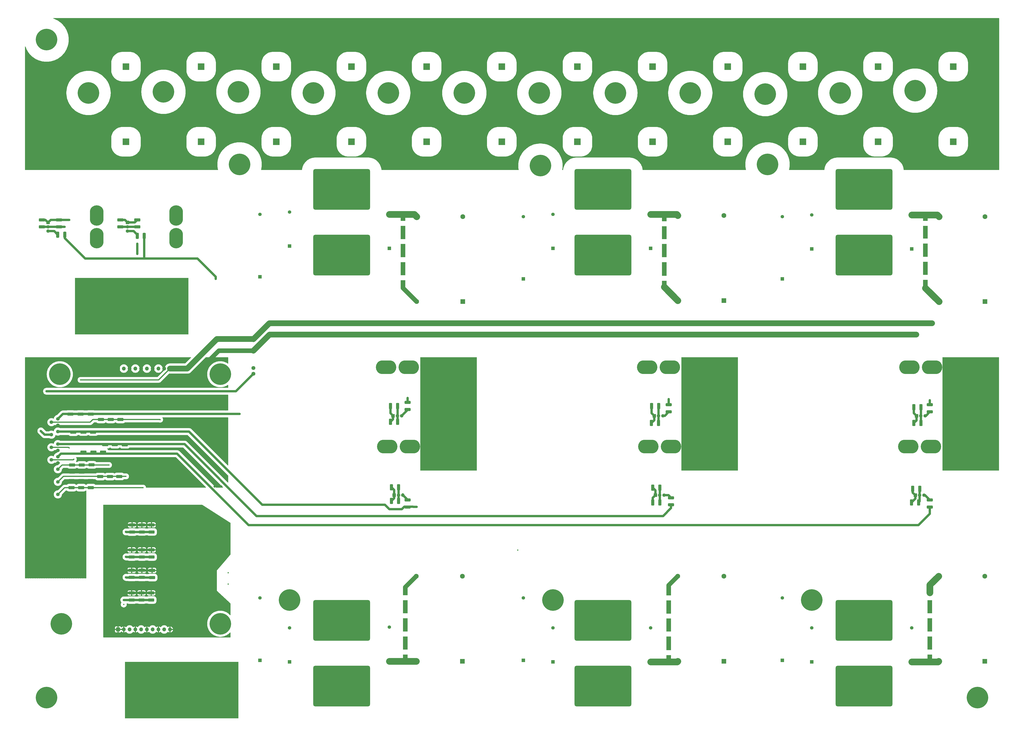
<source format=gbr>
%TF.GenerationSoftware,KiCad,Pcbnew,9.0.1*%
%TF.CreationDate,2025-05-08T11:31:26-07:00*%
%TF.ProjectId,PowerBoard,506f7765-7242-46f6-9172-642e6b696361,rev?*%
%TF.SameCoordinates,Original*%
%TF.FileFunction,Copper,L4,Bot*%
%TF.FilePolarity,Positive*%
%FSLAX46Y46*%
G04 Gerber Fmt 4.6, Leading zero omitted, Abs format (unit mm)*
G04 Created by KiCad (PCBNEW 9.0.1) date 2025-05-08 11:31:26*
%MOMM*%
%LPD*%
G01*
G04 APERTURE LIST*
G04 Aperture macros list*
%AMRoundRect*
0 Rectangle with rounded corners*
0 $1 Rounding radius*
0 $2 $3 $4 $5 $6 $7 $8 $9 X,Y pos of 4 corners*
0 Add a 4 corners polygon primitive as box body*
4,1,4,$2,$3,$4,$5,$6,$7,$8,$9,$2,$3,0*
0 Add four circle primitives for the rounded corners*
1,1,$1+$1,$2,$3*
1,1,$1+$1,$4,$5*
1,1,$1+$1,$6,$7*
1,1,$1+$1,$8,$9*
0 Add four rect primitives between the rounded corners*
20,1,$1+$1,$2,$3,$4,$5,0*
20,1,$1+$1,$4,$5,$6,$7,0*
20,1,$1+$1,$6,$7,$8,$9,0*
20,1,$1+$1,$8,$9,$2,$3,0*%
%AMHorizOval*
0 Thick line with rounded ends*
0 $1 width*
0 $2 $3 position (X,Y) of the first rounded end (center of the circle)*
0 $4 $5 position (X,Y) of the second rounded end (center of the circle)*
0 Add line between two ends*
20,1,$1,$2,$3,$4,$5,0*
0 Add two circle primitives to create the rounded ends*
1,1,$1,$2,$3*
1,1,$1,$4,$5*%
G04 Aperture macros list end*
%TA.AperFunction,SMDPad,CuDef*%
%ADD10R,2.150000X2.250000*%
%TD*%
%TA.AperFunction,SMDPad,CuDef*%
%ADD11RoundRect,0.250000X1.075000X-0.400000X1.075000X0.400000X-1.075000X0.400000X-1.075000X-0.400000X0*%
%TD*%
%TA.AperFunction,SMDPad,CuDef*%
%ADD12RoundRect,0.250000X-0.400000X-1.075000X0.400000X-1.075000X0.400000X1.075000X-0.400000X1.075000X0*%
%TD*%
%TA.AperFunction,SMDPad,CuDef*%
%ADD13RoundRect,0.250000X-1.075000X0.400000X-1.075000X-0.400000X1.075000X-0.400000X1.075000X0.400000X0*%
%TD*%
%TA.AperFunction,ComponentPad*%
%ADD14R,50.000000X25.000000*%
%TD*%
%TA.AperFunction,ComponentPad*%
%ADD15C,9.500000*%
%TD*%
%TA.AperFunction,ComponentPad*%
%ADD16R,3.000000X3.000000*%
%TD*%
%TA.AperFunction,ComponentPad*%
%ADD17C,3.000000*%
%TD*%
%TA.AperFunction,ComponentPad*%
%ADD18RoundRect,0.900000X11.600000X-8.100000X11.600000X8.100000X-11.600000X8.100000X-11.600000X-8.100000X0*%
%TD*%
%TA.AperFunction,ComponentPad*%
%ADD19R,25.000000X50.000000*%
%TD*%
%TA.AperFunction,ComponentPad*%
%ADD20R,1.500000X1.500000*%
%TD*%
%TA.AperFunction,ComponentPad*%
%ADD21C,1.500000*%
%TD*%
%TA.AperFunction,ComponentPad*%
%ADD22HorizOval,0.800000X0.000000X0.000000X0.000000X0.000000X0*%
%TD*%
%TA.AperFunction,ComponentPad*%
%ADD23HorizOval,0.800000X0.000000X0.000000X0.000000X0.000000X0*%
%TD*%
%TA.AperFunction,ComponentPad*%
%ADD24C,0.800000*%
%TD*%
%TA.AperFunction,ComponentPad*%
%ADD25O,9.000000X6.000000*%
%TD*%
%TA.AperFunction,ComponentPad*%
%ADD26R,2.100000X2.100000*%
%TD*%
%TA.AperFunction,ComponentPad*%
%ADD27C,2.100000*%
%TD*%
%TA.AperFunction,ComponentPad*%
%ADD28HorizOval,0.800000X0.000000X0.000000X0.000000X0.000000X0*%
%TD*%
%TA.AperFunction,ComponentPad*%
%ADD29HorizOval,0.800000X0.000000X0.000000X0.000000X0.000000X0*%
%TD*%
%TA.AperFunction,ComponentPad*%
%ADD30O,6.000000X9.000000*%
%TD*%
%TA.AperFunction,ComponentPad*%
%ADD31C,1.725000*%
%TD*%
%TA.AperFunction,ComponentPad*%
%ADD32R,1.700000X1.700000*%
%TD*%
%TA.AperFunction,ComponentPad*%
%ADD33O,1.700000X1.700000*%
%TD*%
%TA.AperFunction,SMDPad,CuDef*%
%ADD34RoundRect,0.250000X1.100000X-0.412500X1.100000X0.412500X-1.100000X0.412500X-1.100000X-0.412500X0*%
%TD*%
%TA.AperFunction,SMDPad,CuDef*%
%ADD35RoundRect,0.250000X0.412500X1.100000X-0.412500X1.100000X-0.412500X-1.100000X0.412500X-1.100000X0*%
%TD*%
%TA.AperFunction,SMDPad,CuDef*%
%ADD36RoundRect,0.250000X-1.100000X0.412500X-1.100000X-0.412500X1.100000X-0.412500X1.100000X0.412500X0*%
%TD*%
%TA.AperFunction,SMDPad,CuDef*%
%ADD37RoundRect,0.250000X-0.412500X-1.100000X0.412500X-1.100000X0.412500X1.100000X-0.412500X1.100000X0*%
%TD*%
%TA.AperFunction,ComponentPad*%
%ADD38C,1.575000*%
%TD*%
%TA.AperFunction,ComponentPad*%
%ADD39C,4.650000*%
%TD*%
%TA.AperFunction,ViaPad*%
%ADD40C,1.000000*%
%TD*%
%TA.AperFunction,ViaPad*%
%ADD41C,0.600000*%
%TD*%
%TA.AperFunction,Conductor*%
%ADD42C,2.000000*%
%TD*%
%TA.AperFunction,Conductor*%
%ADD43C,3.000000*%
%TD*%
%TA.AperFunction,Conductor*%
%ADD44C,1.000000*%
%TD*%
%TA.AperFunction,Conductor*%
%ADD45C,2.500000*%
%TD*%
%TA.AperFunction,Conductor*%
%ADD46C,0.500000*%
%TD*%
G04 APERTURE END LIST*
D10*
%TO.P,Z24,1,K*%
%TO.N,Net-(Z23-A)*%
X172000000Y-58000000D03*
%TO.P,Z24,2,A*%
%TO.N,PHASE_V*%
X172000000Y-62400000D03*
%TD*%
%TO.P,Z23,1,K*%
%TO.N,Net-(Z22-A)*%
X172000000Y-49800000D03*
%TO.P,Z23,2,A*%
%TO.N,Net-(Z23-A)*%
X172000000Y-54200000D03*
%TD*%
%TO.P,Z22,1,K*%
%TO.N,Net-(Z21-A)*%
X172000000Y-41800000D03*
%TO.P,Z22,2,A*%
%TO.N,Net-(Z22-A)*%
X172000000Y-46200000D03*
%TD*%
%TO.P,Z21,1,K*%
%TO.N,DC_LINK_BUS*%
X172000000Y-34000000D03*
%TO.P,Z21,2,A*%
%TO.N,Net-(Z21-A)*%
X172000000Y-38400000D03*
%TD*%
%TO.P,Z20,1,K*%
%TO.N,Net-(Z19-A)*%
X287000000Y-57600000D03*
%TO.P,Z20,2,A*%
%TO.N,PHASE_W*%
X287000000Y-62000000D03*
%TD*%
%TO.P,Z19,1,K*%
%TO.N,Net-(Z18-A)*%
X287000000Y-49600000D03*
%TO.P,Z19,2,A*%
%TO.N,Net-(Z19-A)*%
X287000000Y-54000000D03*
%TD*%
%TO.P,Z18,1,K*%
%TO.N,Net-(Z17-A)*%
X287000000Y-41600000D03*
%TO.P,Z18,2,A*%
%TO.N,Net-(Z18-A)*%
X287000000Y-46000000D03*
%TD*%
%TO.P,Z17,1,K*%
%TO.N,DC_LINK_BUS*%
X287000000Y-33800000D03*
%TO.P,Z17,2,A*%
%TO.N,Net-(Z17-A)*%
X287000000Y-38200000D03*
%TD*%
%TO.P,Z16,1,K*%
%TO.N,Net-(Z15-A)*%
X57000000Y-57800000D03*
%TO.P,Z16,2,A*%
%TO.N,PHASE_U*%
X57000000Y-62200000D03*
%TD*%
%TO.P,Z15,1,K*%
%TO.N,Net-(Z14-A)*%
X57000000Y-49800000D03*
%TO.P,Z15,2,A*%
%TO.N,Net-(Z15-A)*%
X57000000Y-54200000D03*
%TD*%
%TO.P,Z14,1,K*%
%TO.N,Net-(Z13-A)*%
X57000000Y-41800000D03*
%TO.P,Z14,2,A*%
%TO.N,Net-(Z14-A)*%
X57000000Y-46200000D03*
%TD*%
%TO.P,Z13,1,K*%
%TO.N,DC_LINK_BUS*%
X57000000Y-33800000D03*
%TO.P,Z13,2,A*%
%TO.N,Net-(Z13-A)*%
X57000000Y-38200000D03*
%TD*%
%TO.P,Z12,1,K*%
%TO.N,Net-(Z11-A)*%
X289000000Y-222800000D03*
%TO.P,Z12,2,A*%
%TO.N,GNDPWR*%
X289000000Y-227200000D03*
%TD*%
%TO.P,Z11,1,K*%
%TO.N,Net-(Z10-A)*%
X289000000Y-214800000D03*
%TO.P,Z11,2,A*%
%TO.N,Net-(Z11-A)*%
X289000000Y-219200000D03*
%TD*%
%TO.P,Z10,1,K*%
%TO.N,Net-(Z10-K)*%
X289000000Y-206800000D03*
%TO.P,Z10,2,A*%
%TO.N,Net-(Z10-A)*%
X289000000Y-211200000D03*
%TD*%
%TO.P,Z9,1,K*%
%TO.N,PHASE_W*%
X289000000Y-198800000D03*
%TO.P,Z9,2,A*%
%TO.N,Net-(Z10-K)*%
X289000000Y-203200000D03*
%TD*%
%TO.P,Z8,1,K*%
%TO.N,Net-(Z7-A)*%
X174000000Y-223000000D03*
%TO.P,Z8,2,A*%
%TO.N,GNDPWR*%
X174000000Y-227400000D03*
%TD*%
%TO.P,Z7,1,K*%
%TO.N,Net-(Z6-A)*%
X174000000Y-214800000D03*
%TO.P,Z7,2,A*%
%TO.N,Net-(Z7-A)*%
X174000000Y-219200000D03*
%TD*%
%TO.P,Z6,1,K*%
%TO.N,Net-(Z5-A)*%
X174000000Y-206900000D03*
%TO.P,Z6,2,A*%
%TO.N,Net-(Z6-A)*%
X174000000Y-211300000D03*
%TD*%
%TO.P,Z5,1,K*%
%TO.N,PHASE_V*%
X174000000Y-198900000D03*
%TO.P,Z5,2,A*%
%TO.N,Net-(Z5-A)*%
X174000000Y-203300000D03*
%TD*%
%TO.P,Z4,1,K*%
%TO.N,PHASE_U*%
X58000000Y-198800000D03*
%TO.P,Z4,2,A*%
%TO.N,Net-(Z3-K)*%
X58000000Y-203200000D03*
%TD*%
%TO.P,Z3,1,K*%
%TO.N,Net-(Z3-K)*%
X58000000Y-206800000D03*
%TO.P,Z3,2,A*%
%TO.N,Net-(Z2-K)*%
X58000000Y-211200000D03*
%TD*%
%TO.P,Z2,1,K*%
%TO.N,Net-(Z2-K)*%
X58000000Y-214800000D03*
%TO.P,Z2,2,A*%
%TO.N,Net-(Z1-K)*%
X58000000Y-219200000D03*
%TD*%
%TO.P,Z1,1,K*%
%TO.N,Net-(Z1-K)*%
X58000000Y-222800000D03*
%TO.P,Z1,2,A*%
%TO.N,GNDPWR*%
X58000000Y-227200000D03*
%TD*%
D11*
%TO.P,R40,1*%
%TO.N,Net-(IC10-VIOUT)*%
X289000000Y-119050000D03*
%TO.P,R40,2*%
%TO.N,PHASE_W_ISENSE*%
X289000000Y-115950000D03*
%TD*%
%TO.P,R39,1*%
%TO.N,Net-(IC8-VIOUT)*%
X174000000Y-119050000D03*
%TO.P,R39,2*%
%TO.N,PHASE_V_ISENSE*%
X174000000Y-115950000D03*
%TD*%
%TO.P,R38,1*%
%TO.N,Net-(IC6-VIOUT)*%
X59000000Y-118050000D03*
%TO.P,R38,2*%
%TO.N,PHASE_U_ISENSE*%
X59000000Y-114950000D03*
%TD*%
D12*
%TO.P,R37,1*%
%TO.N,Net-(IC4-VIOUT)*%
X-60050000Y-41500000D03*
%TO.P,R37,2*%
%TO.N,DC_LINK_BUS_CURRENT_SENSE*%
X-56950000Y-41500000D03*
%TD*%
D13*
%TO.P,R5,1*%
%TO.N,Net-(IC9-VIOUT)*%
X289000000Y-157950000D03*
%TO.P,R5,2*%
%TO.N,PHASE_W_ISENSE*%
X289000000Y-161050000D03*
%TD*%
%TO.P,R4,1*%
%TO.N,Net-(IC7-VIOUT)*%
X175000000Y-156950000D03*
%TO.P,R4,2*%
%TO.N,PHASE_V_ISENSE*%
X175000000Y-160050000D03*
%TD*%
%TO.P,R3,1*%
%TO.N,Net-(IC5-VIOUT)*%
X59000000Y-157950000D03*
%TO.P,R3,2*%
%TO.N,PHASE_U_ISENSE*%
X59000000Y-161050000D03*
%TD*%
D12*
%TO.P,R2,1*%
%TO.N,Net-(IC3-VIOUT)*%
X-95050000Y-41000000D03*
%TO.P,R2,2*%
%TO.N,DC_LINK_BUS_CURRENT_SENSE*%
X-91950000Y-41000000D03*
%TD*%
D14*
%TO.P,J2,1,Bus*%
%TO.N,DC_LINK_BUS_IN*%
X-62500000Y-72500000D03*
%TD*%
D15*
%TO.P,H22,1,1*%
%TO.N,PHASE_U*%
X7000000Y-202000000D03*
%TD*%
D16*
%TO.P,C16,1,1*%
%TO.N,DC_LINK_BUS*%
X34300000Y33100000D03*
D17*
%TO.P,C16,2,2*%
%TO.N,GNDPWR*%
X34300000Y43100000D03*
%TD*%
D16*
%TO.P,C14,1,1*%
%TO.N,DC_LINK_BUS*%
X-31900000Y33100000D03*
D17*
%TO.P,C14,2,2*%
%TO.N,GNDPWR*%
X-31900000Y43100000D03*
%TD*%
D16*
%TO.P,C5,1,1*%
%TO.N,DC_LINK_BUS*%
X266200000Y0D03*
D17*
%TO.P,C5,2,2*%
%TO.N,GNDPWR*%
X266200000Y10000000D03*
%TD*%
D16*
%TO.P,C1,1,1*%
%TO.N,DC_LINK_BUS*%
X133800000Y0D03*
D17*
%TO.P,C1,2,2*%
%TO.N,GNDPWR*%
X133800000Y10000000D03*
%TD*%
D15*
%TO.P,H4,1,1*%
%TO.N,unconnected-(H4-Pad1)*%
X-23500000Y-212500000D03*
%TD*%
D18*
%TO.P,Q4,1,POWER_SOURCE_5*%
%TO.N,GNDPWR*%
X145000000Y-240000000D03*
%TO.P,Q4,2,DRAIN*%
%TO.N,PHASE_V*%
X145000000Y-211000000D03*
%TD*%
D19*
%TO.P,J4,1,Bus*%
%TO.N,PHASE_V_OUT*%
X192000000Y-120000000D03*
%TD*%
D15*
%TO.P,H9,1,1*%
%TO.N,unconnected-(H9-Pad1)*%
X249500000Y21500000D03*
%TD*%
D16*
%TO.P,C101,1,1*%
%TO.N,DC_LINK_BUS*%
X133800000Y33100000D03*
D17*
%TO.P,C101,2,2*%
%TO.N,GNDPWR*%
X133800000Y43100000D03*
%TD*%
D18*
%TO.P,Q2,1,POWER_SOURCE_5*%
%TO.N,GNDPWR*%
X30000000Y-240000000D03*
%TO.P,Q2,2,DRAIN*%
%TO.N,PHASE_U*%
X30000000Y-211000000D03*
%TD*%
D15*
%TO.P,H16,1,1*%
%TO.N,unconnected-(H16-Pad1)*%
X17500000Y21500000D03*
%TD*%
D20*
%TO.P,C100,1,1*%
%TO.N,PHASE_W*%
X224000000Y-60500000D03*
D21*
%TO.P,C100,2,2*%
%TO.N,DC_LINK_BUS*%
X224000000Y-33000000D03*
%TD*%
D18*
%TO.P,Q3,1,POWER_SOURCE_5*%
%TO.N,PHASE_V*%
X145000000Y-50000000D03*
%TO.P,Q3,2,DRAIN*%
%TO.N,DC_LINK_BUS*%
X145000000Y-21000000D03*
%TD*%
D16*
%TO.P,C6,1,1*%
%TO.N,DC_LINK_BUS*%
X299300000Y0D03*
D17*
%TO.P,C6,2,2*%
%TO.N,GNDPWR*%
X299300000Y10000000D03*
%TD*%
D18*
%TO.P,Q5,1,POWER_SOURCE_5*%
%TO.N,PHASE_W*%
X260000000Y-50000000D03*
%TO.P,Q5,2,DRAIN*%
%TO.N,DC_LINK_BUS*%
X260000000Y-21000000D03*
%TD*%
D15*
%TO.P,H14,1,1*%
%TO.N,unconnected-(H14-Pad1)*%
X84000000Y21500000D03*
%TD*%
D20*
%TO.P,IC9,1,VCC*%
%TO.N,+5V*%
X282600000Y-155825000D03*
D21*
%TO.P,IC9,2,GND*%
%TO.N,GND*%
X284510000Y-155825000D03*
%TO.P,IC9,3,VIOUT*%
%TO.N,Net-(IC9-VIOUT)*%
X286420000Y-155825000D03*
D22*
%TO.P,IC9,4,IP+*%
%TO.N,PHASE_W_OUT*%
X285560000Y-133795000D03*
D23*
X285560000Y-135055000D03*
D24*
X286310000Y-132765000D03*
X286310000Y-136085000D03*
X287510000Y-132375000D03*
X287510000Y-136475000D03*
X288840000Y-132375000D03*
X288840000Y-136475000D03*
D25*
X289510000Y-134425000D03*
D24*
X290180000Y-132375000D03*
X290180000Y-136475000D03*
X291510000Y-132375000D03*
X291510000Y-136475000D03*
X292710000Y-132765000D03*
X292710000Y-136085000D03*
X293460000Y-133795000D03*
X293460000Y-135055000D03*
%TO.P,IC9,5,IP-*%
%TO.N,PHASE_W*%
X275560000Y-133795000D03*
X275560000Y-135055000D03*
X276310000Y-132765000D03*
X276310000Y-136085000D03*
X277510000Y-132375000D03*
X277510000Y-136475000D03*
X278840000Y-132375000D03*
X278840000Y-136475000D03*
D25*
X279510000Y-134425000D03*
D24*
X280180000Y-132375000D03*
X280180000Y-136475000D03*
X281510000Y-132375000D03*
X281510000Y-136475000D03*
X282710000Y-132765000D03*
X282710000Y-136085000D03*
D23*
X283460000Y-133795000D03*
D22*
X283460000Y-135055000D03*
%TD*%
D15*
%TO.P,H1,1,1*%
%TO.N,unconnected-(H1-Pad1)*%
X-94150000Y-102500000D03*
%TD*%
D16*
%TO.P,C12,1,1*%
%TO.N,DC_LINK_BUS*%
X100500000Y0D03*
D17*
%TO.P,C12,2,2*%
%TO.N,GNDPWR*%
X100500000Y10000000D03*
%TD*%
D26*
%TO.P,C97,1,1*%
%TO.N,GNDPWR*%
X313150000Y-229000000D03*
D27*
%TO.P,C97,2,2*%
%TO.N,PHASE_W*%
X313150000Y-191500000D03*
%TO.P,C97,3,3*%
%TO.N,GNDPWR*%
X292850000Y-229000000D03*
%TO.P,C97,4,4*%
%TO.N,PHASE_W*%
X292850000Y-191500000D03*
%TD*%
D18*
%TO.P,Q6,1,POWER_SOURCE_5*%
%TO.N,GNDPWR*%
X260000000Y-240000000D03*
%TO.P,Q6,2,DRAIN*%
%TO.N,PHASE_W*%
X260000000Y-211000000D03*
%TD*%
D20*
%TO.P,C99,1,1*%
%TO.N,PHASE_W*%
X281000000Y-47275000D03*
D21*
%TO.P,C99,2,2*%
%TO.N,DC_LINK_BUS*%
X281000000Y-32275000D03*
%TD*%
D16*
%TO.P,C17,1,1*%
%TO.N,DC_LINK_BUS*%
X67400000Y33100000D03*
D17*
%TO.P,C17,2,2*%
%TO.N,GNDPWR*%
X67400000Y43100000D03*
%TD*%
D16*
%TO.P,C11,1,1*%
%TO.N,DC_LINK_BUS*%
X67400000Y0D03*
D17*
%TO.P,C11,2,2*%
%TO.N,GNDPWR*%
X67400000Y10000000D03*
%TD*%
D15*
%TO.P,H7,1,1*%
%TO.N,unconnected-(H7-Pad1)*%
X310000000Y-245000000D03*
%TD*%
D20*
%TO.P,C110,1,1*%
%TO.N,GNDPWR*%
X110000000Y-228625000D03*
D21*
%TO.P,C110,2,2*%
%TO.N,PHASE_V*%
X110000000Y-201125000D03*
%TD*%
D26*
%TO.P,C87,1,1*%
%TO.N,GNDPWR*%
X83150000Y-229000000D03*
D27*
%TO.P,C87,2,2*%
%TO.N,PHASE_U*%
X83150000Y-191500000D03*
%TO.P,C87,3,3*%
%TO.N,GNDPWR*%
X62850000Y-229000000D03*
%TO.P,C87,4,4*%
%TO.N,PHASE_U*%
X62850000Y-191500000D03*
%TD*%
D16*
%TO.P,C3,1,1*%
%TO.N,DC_LINK_BUS*%
X200000000Y0D03*
D17*
%TO.P,C3,2,2*%
%TO.N,GNDPWR*%
X200000000Y10000000D03*
%TD*%
D20*
%TO.P,C98,1,1*%
%TO.N,PHASE_W*%
X237000000Y-47275000D03*
D21*
%TO.P,C98,2,2*%
%TO.N,DC_LINK_BUS*%
X237000000Y-32275000D03*
%TD*%
D20*
%TO.P,IC3,1,VCC*%
%TO.N,+5V*%
X-99325000Y-35600000D03*
D21*
%TO.P,IC3,2,GND*%
%TO.N,GND*%
X-99325000Y-37510000D03*
%TO.P,IC3,3,VIOUT*%
%TO.N,Net-(IC3-VIOUT)*%
X-99325000Y-39420000D03*
D28*
%TO.P,IC3,4,IP+*%
%TO.N,DC_LINK_BUS_IN*%
X-77295000Y-38560000D03*
D29*
X-78555000Y-38560000D03*
D24*
X-76265000Y-39310000D03*
X-79585000Y-39310000D03*
X-75875000Y-40510000D03*
X-79975000Y-40510000D03*
X-75875000Y-41840000D03*
X-79975000Y-41840000D03*
D30*
X-77925000Y-42510000D03*
D24*
X-75875000Y-43180000D03*
X-79975000Y-43180000D03*
X-75875000Y-44510000D03*
X-79975000Y-44510000D03*
X-76265000Y-45710000D03*
X-79585000Y-45710000D03*
X-77295000Y-46460000D03*
X-78555000Y-46460000D03*
%TO.P,IC3,5,IP-*%
%TO.N,DC_LINK_BUS*%
X-77295000Y-28560000D03*
X-78555000Y-28560000D03*
X-76265000Y-29310000D03*
X-79585000Y-29310000D03*
X-75875000Y-30510000D03*
X-79975000Y-30510000D03*
X-75875000Y-31840000D03*
X-79975000Y-31840000D03*
D30*
X-77925000Y-32510000D03*
D24*
X-75875000Y-33180000D03*
X-79975000Y-33180000D03*
X-75875000Y-34510000D03*
X-79975000Y-34510000D03*
X-76265000Y-35710000D03*
X-79585000Y-35710000D03*
D29*
X-77295000Y-36460000D03*
D28*
X-78555000Y-36460000D03*
%TD*%
D20*
%TO.P,C103,1,1*%
%TO.N,GNDPWR*%
X237000000Y-229275000D03*
D21*
%TO.P,C103,2,2*%
%TO.N,PHASE_W*%
X237000000Y-214275000D03*
%TD*%
D15*
%TO.P,H23,1,1*%
%TO.N,PHASE_V*%
X123000000Y-202000000D03*
%TD*%
%TO.P,H10,1,1*%
%TO.N,unconnected-(H10-Pad1)*%
X216500000Y21000000D03*
%TD*%
D20*
%TO.P,IC6,1,VCC*%
%TO.N,+5V*%
X52590000Y-120825000D03*
D21*
%TO.P,IC6,2,GND*%
%TO.N,GND*%
X54500000Y-120825000D03*
%TO.P,IC6,3,VIOUT*%
%TO.N,Net-(IC6-VIOUT)*%
X56410000Y-120825000D03*
D22*
%TO.P,IC6,4,IP+*%
%TO.N,PHASE_U_OUT*%
X55550000Y-98795000D03*
D23*
X55550000Y-100055000D03*
D24*
X56300000Y-97765000D03*
X56300000Y-101085000D03*
X57500000Y-97375000D03*
X57500000Y-101475000D03*
X58830000Y-97375000D03*
X58830000Y-101475000D03*
D25*
X59500000Y-99425000D03*
D24*
X60170000Y-97375000D03*
X60170000Y-101475000D03*
X61500000Y-97375000D03*
X61500000Y-101475000D03*
X62700000Y-97765000D03*
X62700000Y-101085000D03*
X63450000Y-98795000D03*
X63450000Y-100055000D03*
%TO.P,IC6,5,IP-*%
%TO.N,PHASE_U*%
X45550000Y-98795000D03*
X45550000Y-100055000D03*
X46300000Y-97765000D03*
X46300000Y-101085000D03*
X47500000Y-97375000D03*
X47500000Y-101475000D03*
X48830000Y-97375000D03*
X48830000Y-101475000D03*
D25*
X49500000Y-99425000D03*
D24*
X50170000Y-97375000D03*
X50170000Y-101475000D03*
X51500000Y-97375000D03*
X51500000Y-101475000D03*
X52700000Y-97765000D03*
X52700000Y-101085000D03*
D23*
X53450000Y-98795000D03*
D22*
X53450000Y-100055000D03*
%TD*%
D20*
%TO.P,C20,1,1*%
%TO.N,PHASE_U*%
X7000000Y-46000000D03*
D21*
%TO.P,C20,2,2*%
%TO.N,DC_LINK_BUS*%
X7000000Y-31000000D03*
%TD*%
D16*
%TO.P,C18,1,1*%
%TO.N,DC_LINK_BUS*%
X100500000Y33100000D03*
D17*
%TO.P,C18,2,2*%
%TO.N,GNDPWR*%
X100500000Y43100000D03*
%TD*%
D15*
%TO.P,H8,1,1*%
%TO.N,unconnected-(H8-Pad1)*%
X282500000Y22500000D03*
%TD*%
D16*
%TO.P,C111,1,1*%
%TO.N,DC_LINK_BUS*%
X266200000Y33100000D03*
D17*
%TO.P,C111,2,2*%
%TO.N,GNDPWR*%
X266200000Y43100000D03*
%TD*%
D18*
%TO.P,Q1,1,POWER_SOURCE_5*%
%TO.N,PHASE_U*%
X30000000Y-50000000D03*
%TO.P,Q1,2,DRAIN*%
%TO.N,DC_LINK_BUS*%
X30000000Y-21000000D03*
%TD*%
D15*
%TO.P,H6,1,1*%
%TO.N,unconnected-(H6-Pad1)*%
X-100000000Y-245000000D03*
%TD*%
%TO.P,H24,1,1*%
%TO.N,PHASE_W*%
X237000000Y-202000000D03*
%TD*%
D31*
%TO.P,PS1,1,+VIN*%
%TO.N,+12V*%
X-8915000Y-102325000D03*
%TO.P,PS1,2,-VIN*%
%TO.N,GND*%
X-8915000Y-99785000D03*
%TO.P,PS1,5,-VOUT*%
X-8915000Y-92165000D03*
%TO.P,PS1,7,+VOUT*%
%TO.N,+5V*%
X-8915000Y-87085000D03*
%TD*%
D20*
%TO.P,C88,1,1*%
%TO.N,GNDPWR*%
X51000000Y-229000000D03*
D21*
%TO.P,C88,2,2*%
%TO.N,PHASE_U*%
X51000000Y-214000000D03*
%TD*%
D15*
%TO.P,H21,1,1*%
%TO.N,DC_LINK_BUS*%
X217500000Y-10000000D03*
%TD*%
D16*
%TO.P,C9,1,1*%
%TO.N,DC_LINK_BUS*%
X1200000Y0D03*
D17*
%TO.P,C9,2,2*%
%TO.N,GNDPWR*%
X1200000Y10000000D03*
%TD*%
D32*
%TO.P,J8,1,Pin_1*%
%TO.N,GNDPWR*%
X-68500000Y-215000000D03*
D33*
%TO.P,J8,2,Pin_2*%
X-65960000Y-215000000D03*
%TO.P,J8,3,Pin_3*%
%TO.N,PHASE_W_VSENSE*%
X-63420000Y-215000000D03*
%TO.P,J8,4,Pin_4*%
%TO.N,GNDPWR*%
X-60880000Y-215000000D03*
%TO.P,J8,5,Pin_5*%
%TO.N,PHASE_V_VSENSE*%
X-58340000Y-215000000D03*
%TO.P,J8,6,Pin_6*%
%TO.N,GNDPWR*%
X-55800000Y-215000000D03*
%TO.P,J8,7,Pin_7*%
%TO.N,PHASE_U_VSENSE*%
X-53260000Y-215000000D03*
%TO.P,J8,8,Pin_8*%
%TO.N,GNDPWR*%
X-50720000Y-215000000D03*
%TO.P,J8,9,Pin_9*%
%TO.N,DC_LINK_BUS_VSENSE*%
X-48180000Y-215000000D03*
%TO.P,J8,10,Pin_10*%
%TO.N,GNDPWR*%
X-45640000Y-215000000D03*
%TD*%
D16*
%TO.P,C15,1,1*%
%TO.N,DC_LINK_BUS*%
X1200000Y33100000D03*
D17*
%TO.P,C15,2,2*%
%TO.N,GNDPWR*%
X1200000Y43100000D03*
%TD*%
D20*
%TO.P,C94,1,1*%
%TO.N,PHASE_V*%
X166000000Y-47000000D03*
D21*
%TO.P,C94,2,2*%
%TO.N,DC_LINK_BUS*%
X166000000Y-32000000D03*
%TD*%
D15*
%TO.P,H13,1,1*%
%TO.N,unconnected-(H13-Pad1)*%
X117000000Y21500000D03*
%TD*%
D20*
%TO.P,IC5,1,VCC*%
%TO.N,+5V*%
X53090000Y-155825000D03*
D21*
%TO.P,IC5,2,GND*%
%TO.N,GND*%
X55000000Y-155825000D03*
%TO.P,IC5,3,VIOUT*%
%TO.N,Net-(IC5-VIOUT)*%
X56910000Y-155825000D03*
D22*
%TO.P,IC5,4,IP+*%
%TO.N,PHASE_U_OUT*%
X56050000Y-133795000D03*
D23*
X56050000Y-135055000D03*
D24*
X56800000Y-132765000D03*
X56800000Y-136085000D03*
X58000000Y-132375000D03*
X58000000Y-136475000D03*
X59330000Y-132375000D03*
X59330000Y-136475000D03*
D25*
X60000000Y-134425000D03*
D24*
X60670000Y-132375000D03*
X60670000Y-136475000D03*
X62000000Y-132375000D03*
X62000000Y-136475000D03*
X63200000Y-132765000D03*
X63200000Y-136085000D03*
X63950000Y-133795000D03*
X63950000Y-135055000D03*
%TO.P,IC5,5,IP-*%
%TO.N,PHASE_U*%
X46050000Y-133795000D03*
X46050000Y-135055000D03*
X46800000Y-132765000D03*
X46800000Y-136085000D03*
X48000000Y-132375000D03*
X48000000Y-136475000D03*
X49330000Y-132375000D03*
X49330000Y-136475000D03*
D25*
X50000000Y-134425000D03*
D24*
X50670000Y-132375000D03*
X50670000Y-136475000D03*
X52000000Y-132375000D03*
X52000000Y-136475000D03*
X53200000Y-132765000D03*
X53200000Y-136085000D03*
D23*
X53950000Y-133795000D03*
D22*
X53950000Y-135055000D03*
%TD*%
D26*
%TO.P,C96,1,1*%
%TO.N,PHASE_W*%
X313300000Y-70500000D03*
D27*
%TO.P,C96,2,2*%
%TO.N,DC_LINK_BUS*%
X313300000Y-33000000D03*
%TO.P,C96,3,3*%
%TO.N,PHASE_W*%
X293000000Y-70500000D03*
%TO.P,C96,4,4*%
%TO.N,DC_LINK_BUS*%
X293000000Y-33000000D03*
%TD*%
D16*
%TO.P,C2,1,1*%
%TO.N,DC_LINK_BUS*%
X166900000Y0D03*
D17*
%TO.P,C2,2,2*%
%TO.N,GNDPWR*%
X166900000Y10000000D03*
%TD*%
D20*
%TO.P,C108,1,1*%
%TO.N,GNDPWR*%
X123000000Y-229275000D03*
D21*
%TO.P,C108,2,2*%
%TO.N,PHASE_V*%
X123000000Y-214275000D03*
%TD*%
D19*
%TO.P,J5,1,Bus*%
%TO.N,PHASE_W_OUT*%
X307000000Y-120000000D03*
%TD*%
D16*
%TO.P,C13,1,1*%
%TO.N,DC_LINK_BUS*%
X-65000000Y33100000D03*
D17*
%TO.P,C13,2,2*%
%TO.N,GNDPWR*%
X-65000000Y43100000D03*
%TD*%
D15*
%TO.P,H15,1,1*%
%TO.N,unconnected-(H15-Pad1)*%
X50500000Y21500000D03*
%TD*%
%TO.P,H17,1,1*%
%TO.N,unconnected-(H17-Pad1)*%
X-15500000Y22000000D03*
%TD*%
%TO.P,H19,1,1*%
%TO.N,unconnected-(H19-Pad1)*%
X-81500000Y21500000D03*
%TD*%
%TO.P,H18,1,1*%
%TO.N,unconnected-(H18-Pad1)*%
X-48500000Y22000000D03*
%TD*%
D20*
%TO.P,C90,1,1*%
%TO.N,GNDPWR*%
X-6000000Y-228625000D03*
D21*
%TO.P,C90,2,2*%
%TO.N,PHASE_U*%
X-6000000Y-201125000D03*
%TD*%
D20*
%TO.P,C104,1,1*%
%TO.N,GNDPWR*%
X281000000Y-229275000D03*
D21*
%TO.P,C104,2,2*%
%TO.N,PHASE_W*%
X281000000Y-214275000D03*
%TD*%
D16*
%TO.P,C8,1,1*%
%TO.N,DC_LINK_BUS*%
X-31900000Y0D03*
D17*
%TO.P,C8,2,2*%
%TO.N,GNDPWR*%
X-31900000Y10000000D03*
%TD*%
D20*
%TO.P,IC4,1,VCC*%
%TO.N,+5V*%
X-64325000Y-35600000D03*
D21*
%TO.P,IC4,2,GND*%
%TO.N,GND*%
X-64325000Y-37510000D03*
%TO.P,IC4,3,VIOUT*%
%TO.N,Net-(IC4-VIOUT)*%
X-64325000Y-39420000D03*
D28*
%TO.P,IC4,4,IP+*%
%TO.N,DC_LINK_BUS_IN*%
X-42295000Y-38560000D03*
D29*
X-43555000Y-38560000D03*
D24*
X-41265000Y-39310000D03*
X-44585000Y-39310000D03*
X-40875000Y-40510000D03*
X-44975000Y-40510000D03*
X-40875000Y-41840000D03*
X-44975000Y-41840000D03*
D30*
X-42925000Y-42510000D03*
D24*
X-40875000Y-43180000D03*
X-44975000Y-43180000D03*
X-40875000Y-44510000D03*
X-44975000Y-44510000D03*
X-41265000Y-45710000D03*
X-44585000Y-45710000D03*
X-42295000Y-46460000D03*
X-43555000Y-46460000D03*
%TO.P,IC4,5,IP-*%
%TO.N,DC_LINK_BUS*%
X-42295000Y-28560000D03*
X-43555000Y-28560000D03*
X-41265000Y-29310000D03*
X-44585000Y-29310000D03*
X-40875000Y-30510000D03*
X-44975000Y-30510000D03*
X-40875000Y-31840000D03*
X-44975000Y-31840000D03*
D30*
X-42925000Y-32510000D03*
D24*
X-40875000Y-33180000D03*
X-44975000Y-33180000D03*
X-40875000Y-34510000D03*
X-44975000Y-34510000D03*
X-41265000Y-35710000D03*
X-44585000Y-35710000D03*
D29*
X-42295000Y-36460000D03*
D28*
X-43555000Y-36460000D03*
%TD*%
D16*
%TO.P,C10,1,1*%
%TO.N,DC_LINK_BUS*%
X34300000Y0D03*
D17*
%TO.P,C10,2,2*%
%TO.N,GNDPWR*%
X34300000Y10000000D03*
%TD*%
D26*
%TO.P,C86,1,1*%
%TO.N,PHASE_U*%
X83300000Y-70500000D03*
D27*
%TO.P,C86,2,2*%
%TO.N,DC_LINK_BUS*%
X83300000Y-33000000D03*
%TO.P,C86,3,3*%
%TO.N,PHASE_U*%
X63000000Y-70500000D03*
%TO.P,C86,4,4*%
%TO.N,DC_LINK_BUS*%
X63000000Y-33000000D03*
%TD*%
D20*
%TO.P,C95,1,1*%
%TO.N,PHASE_V*%
X110000000Y-60500000D03*
D21*
%TO.P,C95,2,2*%
%TO.N,DC_LINK_BUS*%
X110000000Y-33000000D03*
%TD*%
D20*
%TO.P,C93,1,1*%
%TO.N,PHASE_V*%
X123000000Y-47000000D03*
D21*
%TO.P,C93,2,2*%
%TO.N,DC_LINK_BUS*%
X123000000Y-32000000D03*
%TD*%
D16*
%TO.P,C7,1,1*%
%TO.N,DC_LINK_BUS*%
X-65000000Y0D03*
D17*
%TO.P,C7,2,2*%
%TO.N,GNDPWR*%
X-65000000Y10000000D03*
%TD*%
D20*
%TO.P,C84,1,1*%
%TO.N,PHASE_U*%
X51000000Y-47000000D03*
D21*
%TO.P,C84,2,2*%
%TO.N,DC_LINK_BUS*%
X51000000Y-32000000D03*
%TD*%
D20*
%TO.P,C85,1,1*%
%TO.N,PHASE_U*%
X-6000000Y-59500000D03*
D21*
%TO.P,C85,2,2*%
%TO.N,DC_LINK_BUS*%
X-6000000Y-32000000D03*
%TD*%
D26*
%TO.P,C91,1,1*%
%TO.N,PHASE_V*%
X198300000Y-70000000D03*
D27*
%TO.P,C91,2,2*%
%TO.N,DC_LINK_BUS*%
X198300000Y-32500000D03*
%TO.P,C91,3,3*%
%TO.N,PHASE_V*%
X178000000Y-70000000D03*
%TO.P,C91,4,4*%
%TO.N,DC_LINK_BUS*%
X178000000Y-32500000D03*
%TD*%
D32*
%TO.P,J9,1,Pin_1*%
%TO.N,GND*%
X-68500000Y-100000000D03*
D33*
%TO.P,J9,2,Pin_2*%
%TO.N,PHASE_U_ISOLATED_VSENSE*%
X-65960000Y-100000000D03*
%TO.P,J9,3,Pin_3*%
%TO.N,GND*%
X-63420000Y-100000000D03*
%TO.P,J9,4,Pin_4*%
%TO.N,PHASE_V_ISOLATED_VSENSE*%
X-60880000Y-100000000D03*
%TO.P,J9,5,Pin_5*%
%TO.N,GND*%
X-58340000Y-100000000D03*
%TO.P,J9,6,Pin_6*%
%TO.N,PHASE_W_ISOLATED_VSENSE*%
X-55800000Y-100000000D03*
%TO.P,J9,7,Pin_7*%
%TO.N,GND*%
X-53260000Y-100000000D03*
%TO.P,J9,8,Pin_8*%
%TO.N,DC_LINK_BUS_ISOLATED_VSENSE*%
X-50720000Y-100000000D03*
%TO.P,J9,9,Pin_9*%
%TO.N,GND*%
X-48180000Y-100000000D03*
%TO.P,J9,10,Pin_10*%
%TO.N,+5V*%
X-45640000Y-100000000D03*
%TD*%
D16*
%TO.P,C106,1,1*%
%TO.N,DC_LINK_BUS*%
X200000000Y33100000D03*
D17*
%TO.P,C106,2,2*%
%TO.N,GNDPWR*%
X200000000Y43100000D03*
%TD*%
D15*
%TO.P,H5,1,1*%
%TO.N,unconnected-(H5-Pad1)*%
X-100000000Y45000000D03*
%TD*%
D20*
%TO.P,C89,1,1*%
%TO.N,GNDPWR*%
X7000000Y-229275000D03*
D21*
%TO.P,C89,2,2*%
%TO.N,PHASE_U*%
X7000000Y-214275000D03*
%TD*%
D15*
%TO.P,H11,1,1*%
%TO.N,unconnected-(H11-Pad1)*%
X183500000Y21500000D03*
%TD*%
D16*
%TO.P,C112,1,1*%
%TO.N,DC_LINK_BUS*%
X299300000Y33100000D03*
D17*
%TO.P,C112,2,2*%
%TO.N,GNDPWR*%
X299300000Y43100000D03*
%TD*%
D16*
%TO.P,C107,1,1*%
%TO.N,DC_LINK_BUS*%
X233100000Y33100000D03*
D17*
%TO.P,C107,2,2*%
%TO.N,GNDPWR*%
X233100000Y43100000D03*
%TD*%
D15*
%TO.P,H20,1,1*%
%TO.N,DC_LINK_BUS*%
X117500000Y-10550000D03*
%TD*%
D16*
%TO.P,C4,1,1*%
%TO.N,DC_LINK_BUS*%
X233100000Y0D03*
D17*
%TO.P,C4,2,2*%
%TO.N,GNDPWR*%
X233100000Y10000000D03*
%TD*%
D26*
%TO.P,C92,1,1*%
%TO.N,GNDPWR*%
X198300000Y-229000000D03*
D27*
%TO.P,C92,2,2*%
%TO.N,PHASE_V*%
X198300000Y-191500000D03*
%TO.P,C92,3,3*%
%TO.N,GNDPWR*%
X178000000Y-229000000D03*
%TO.P,C92,4,4*%
%TO.N,PHASE_V*%
X178000000Y-191500000D03*
%TD*%
D14*
%TO.P,J1,1,Bus*%
%TO.N,GNDPWR*%
X-40500000Y-241750000D03*
%TD*%
D15*
%TO.P,H19,1,1*%
%TO.N,DC_LINK_BUS*%
X-15000000Y-10000000D03*
%TD*%
%TO.P,H3,1,1*%
%TO.N,unconnected-(H3-Pad1)*%
X-93500000Y-212500000D03*
%TD*%
D20*
%TO.P,C109,1,1*%
%TO.N,GNDPWR*%
X166000000Y-229275000D03*
D21*
%TO.P,C109,2,2*%
%TO.N,PHASE_V*%
X166000000Y-214275000D03*
%TD*%
D19*
%TO.P,J3,1,Bus*%
%TO.N,PHASE_U_OUT*%
X77000000Y-120000000D03*
%TD*%
D20*
%TO.P,IC8,1,VCC*%
%TO.N,+5V*%
X167600000Y-120825000D03*
D21*
%TO.P,IC8,2,GND*%
%TO.N,GND*%
X169510000Y-120825000D03*
%TO.P,IC8,3,VIOUT*%
%TO.N,Net-(IC8-VIOUT)*%
X171420000Y-120825000D03*
D22*
%TO.P,IC8,4,IP+*%
%TO.N,PHASE_V_OUT*%
X170560000Y-98795000D03*
D23*
X170560000Y-100055000D03*
D24*
X171310000Y-97765000D03*
X171310000Y-101085000D03*
X172510000Y-97375000D03*
X172510000Y-101475000D03*
X173840000Y-97375000D03*
X173840000Y-101475000D03*
D25*
X174510000Y-99425000D03*
D24*
X175180000Y-97375000D03*
X175180000Y-101475000D03*
X176510000Y-97375000D03*
X176510000Y-101475000D03*
X177710000Y-97765000D03*
X177710000Y-101085000D03*
X178460000Y-98795000D03*
X178460000Y-100055000D03*
%TO.P,IC8,5,IP-*%
%TO.N,PHASE_V*%
X160560000Y-98795000D03*
X160560000Y-100055000D03*
X161310000Y-97765000D03*
X161310000Y-101085000D03*
X162510000Y-97375000D03*
X162510000Y-101475000D03*
X163840000Y-97375000D03*
X163840000Y-101475000D03*
D25*
X164510000Y-99425000D03*
D24*
X165180000Y-97375000D03*
X165180000Y-101475000D03*
X166510000Y-97375000D03*
X166510000Y-101475000D03*
X167710000Y-97765000D03*
X167710000Y-101085000D03*
D23*
X168460000Y-98795000D03*
D22*
X168460000Y-100055000D03*
%TD*%
D15*
%TO.P,H12,1,1*%
%TO.N,unconnected-(H12-Pad1)*%
X150500000Y21500000D03*
%TD*%
D20*
%TO.P,IC7,1,VCC*%
%TO.N,+5V*%
X168100000Y-155825000D03*
D21*
%TO.P,IC7,2,GND*%
%TO.N,GND*%
X170010000Y-155825000D03*
%TO.P,IC7,3,VIOUT*%
%TO.N,Net-(IC7-VIOUT)*%
X171920000Y-155825000D03*
D22*
%TO.P,IC7,4,IP+*%
%TO.N,PHASE_V_OUT*%
X171060000Y-133795000D03*
D23*
X171060000Y-135055000D03*
D24*
X171810000Y-132765000D03*
X171810000Y-136085000D03*
X173010000Y-132375000D03*
X173010000Y-136475000D03*
X174340000Y-132375000D03*
X174340000Y-136475000D03*
D25*
X175010000Y-134425000D03*
D24*
X175680000Y-132375000D03*
X175680000Y-136475000D03*
X177010000Y-132375000D03*
X177010000Y-136475000D03*
X178210000Y-132765000D03*
X178210000Y-136085000D03*
X178960000Y-133795000D03*
X178960000Y-135055000D03*
%TO.P,IC7,5,IP-*%
%TO.N,PHASE_V*%
X161060000Y-133795000D03*
X161060000Y-135055000D03*
X161810000Y-132765000D03*
X161810000Y-136085000D03*
X163010000Y-132375000D03*
X163010000Y-136475000D03*
X164340000Y-132375000D03*
X164340000Y-136475000D03*
D25*
X165010000Y-134425000D03*
D24*
X165680000Y-132375000D03*
X165680000Y-136475000D03*
X167010000Y-132375000D03*
X167010000Y-136475000D03*
X168210000Y-132765000D03*
X168210000Y-136085000D03*
D23*
X168960000Y-133795000D03*
D22*
X168960000Y-135055000D03*
%TD*%
D20*
%TO.P,IC10,1,VCC*%
%TO.N,+5V*%
X283100000Y-120825000D03*
D21*
%TO.P,IC10,2,GND*%
%TO.N,GND*%
X285010000Y-120825000D03*
%TO.P,IC10,3,VIOUT*%
%TO.N,Net-(IC10-VIOUT)*%
X286920000Y-120825000D03*
D22*
%TO.P,IC10,4,IP+*%
%TO.N,PHASE_W_OUT*%
X286060000Y-98795000D03*
D23*
X286060000Y-100055000D03*
D24*
X286810000Y-97765000D03*
X286810000Y-101085000D03*
X288010000Y-97375000D03*
X288010000Y-101475000D03*
X289340000Y-97375000D03*
X289340000Y-101475000D03*
D25*
X290010000Y-99425000D03*
D24*
X290680000Y-97375000D03*
X290680000Y-101475000D03*
X292010000Y-97375000D03*
X292010000Y-101475000D03*
X293210000Y-97765000D03*
X293210000Y-101085000D03*
X293960000Y-98795000D03*
X293960000Y-100055000D03*
%TO.P,IC10,5,IP-*%
%TO.N,PHASE_W*%
X276060000Y-98795000D03*
X276060000Y-100055000D03*
X276810000Y-97765000D03*
X276810000Y-101085000D03*
X278010000Y-97375000D03*
X278010000Y-101475000D03*
X279340000Y-97375000D03*
X279340000Y-101475000D03*
D25*
X280010000Y-99425000D03*
D24*
X280680000Y-97375000D03*
X280680000Y-101475000D03*
X282010000Y-97375000D03*
X282010000Y-101475000D03*
X283210000Y-97765000D03*
X283210000Y-101085000D03*
D23*
X283960000Y-98795000D03*
D22*
X283960000Y-100055000D03*
%TD*%
D16*
%TO.P,C102,1,1*%
%TO.N,DC_LINK_BUS*%
X166900000Y33100000D03*
D17*
%TO.P,C102,2,2*%
%TO.N,GNDPWR*%
X166900000Y43100000D03*
%TD*%
D15*
%TO.P,H2,1,1*%
%TO.N,unconnected-(H2-Pad1)*%
X-23500000Y-102500000D03*
%TD*%
D20*
%TO.P,C105,1,1*%
%TO.N,GNDPWR*%
X224000000Y-228625000D03*
D21*
%TO.P,C105,2,2*%
%TO.N,PHASE_W*%
X224000000Y-201125000D03*
%TD*%
D34*
%TO.P,C55,1*%
%TO.N,PHASE_U_VSENSE*%
X-53750000Y-183062500D03*
%TO.P,C55,2*%
%TO.N,GNDPWR*%
X-53750000Y-179937500D03*
%TD*%
%TO.P,C67,1*%
%TO.N,PHASE_V_ISOLATED_VSENSE*%
X-76350000Y-147612500D03*
%TO.P,C67,2*%
%TO.N,GND*%
X-76350000Y-144487500D03*
%TD*%
D35*
%TO.P,C19,1*%
%TO.N,GND*%
X55052500Y-152365000D03*
%TO.P,C19,2*%
%TO.N,+5V*%
X51927500Y-152365000D03*
%TD*%
D36*
%TO.P,C61,1*%
%TO.N,DC_LINK_BUS_ISOLATED_VSENSE*%
X-71750000Y-122437500D03*
%TO.P,C61,2*%
%TO.N,GND*%
X-71750000Y-125562500D03*
%TD*%
D37*
%TO.P,C31,1*%
%TO.N,+5V*%
X166937500Y-159000000D03*
%TO.P,C31,2*%
%TO.N,GND*%
X170062500Y-159000000D03*
%TD*%
%TO.P,C30,1*%
%TO.N,+5V*%
X166375000Y-124000000D03*
%TO.P,C30,2*%
%TO.N,GND*%
X169500000Y-124000000D03*
%TD*%
D34*
%TO.P,C49,1*%
%TO.N,PHASE_W_VSENSE*%
X-53900000Y-202022500D03*
%TO.P,C49,2*%
%TO.N,GNDPWR*%
X-53900000Y-198897500D03*
%TD*%
%TO.P,C35,1*%
%TO.N,DC_LINK_BUS_CURRENT_SENSE*%
X-80500000Y-120062500D03*
%TO.P,C35,2*%
%TO.N,GND*%
X-80500000Y-116937500D03*
%TD*%
D37*
%TO.P,C28,1*%
%TO.N,+5V*%
X281937500Y-124000000D03*
%TO.P,C28,2*%
%TO.N,GND*%
X285062500Y-124000000D03*
%TD*%
D34*
%TO.P,C68,1*%
%TO.N,PHASE_V_ISOLATED_VSENSE*%
X-68000000Y-147562500D03*
%TO.P,C68,2*%
%TO.N,GND*%
X-68000000Y-144437500D03*
%TD*%
D38*
%TO.P,J6,1,1*%
%TO.N,DC_LINK_BUS_CURRENT_SENSE*%
X-95000000Y-122230000D03*
%TO.P,J6,2,2*%
%TO.N,GND*%
X-95000000Y-125000000D03*
%TO.P,J6,3,3*%
%TO.N,PHASE_U_ISENSE*%
X-95000000Y-127770000D03*
%TO.P,J6,4,4*%
%TO.N,GND*%
X-95000000Y-130540000D03*
%TO.P,J6,5,5*%
%TO.N,PHASE_V_ISENSE*%
X-95000000Y-133310000D03*
%TO.P,J6,6,6*%
%TO.N,GND*%
X-95000000Y-136080000D03*
%TO.P,J6,7,7*%
%TO.N,PHASE_W_ISENSE*%
X-95000000Y-138850000D03*
%TO.P,J6,8,8*%
%TO.N,GND*%
X-95000000Y-141620000D03*
%TO.P,J6,9,9*%
%TO.N,PHASE_U_ISOLATED_VSENSE*%
X-95000000Y-144390000D03*
%TO.P,J6,10,10*%
%TO.N,GND*%
X-95000000Y-147160000D03*
%TO.P,J6,11,11*%
%TO.N,PHASE_V_ISOLATED_VSENSE*%
X-95000000Y-149930000D03*
%TO.P,J6,12,12*%
%TO.N,GND*%
X-95000000Y-152700000D03*
%TO.P,J6,13,13*%
%TO.N,PHASE_W_ISOLATED_VSENSE*%
X-95000000Y-155470000D03*
%TO.P,J6,14,14*%
%TO.N,GND*%
X-97840000Y-154085000D03*
%TO.P,J6,15,15*%
X-97840000Y-151315000D03*
%TO.P,J6,16,16*%
X-97840000Y-148545000D03*
%TO.P,J6,17,17*%
X-97840000Y-145775000D03*
%TO.P,J6,18,18*%
X-97840000Y-143005000D03*
%TO.P,J6,19,19*%
%TO.N,StatusLED*%
X-97840000Y-140235000D03*
%TO.P,J6,20,20*%
%TO.N,GND*%
X-97840000Y-137465000D03*
%TO.P,J6,21,21*%
%TO.N,FAULT_LED*%
X-97840000Y-134695000D03*
%TO.P,J6,22,22*%
%TO.N,GND*%
X-97840000Y-131925000D03*
%TO.P,J6,23,23*%
%TO.N,+12V*%
X-97840000Y-129155000D03*
%TO.P,J6,24,24*%
%TO.N,GND*%
X-97840000Y-126385000D03*
%TO.P,J6,25,25*%
%TO.N,DC_LINK_BUS_ISOLATED_VSENSE*%
X-97840000Y-123615000D03*
D39*
%TO.P,J6,MH1,MH1*%
%TO.N,GND*%
X-96420000Y-115330000D03*
%TO.P,J6,MH2,MH2*%
X-96420000Y-162370000D03*
%TD*%
D34*
%TO.P,C43,1*%
%TO.N,PHASE_V_ISENSE*%
X-69923250Y-133562500D03*
%TO.P,C43,2*%
%TO.N,GND*%
X-69923250Y-130437500D03*
%TD*%
%TO.P,C69,1*%
%TO.N,PHASE_W_ISOLATED_VSENSE*%
X-80500000Y-152500000D03*
%TO.P,C69,2*%
%TO.N,GND*%
X-80500000Y-149375000D03*
%TD*%
D36*
%TO.P,C46,1*%
%TO.N,PHASE_W_ISENSE*%
X-79326750Y-136875000D03*
%TO.P,C46,2*%
%TO.N,GND*%
X-79326750Y-140000000D03*
%TD*%
%TO.P,C34,1*%
%TO.N,+5V*%
X-60000000Y-34437500D03*
%TO.P,C34,2*%
%TO.N,GND*%
X-60000000Y-37562500D03*
%TD*%
%TO.P,C64,1*%
%TO.N,PHASE_U_ISOLATED_VSENSE*%
X-88750000Y-142477500D03*
%TO.P,C64,2*%
%TO.N,GND*%
X-88750000Y-145602500D03*
%TD*%
D37*
%TO.P,C32,1*%
%TO.N,+5V*%
X51437500Y-116500000D03*
%TO.P,C32,2*%
%TO.N,GND*%
X54562500Y-116500000D03*
%TD*%
D36*
%TO.P,C23,1*%
%TO.N,+5V*%
X-67500000Y-34437500D03*
%TO.P,C23,2*%
%TO.N,GND*%
X-67500000Y-37562500D03*
%TD*%
D37*
%TO.P,C33,1*%
%TO.N,+5V*%
X166437500Y-116500000D03*
%TO.P,C33,2*%
%TO.N,GND*%
X169562500Y-116500000D03*
%TD*%
D34*
%TO.P,C59,1*%
%TO.N,DC_LINK_BUS_VSENSE*%
X-58000000Y-172022500D03*
%TO.P,C59,2*%
%TO.N,GNDPWR*%
X-58000000Y-168897500D03*
%TD*%
%TO.P,C38,1*%
%TO.N,DC_LINK_BUS_CURRENT_SENSE*%
X-89523250Y-120062500D03*
%TO.P,C38,2*%
%TO.N,GND*%
X-89523250Y-116937500D03*
%TD*%
%TO.P,C66,1*%
%TO.N,PHASE_V_ISOLATED_VSENSE*%
X-72100000Y-147612500D03*
%TO.P,C66,2*%
%TO.N,GND*%
X-72100000Y-144487500D03*
%TD*%
D36*
%TO.P,C63,1*%
%TO.N,PHASE_U_ISOLATED_VSENSE*%
X-80150000Y-142437500D03*
%TO.P,C63,2*%
%TO.N,GND*%
X-80150000Y-145562500D03*
%TD*%
%TO.P,C41,1*%
%TO.N,PHASE_U_ISENSE*%
X-79476750Y-128000000D03*
%TO.P,C41,2*%
%TO.N,GND*%
X-79476750Y-131125000D03*
%TD*%
D34*
%TO.P,C51,1*%
%TO.N,PHASE_V_VSENSE*%
X-62500000Y-192062500D03*
%TO.P,C51,2*%
%TO.N,GNDPWR*%
X-62500000Y-188937500D03*
%TD*%
%TO.P,C53,1*%
%TO.N,PHASE_V_VSENSE*%
X-53500000Y-192125000D03*
%TO.P,C53,2*%
%TO.N,GNDPWR*%
X-53500000Y-189000000D03*
%TD*%
%TO.P,C70,1*%
%TO.N,PHASE_W_ISOLATED_VSENSE*%
X-84750000Y-152500000D03*
%TO.P,C70,2*%
%TO.N,GND*%
X-84750000Y-149375000D03*
%TD*%
%TO.P,C44,1*%
%TO.N,PHASE_V_ISENSE*%
X-74173250Y-133562500D03*
%TO.P,C44,2*%
%TO.N,GND*%
X-74173250Y-130437500D03*
%TD*%
%TO.P,C56,1*%
%TO.N,PHASE_U_VSENSE*%
X-58000000Y-183062500D03*
%TO.P,C56,2*%
%TO.N,GNDPWR*%
X-58000000Y-179937500D03*
%TD*%
%TO.P,C50,1*%
%TO.N,PHASE_W_VSENSE*%
X-58150000Y-202022500D03*
%TO.P,C50,2*%
%TO.N,GNDPWR*%
X-58150000Y-198897500D03*
%TD*%
D37*
%TO.P,C37,1*%
%TO.N,+5V*%
X280937500Y-159000000D03*
%TO.P,C37,2*%
%TO.N,GND*%
X284062500Y-159000000D03*
%TD*%
D34*
%TO.P,C58,1*%
%TO.N,DC_LINK_BUS_VSENSE*%
X-53750000Y-172022500D03*
%TO.P,C58,2*%
%TO.N,GNDPWR*%
X-53750000Y-168897500D03*
%TD*%
%TO.P,C57,1*%
%TO.N,DC_LINK_BUS_VSENSE*%
X-62350000Y-172062500D03*
%TO.P,C57,2*%
%TO.N,GNDPWR*%
X-62350000Y-168937500D03*
%TD*%
D37*
%TO.P,C27,1*%
%TO.N,+5V*%
X281937500Y-117000000D03*
%TO.P,C27,2*%
%TO.N,GND*%
X285062500Y-117000000D03*
%TD*%
D36*
%TO.P,C39,1*%
%TO.N,PHASE_U_ISENSE*%
X-88226750Y-128032500D03*
%TO.P,C39,2*%
%TO.N,GND*%
X-88226750Y-131157500D03*
%TD*%
D34*
%TO.P,C22,1*%
%TO.N,GND*%
X-94500000Y-37562500D03*
%TO.P,C22,2*%
%TO.N,+5V*%
X-94500000Y-34437500D03*
%TD*%
D36*
%TO.P,C60,1*%
%TO.N,DC_LINK_BUS_ISOLATED_VSENSE*%
X-76000000Y-122437500D03*
%TO.P,C60,2*%
%TO.N,GND*%
X-76000000Y-125562500D03*
%TD*%
D34*
%TO.P,C48,1*%
%TO.N,PHASE_W_VSENSE*%
X-62500000Y-202062500D03*
%TO.P,C48,2*%
%TO.N,GNDPWR*%
X-62500000Y-198937500D03*
%TD*%
%TO.P,C36,1*%
%TO.N,DC_LINK_BUS_CURRENT_SENSE*%
X-85000000Y-120062500D03*
%TO.P,C36,2*%
%TO.N,GND*%
X-85000000Y-116937500D03*
%TD*%
D36*
%TO.P,C21,1*%
%TO.N,+5V*%
X-102000000Y-34437500D03*
%TO.P,C21,2*%
%TO.N,GND*%
X-102000000Y-37562500D03*
%TD*%
D35*
%TO.P,C24,1*%
%TO.N,GND*%
X170062500Y-152500000D03*
%TO.P,C24,2*%
%TO.N,+5V*%
X166937500Y-152500000D03*
%TD*%
D36*
%TO.P,C45,1*%
%TO.N,PHASE_W_ISENSE*%
X-83726750Y-136845000D03*
%TO.P,C45,2*%
%TO.N,GND*%
X-83726750Y-139970000D03*
%TD*%
D34*
%TO.P,C54,1*%
%TO.N,PHASE_U_VSENSE*%
X-62500000Y-183062500D03*
%TO.P,C54,2*%
%TO.N,GNDPWR*%
X-62500000Y-179937500D03*
%TD*%
D37*
%TO.P,C25,1*%
%TO.N,+5V*%
X51865000Y-158365000D03*
%TO.P,C25,2*%
%TO.N,GND*%
X54990000Y-158365000D03*
%TD*%
D36*
%TO.P,C65,1*%
%TO.N,PHASE_U_ISOLATED_VSENSE*%
X-84500000Y-142477500D03*
%TO.P,C65,2*%
%TO.N,GND*%
X-84500000Y-145602500D03*
%TD*%
D37*
%TO.P,C29,1*%
%TO.N,+5V*%
X51437500Y-123500000D03*
%TO.P,C29,2*%
%TO.N,GND*%
X54562500Y-123500000D03*
%TD*%
D36*
%TO.P,C40,1*%
%TO.N,PHASE_U_ISENSE*%
X-83726750Y-128000000D03*
%TO.P,C40,2*%
%TO.N,GND*%
X-83726750Y-131125000D03*
%TD*%
%TO.P,C47,1*%
%TO.N,PHASE_W_ISENSE*%
X-75076750Y-136875000D03*
%TO.P,C47,2*%
%TO.N,GND*%
X-75076750Y-140000000D03*
%TD*%
D35*
%TO.P,C26,1*%
%TO.N,GND*%
X284562500Y-153000000D03*
%TO.P,C26,2*%
%TO.N,+5V*%
X281437500Y-153000000D03*
%TD*%
D36*
%TO.P,C62,1*%
%TO.N,DC_LINK_BUS_ISOLATED_VSENSE*%
X-67500000Y-122437500D03*
%TO.P,C62,2*%
%TO.N,GND*%
X-67500000Y-125562500D03*
%TD*%
D34*
%TO.P,C42,1*%
%TO.N,PHASE_V_ISENSE*%
X-65523250Y-133592500D03*
%TO.P,C42,2*%
%TO.N,GND*%
X-65523250Y-130467500D03*
%TD*%
%TO.P,C52,1*%
%TO.N,PHASE_V_VSENSE*%
X-58000000Y-192062500D03*
%TO.P,C52,2*%
%TO.N,GNDPWR*%
X-58000000Y-188937500D03*
%TD*%
%TO.P,C71,1*%
%TO.N,PHASE_W_ISOLATED_VSENSE*%
X-89000000Y-152500000D03*
%TO.P,C71,2*%
%TO.N,GND*%
X-89000000Y-149375000D03*
%TD*%
D40*
%TO.N,GND*%
X-21000000Y-148000000D03*
X-21000000Y-147000000D03*
X-23000000Y-152000000D03*
X-24000000Y-152000000D03*
X-25000000Y-152000000D03*
X-26000000Y-152000000D03*
X-83000000Y-189000000D03*
X-83000000Y-190000000D03*
X-83000000Y-185000000D03*
X-83000000Y-188000000D03*
X-83000000Y-187000000D03*
X-83000000Y-191000000D03*
X-83000000Y-186000000D03*
X-83000000Y-192000000D03*
X-87000000Y-192000000D03*
X-84000000Y-192000000D03*
X-85000000Y-192000000D03*
X-86000000Y-192000000D03*
X-90000000Y-192000000D03*
X-89000000Y-192000000D03*
X-94000000Y-192000000D03*
X-91000000Y-192000000D03*
X-92000000Y-192000000D03*
X-88000000Y-192000000D03*
X-93000000Y-192000000D03*
X-97000000Y-192000000D03*
X-96000000Y-192000000D03*
X-101000000Y-192000000D03*
X-98000000Y-192000000D03*
X-99000000Y-192000000D03*
X-95000000Y-192000000D03*
X-100000000Y-192000000D03*
X-104000000Y-192000000D03*
X-103000000Y-192000000D03*
X-108000000Y-192000000D03*
X-105000000Y-192000000D03*
X-106000000Y-192000000D03*
X-102000000Y-192000000D03*
X-107000000Y-192000000D03*
X-109000000Y-191000000D03*
X-109000000Y-192000000D03*
X-109000000Y-187000000D03*
X-109000000Y-190000000D03*
X-109000000Y-189000000D03*
X-109000000Y-188000000D03*
X-109000000Y-184000000D03*
X-109000000Y-185000000D03*
X-109000000Y-180000000D03*
X-109000000Y-183000000D03*
X-109000000Y-182000000D03*
X-109000000Y-186000000D03*
X-109000000Y-181000000D03*
X-109000000Y-177000000D03*
X-109000000Y-178000000D03*
X-109000000Y-173000000D03*
X-109000000Y-176000000D03*
X-109000000Y-175000000D03*
X-109000000Y-179000000D03*
X-109000000Y-174000000D03*
X-109000000Y-170000000D03*
X-109000000Y-171000000D03*
X-109000000Y-166000000D03*
X-109000000Y-169000000D03*
X-109000000Y-168000000D03*
X-109000000Y-172000000D03*
X-109000000Y-167000000D03*
X-109000000Y-163000000D03*
X-109000000Y-164000000D03*
X-109000000Y-159000000D03*
X-109000000Y-162000000D03*
X-109000000Y-161000000D03*
X-109000000Y-165000000D03*
X-109000000Y-160000000D03*
X-109000000Y-156000000D03*
X-109000000Y-157000000D03*
X-109000000Y-152000000D03*
X-109000000Y-155000000D03*
X-109000000Y-154000000D03*
X-109000000Y-158000000D03*
X-109000000Y-153000000D03*
X-109000000Y-149000000D03*
X-109000000Y-150000000D03*
X-109000000Y-145000000D03*
X-109000000Y-148000000D03*
X-109000000Y-147000000D03*
X-109000000Y-151000000D03*
X-109000000Y-146000000D03*
X-109000000Y-142000000D03*
X-109000000Y-143000000D03*
X-109000000Y-138000000D03*
X-109000000Y-141000000D03*
X-109000000Y-140000000D03*
X-109000000Y-144000000D03*
X-109000000Y-139000000D03*
X-109000000Y-135000000D03*
X-109000000Y-136000000D03*
X-109000000Y-131000000D03*
X-109000000Y-134000000D03*
X-109000000Y-133000000D03*
X-109000000Y-137000000D03*
X-109000000Y-132000000D03*
X-109000000Y-128000000D03*
X-109000000Y-129000000D03*
X-109000000Y-124000000D03*
X-109000000Y-127000000D03*
X-109000000Y-126000000D03*
X-109000000Y-130000000D03*
X-109000000Y-125000000D03*
X-109000000Y-121000000D03*
X-109000000Y-122000000D03*
X-109000000Y-117000000D03*
X-109000000Y-120000000D03*
X-109000000Y-119000000D03*
X-109000000Y-123000000D03*
X-109000000Y-118000000D03*
X-109000000Y-114000000D03*
X-109000000Y-115000000D03*
X-109000000Y-110000000D03*
X-109000000Y-113000000D03*
X-109000000Y-112000000D03*
X-109000000Y-116000000D03*
X-109000000Y-111000000D03*
X-109000000Y-107000000D03*
X-109000000Y-108000000D03*
X-109000000Y-103000000D03*
X-109000000Y-106000000D03*
X-109000000Y-105000000D03*
X-109000000Y-109000000D03*
X-109000000Y-104000000D03*
X-108000000Y-96000000D03*
X-109000000Y-98000000D03*
X-109000000Y-102000000D03*
X-109000000Y-101000000D03*
X-109000000Y-100000000D03*
X-109000000Y-96000000D03*
X-109000000Y-99000000D03*
X-109000000Y-97000000D03*
X-103000000Y-96000000D03*
X-107000000Y-96000000D03*
X-106000000Y-96000000D03*
X-105000000Y-96000000D03*
X-101000000Y-96000000D03*
X-104000000Y-96000000D03*
X-102000000Y-96000000D03*
X-96000000Y-96000000D03*
X-100000000Y-96000000D03*
X-99000000Y-96000000D03*
X-98000000Y-96000000D03*
X-94000000Y-96000000D03*
X-97000000Y-96000000D03*
X-95000000Y-96000000D03*
X-89000000Y-96000000D03*
X-93000000Y-96000000D03*
X-92000000Y-96000000D03*
X-91000000Y-96000000D03*
X-87000000Y-96000000D03*
X-90000000Y-96000000D03*
X-88000000Y-96000000D03*
X-82000000Y-96000000D03*
X-86000000Y-96000000D03*
X-85000000Y-96000000D03*
X-84000000Y-96000000D03*
X-80000000Y-96000000D03*
X-83000000Y-96000000D03*
X-81000000Y-96000000D03*
X-75000000Y-96000000D03*
X-79000000Y-96000000D03*
X-78000000Y-96000000D03*
X-77000000Y-96000000D03*
X-73000000Y-96000000D03*
X-76000000Y-96000000D03*
X-74000000Y-96000000D03*
X-68000000Y-96000000D03*
X-72000000Y-96000000D03*
X-71000000Y-96000000D03*
X-70000000Y-96000000D03*
X-66000000Y-96000000D03*
X-69000000Y-96000000D03*
X-67000000Y-96000000D03*
X-61000000Y-96000000D03*
X-65000000Y-96000000D03*
X-64000000Y-96000000D03*
X-63000000Y-96000000D03*
X-59000000Y-96000000D03*
X-62000000Y-96000000D03*
X-60000000Y-96000000D03*
X-54000000Y-96000000D03*
X-58000000Y-96000000D03*
X-57000000Y-96000000D03*
X-56000000Y-96000000D03*
X-52000000Y-96000000D03*
X-55000000Y-96000000D03*
X-53000000Y-96000000D03*
X-47000000Y-96000000D03*
X-51000000Y-96000000D03*
X-50000000Y-96000000D03*
X-49000000Y-96000000D03*
X-45000000Y-96000000D03*
X-48000000Y-96000000D03*
X-46000000Y-96000000D03*
X-40000000Y-96000000D03*
X-44000000Y-96000000D03*
X-43000000Y-96000000D03*
X-42000000Y-96000000D03*
X-38000000Y-96000000D03*
X-41000000Y-96000000D03*
X-39000000Y-96000000D03*
X-21000000Y-114000000D03*
X-21000000Y-118000000D03*
X-21000000Y-117000000D03*
X-21000000Y-116000000D03*
X-21000000Y-112000000D03*
X-21000000Y-115000000D03*
X-21000000Y-113000000D03*
X-21000000Y-123000000D03*
X-21000000Y-127000000D03*
X-21000000Y-126000000D03*
X-21000000Y-125000000D03*
X-21000000Y-124000000D03*
X-21000000Y-122000000D03*
X-21000000Y-130000000D03*
X-21000000Y-134000000D03*
X-21000000Y-133000000D03*
X-21000000Y-132000000D03*
X-21000000Y-128000000D03*
X-21000000Y-131000000D03*
X-21000000Y-129000000D03*
X-21000000Y-137000000D03*
X-21000000Y-141000000D03*
X-21000000Y-140000000D03*
X-21000000Y-139000000D03*
X-21000000Y-135000000D03*
X-21000000Y-138000000D03*
X-21000000Y-136000000D03*
X-36000000Y-152000000D03*
X-40000000Y-152000000D03*
X-39000000Y-152000000D03*
X-38000000Y-152000000D03*
X-34000000Y-152000000D03*
X-37000000Y-152000000D03*
X-35000000Y-152000000D03*
X-43000000Y-152000000D03*
X-47000000Y-152000000D03*
X-46000000Y-152000000D03*
X-45000000Y-152000000D03*
X-41000000Y-152000000D03*
X-44000000Y-152000000D03*
X-42000000Y-152000000D03*
X-48000000Y-152000000D03*
X-49000000Y-152000000D03*
X-50000000Y-152000000D03*
X-51000000Y-152000000D03*
X-52000000Y-152000000D03*
X-53000000Y-152000000D03*
X-54000000Y-152000000D03*
X-55000000Y-152000000D03*
%TO.N,GNDPWR*%
X-37000000Y-218000000D03*
X-74000000Y-162000000D03*
X-74000000Y-218000000D03*
X-74000000Y-172000000D03*
X-64000000Y-161000000D03*
X-74000000Y-197000000D03*
X-47000000Y-218000000D03*
X-74000000Y-184000000D03*
X-32000000Y-212000000D03*
X-57000000Y-218000000D03*
X-25000000Y-206000000D03*
X-54000000Y-218000000D03*
X-74000000Y-178000000D03*
X-74000000Y-183000000D03*
X-39000000Y-161000000D03*
X-58000000Y-161000000D03*
X-74000000Y-188000000D03*
X-74000000Y-193000000D03*
X-74000000Y-199000000D03*
X-32000000Y-218000000D03*
X-74000000Y-202000000D03*
X-74000000Y-189000000D03*
X-65000000Y-175000000D03*
X-61000000Y-161000000D03*
X-50000000Y-185000000D03*
X-74000000Y-213000000D03*
X-74000000Y-166000000D03*
X-73000000Y-161000000D03*
X-72000000Y-218000000D03*
X-32000000Y-216000000D03*
X-46000000Y-161000000D03*
X-26000000Y-206000000D03*
X-43000000Y-218000000D03*
X-42000000Y-218000000D03*
X-57000000Y-161000000D03*
X-48000000Y-161000000D03*
X-59000000Y-218000000D03*
X-55000000Y-195000000D03*
X-27000000Y-206000000D03*
X-70000000Y-218000000D03*
D41*
X-71000000Y-180000000D03*
D40*
X-67000000Y-161000000D03*
X-64000000Y-218000000D03*
X-51000000Y-218000000D03*
X-65000000Y-218000000D03*
D41*
X-71000000Y-170000000D03*
D40*
X-74000000Y-194000000D03*
X-32000000Y-210000000D03*
X-31000000Y-206000000D03*
X-50000000Y-195000000D03*
X-49000000Y-218000000D03*
X-36000000Y-161000000D03*
X-54000000Y-161000000D03*
X-74000000Y-186000000D03*
X-41000000Y-218000000D03*
X-74000000Y-192000000D03*
X-45000000Y-218000000D03*
X-74000000Y-173000000D03*
X-45000000Y-205000000D03*
X-74000000Y-175000000D03*
X-49000000Y-161000000D03*
X-32000000Y-215000000D03*
X-35000000Y-218000000D03*
X-36000000Y-218000000D03*
X-60000000Y-161000000D03*
X-32000000Y-213000000D03*
X-51000000Y-161000000D03*
X-65000000Y-161000000D03*
X-70000000Y-210000000D03*
X-52000000Y-218000000D03*
X-48000000Y-218000000D03*
X-45000000Y-195000000D03*
X-69000000Y-218000000D03*
X-32000000Y-209000000D03*
X-59000000Y-161000000D03*
X-44000000Y-218000000D03*
X-74000000Y-198000000D03*
X-34000000Y-161000000D03*
X-56000000Y-161000000D03*
X-30000000Y-206000000D03*
X-71000000Y-161000000D03*
X-32000000Y-211000000D03*
X-74000000Y-214000000D03*
X-70000000Y-161000000D03*
X-74000000Y-187000000D03*
X-74000000Y-161000000D03*
X-33000000Y-218000000D03*
X-74000000Y-191000000D03*
X-73000000Y-218000000D03*
X-74000000Y-174000000D03*
X-29000000Y-206000000D03*
X-74000000Y-185000000D03*
X-61000000Y-207000000D03*
X-67000000Y-218000000D03*
X-74000000Y-204000000D03*
X-55000000Y-161000000D03*
X-74000000Y-217000000D03*
X-68000000Y-218000000D03*
X-74000000Y-205000000D03*
X-74000000Y-203000000D03*
X-32000000Y-206000000D03*
X-74000000Y-176000000D03*
X-74000000Y-215000000D03*
X-42000000Y-161000000D03*
X-40000000Y-161000000D03*
X-53000000Y-218000000D03*
X-32000000Y-161000000D03*
X-58000000Y-218000000D03*
X-55000000Y-175000000D03*
X-74000000Y-195000000D03*
X-28000000Y-206000000D03*
X-74000000Y-167000000D03*
X-32000000Y-217000000D03*
X-74000000Y-170000000D03*
X-39000000Y-218000000D03*
X-40000000Y-210000000D03*
X-37000000Y-161000000D03*
X-74000000Y-164000000D03*
X-56000000Y-206000000D03*
X-74000000Y-179000000D03*
X-52000000Y-161000000D03*
X-74000000Y-182000000D03*
X-32000000Y-207000000D03*
X-74000000Y-210000000D03*
X-34000000Y-218000000D03*
X-32000000Y-208000000D03*
X-74000000Y-169000000D03*
X-35000000Y-161000000D03*
X-47000000Y-161000000D03*
X-74000000Y-206000000D03*
X-74000000Y-190000000D03*
X-74000000Y-163000000D03*
X-62000000Y-161000000D03*
X-74000000Y-211000000D03*
X-45000000Y-175000000D03*
X-53000000Y-161000000D03*
X-45000000Y-165000000D03*
X-74000000Y-196000000D03*
X-74000000Y-209000000D03*
X-69000000Y-161000000D03*
X-72000000Y-161000000D03*
X-45000000Y-161000000D03*
X-46000000Y-218000000D03*
X-74000000Y-165000000D03*
X-38000000Y-218000000D03*
X-66000000Y-161000000D03*
X-68000000Y-161000000D03*
X-55000000Y-218000000D03*
X-71000000Y-218000000D03*
X-33000000Y-161000000D03*
D41*
X-71000000Y-200000000D03*
D40*
X-74000000Y-216000000D03*
X-74000000Y-171000000D03*
X-74000000Y-177000000D03*
D41*
X-71000000Y-190000000D03*
D40*
X-40000000Y-218000000D03*
X-51000000Y-206000000D03*
X-63000000Y-161000000D03*
X-60000000Y-185000000D03*
X-50000000Y-218000000D03*
X-52000000Y-176000000D03*
X-74000000Y-168000000D03*
X-60000000Y-218000000D03*
X-62000000Y-218000000D03*
X-56000000Y-186000000D03*
X-74000000Y-201000000D03*
X-61000000Y-218000000D03*
X-74000000Y-200000000D03*
X-74000000Y-212000000D03*
X-45000000Y-185000000D03*
X-74000000Y-208000000D03*
X-65000000Y-195000000D03*
X-63000000Y-218000000D03*
X-50000000Y-161000000D03*
X-74000000Y-181000000D03*
X-74000000Y-207000000D03*
X-74000000Y-180000000D03*
X-62000000Y-195000000D03*
X-41000000Y-161000000D03*
X-44000000Y-161000000D03*
X-65000000Y-165000000D03*
X-32000000Y-214000000D03*
X-43000000Y-161000000D03*
X-38000000Y-161000000D03*
X-56000000Y-218000000D03*
X-66000000Y-218000000D03*
X-55000000Y-165000000D03*
D41*
%TO.N,+5V*%
X290000000Y-80000000D03*
X178500000Y-80000000D03*
X60000000Y-80000000D03*
X-85000000Y-105000000D03*
X-90000000Y-34500000D03*
%TO.N,GND*%
X-92000000Y-37500000D03*
X-60000000Y-45000000D03*
X178500000Y-85000000D03*
X283000000Y-85000000D03*
X-60000000Y-49500000D03*
X60000000Y-85000000D03*
%TO.N,PHASE_V*%
X-20000000Y-190000000D03*
X107500000Y-180000000D03*
%TO.N,PHASE_W*%
X-20000000Y-195000000D03*
%TO.N,DC_LINK_BUS_CURRENT_SENSE*%
X-15000000Y-120000000D03*
X-25500000Y-60500000D03*
%TO.N,PHASE_U_ISENSE*%
X59000000Y-113000000D03*
X63000000Y-161000000D03*
%TO.N,PHASE_V_ISENSE*%
X175000000Y-161500000D03*
X174000000Y-113500000D03*
%TO.N,PHASE_W_ISENSE*%
X289000000Y-114000000D03*
X289000000Y-162500000D03*
%TO.N,DC_LINK_BUS_VSENSE*%
X-65000000Y-172000000D03*
%TO.N,PHASE_U_VSENSE*%
X-65000000Y-183000000D03*
%TO.N,PHASE_V_VSENSE*%
X-65000000Y-192000000D03*
%TO.N,PHASE_W_VSENSE*%
X-65950000Y-202000000D03*
X-66000000Y-204000000D03*
%TO.N,+12V*%
X-102500000Y-127500000D03*
X-82500000Y-110000000D03*
X-100000000Y-110000000D03*
%TO.N,PHASE_W_ISOLATED_VSENSE*%
X-57500000Y-152500000D03*
%TO.N,PHASE_U_ISOLATED_VSENSE*%
X-72500000Y-142500000D03*
%TO.N,DC_LINK_BUS_ISOLATED_VSENSE*%
X-50000000Y-122500000D03*
%TO.N,PHASE_V_ISOLATED_VSENSE*%
X-65000000Y-147500000D03*
%TO.N,StatusLED*%
X-88000000Y-140000000D03*
%TO.N,FAULT_LED*%
X-90000000Y-135000000D03*
%TD*%
D42*
%TO.N,PHASE_U*%
X58000000Y-198800000D02*
X58000000Y-196350000D01*
X58000000Y-196350000D02*
X62850000Y-191500000D01*
%TO.N,Net-(Z1-K)*%
X58000000Y-219200000D02*
X58000000Y-222800000D01*
%TO.N,Net-(Z2-K)*%
X58000000Y-211200000D02*
X58000000Y-214800000D01*
%TO.N,Net-(Z3-K)*%
X58000000Y-203200000D02*
X58000000Y-206800000D01*
%TO.N,Net-(Z7-A)*%
X174000000Y-219200000D02*
X174000000Y-223000000D01*
%TO.N,Net-(Z6-A)*%
X174000000Y-211300000D02*
X174000000Y-214800000D01*
%TO.N,Net-(Z5-A)*%
X174000000Y-203300000D02*
X174000000Y-206900000D01*
%TO.N,PHASE_V*%
X174000000Y-198900000D02*
X174000000Y-195500000D01*
X174000000Y-195500000D02*
X178000000Y-191500000D01*
%TO.N,Net-(Z11-A)*%
X289000000Y-219200000D02*
X289000000Y-222800000D01*
%TO.N,Net-(Z10-A)*%
X289000000Y-211200000D02*
X289000000Y-214800000D01*
%TO.N,Net-(Z10-K)*%
X289000000Y-203200000D02*
X289000000Y-206800000D01*
D43*
%TO.N,PHASE_W*%
X289000000Y-198800000D02*
X289000000Y-195350000D01*
X289000000Y-195350000D02*
X292850000Y-191500000D01*
D42*
%TO.N,Net-(Z13-A)*%
X57000000Y-41800000D02*
X57000000Y-38200000D01*
%TO.N,Net-(Z14-A)*%
X57000000Y-49800000D02*
X57000000Y-46200000D01*
%TO.N,Net-(Z15-A)*%
X57000000Y-57800000D02*
X57000000Y-54200000D01*
%TO.N,PHASE_U*%
X57000000Y-62200000D02*
X57000000Y-64500000D01*
X57000000Y-64500000D02*
X63000000Y-70500000D01*
%TO.N,Net-(Z17-A)*%
X287000000Y-41600000D02*
X287000000Y-38200000D01*
%TO.N,Net-(Z18-A)*%
X287000000Y-49600000D02*
X287000000Y-46000000D01*
%TO.N,Net-(Z19-A)*%
X287000000Y-57600000D02*
X287000000Y-54000000D01*
%TO.N,PHASE_W*%
X287000000Y-62000000D02*
X287000000Y-64500000D01*
%TO.N,PHASE_V*%
X172000000Y-62400000D02*
X172000000Y-64000000D01*
%TO.N,Net-(Z21-A)*%
X172000000Y-41800000D02*
X172000000Y-38400000D01*
%TO.N,Net-(Z22-A)*%
X172000000Y-49800000D02*
X172000000Y-46200000D01*
%TO.N,Net-(Z23-A)*%
X172000000Y-58000000D02*
X172000000Y-54200000D01*
D43*
%TO.N,DC_LINK_BUS*%
X62000000Y-32000000D02*
X63000000Y-33000000D01*
X292275000Y-32275000D02*
X293000000Y-33000000D01*
X51000000Y-32000000D02*
X62000000Y-32000000D01*
X166000000Y-32000000D02*
X177500000Y-32000000D01*
X177500000Y-32000000D02*
X178000000Y-32500000D01*
X281000000Y-32275000D02*
X292275000Y-32275000D01*
D44*
%TO.N,GNDPWR*%
X-53750000Y-168897500D02*
X-69897500Y-168897500D01*
X-69102500Y-198897500D02*
X-53900000Y-198897500D01*
X-70000000Y-189000000D02*
X-71000000Y-190000000D01*
D43*
X51000000Y-229000000D02*
X62850000Y-229000000D01*
D44*
X-69897500Y-168897500D02*
X-71000000Y-170000000D01*
D43*
X166000000Y-229275000D02*
X177725000Y-229275000D01*
D44*
X-70205000Y-200000000D02*
X-69102500Y-198897500D01*
D43*
X177725000Y-229275000D02*
X178000000Y-229000000D01*
X292575000Y-229275000D02*
X292850000Y-229000000D01*
D44*
X-71000000Y-200000000D02*
X-70205000Y-200000000D01*
X-53500000Y-189000000D02*
X-70000000Y-189000000D01*
X-53750000Y-179937500D02*
X-70937500Y-179937500D01*
X-70937500Y-179937500D02*
X-71000000Y-180000000D01*
D43*
X281000000Y-229275000D02*
X292575000Y-229275000D01*
D45*
%TO.N,+5V*%
X60000000Y-80000000D02*
X-1830000Y-80000000D01*
D44*
X166937500Y-159000000D02*
X166937500Y-156987500D01*
D45*
X-24500000Y-87000000D02*
X-25000000Y-87000000D01*
X60000000Y-80000000D02*
X178500000Y-80000000D01*
D44*
X283100000Y-120825000D02*
X283100000Y-122837500D01*
D45*
X-38000000Y-100000000D02*
X-45640000Y-100000000D01*
X-8915000Y-87085000D02*
X-9000000Y-87000000D01*
D44*
X53090000Y-155450000D02*
X53090000Y-157140000D01*
X166437500Y-116500000D02*
X166437500Y-119662500D01*
D46*
X-85000000Y-105000000D02*
X-50640000Y-105000000D01*
D44*
X281937500Y-119662500D02*
X283100000Y-120825000D01*
X-65487500Y-34437500D02*
X-64325000Y-35600000D01*
X167600000Y-122775000D02*
X166375000Y-124000000D01*
X-94500000Y-34437500D02*
X-98162500Y-34437500D01*
X281937500Y-117000000D02*
X281937500Y-119662500D01*
D46*
X-50640000Y-105000000D02*
X-45640000Y-100000000D01*
D44*
X53090000Y-155450000D02*
X53090000Y-153527500D01*
X-90062500Y-34437500D02*
X-90000000Y-34500000D01*
X282600000Y-157337500D02*
X280937500Y-159000000D01*
D45*
X-24500000Y-87000000D02*
X-24585000Y-87085000D01*
D44*
X52590000Y-120825000D02*
X52590000Y-122347500D01*
X-67500000Y-34437500D02*
X-65487500Y-34437500D01*
X52590000Y-122347500D02*
X51437500Y-123500000D01*
X-61162500Y-35600000D02*
X-60000000Y-34437500D01*
X282600000Y-155825000D02*
X282600000Y-157337500D01*
X166937500Y-156987500D02*
X168100000Y-155825000D01*
X53090000Y-157140000D02*
X51865000Y-158365000D01*
D45*
X-25000000Y-87000000D02*
X-38000000Y-100000000D01*
D44*
X51437500Y-116500000D02*
X51437500Y-119672500D01*
X166437500Y-119662500D02*
X167600000Y-120825000D01*
X168100000Y-153662500D02*
X166937500Y-152500000D01*
X-100487500Y-34437500D02*
X-99325000Y-35600000D01*
X-64325000Y-35600000D02*
X-61162500Y-35600000D01*
X168100000Y-155825000D02*
X168100000Y-153662500D01*
X167600000Y-120825000D02*
X167600000Y-122775000D01*
X-98162500Y-34437500D02*
X-99325000Y-35600000D01*
D45*
X178500000Y-80000000D02*
X290000000Y-80000000D01*
D44*
X-94500000Y-34437500D02*
X-90062500Y-34437500D01*
X-102000000Y-34437500D02*
X-100487500Y-34437500D01*
X281437500Y-153000000D02*
X281437500Y-154662500D01*
X281437500Y-154662500D02*
X282600000Y-155825000D01*
X53090000Y-153527500D02*
X51927500Y-152365000D01*
D45*
X-9000000Y-87000000D02*
X-24500000Y-87000000D01*
X-1830000Y-80000000D02*
X-8915000Y-87085000D01*
D44*
X51437500Y-119672500D02*
X52590000Y-120825000D01*
X283100000Y-122837500D02*
X281937500Y-124000000D01*
%TO.N,GND*%
X-92500000Y-37500000D02*
X-92000000Y-37500000D01*
X169500000Y-116562500D02*
X169562500Y-116500000D01*
D42*
X-24165000Y-92165000D02*
X-30000000Y-98000000D01*
D44*
X-94500000Y-37562500D02*
X-92562500Y-37562500D01*
D45*
X178500000Y-85000000D02*
X283000000Y-85000000D01*
D44*
X284062500Y-159000000D02*
X284510000Y-158552500D01*
D45*
X60000000Y-85000000D02*
X172500000Y-85000000D01*
D44*
X-92562500Y-37562500D02*
X-92500000Y-37500000D01*
X54990000Y-152427500D02*
X55052500Y-152365000D01*
D42*
X-8915000Y-92165000D02*
X-24165000Y-92165000D01*
D44*
X-99325000Y-37510000D02*
X-101947500Y-37510000D01*
X-67500000Y-37562500D02*
X-60000000Y-37562500D01*
D45*
X-1750000Y-85000000D02*
X-8915000Y-92165000D01*
D44*
X170062500Y-152500000D02*
X170062500Y-159000000D01*
X-60000000Y-45000000D02*
X-60000000Y-49500000D01*
D45*
X172500000Y-85000000D02*
X178500000Y-85000000D01*
D44*
X169500000Y-124000000D02*
X169500000Y-116562500D01*
D45*
X60000000Y-85000000D02*
X-1750000Y-85000000D01*
D44*
X-99325000Y-37510000D02*
X-94552500Y-37510000D01*
X54990000Y-158365000D02*
X54990000Y-152427500D01*
X284510000Y-153052500D02*
X284562500Y-153000000D01*
X-94552500Y-37510000D02*
X-94500000Y-37562500D01*
X54562500Y-123500000D02*
X54562500Y-116500000D01*
X284510000Y-158552500D02*
X284510000Y-153052500D01*
X-101947500Y-37510000D02*
X-102000000Y-37562500D01*
X285062500Y-117000000D02*
X285062500Y-124000000D01*
%TO.N,Net-(IC3-VIOUT)*%
X-99325000Y-39420000D02*
X-96630000Y-39420000D01*
X-96630000Y-39420000D02*
X-95050000Y-41000000D01*
%TO.N,Net-(IC4-VIOUT)*%
X-64325000Y-39420000D02*
X-61630000Y-39420000D01*
X-61630000Y-39420000D02*
X-60050000Y-41000000D01*
%TO.N,Net-(IC5-VIOUT)*%
X56910000Y-155450000D02*
X56910000Y-155735000D01*
X56910000Y-155735000D02*
X58990000Y-157815000D01*
%TO.N,Net-(IC6-VIOUT)*%
X59000000Y-118235000D02*
X56410000Y-120825000D01*
X59000000Y-118050000D02*
X59000000Y-118235000D01*
D43*
%TO.N,PHASE_V*%
X172000000Y-64000000D02*
X178000000Y-70000000D01*
D44*
%TO.N,Net-(IC7-VIOUT)*%
X171920000Y-155825000D02*
X173875000Y-155825000D01*
X173875000Y-155825000D02*
X175000000Y-156950000D01*
%TO.N,Net-(IC8-VIOUT)*%
X171420000Y-120825000D02*
X172275000Y-120825000D01*
X172275000Y-120825000D02*
X174000000Y-119100000D01*
D43*
%TO.N,PHASE_W*%
X287000000Y-64500000D02*
X293000000Y-70500000D01*
D44*
%TO.N,Net-(IC9-VIOUT)*%
X286420000Y-155825000D02*
X286875000Y-155825000D01*
X286875000Y-155825000D02*
X289000000Y-157950000D01*
%TO.N,Net-(IC10-VIOUT)*%
X286920000Y-120825000D02*
X287225000Y-120825000D01*
X287225000Y-120825000D02*
X289000000Y-119050000D01*
%TO.N,DC_LINK_BUS_CURRENT_SENSE*%
X-83000000Y-51500000D02*
X-56950000Y-51500000D01*
X-33500000Y-51500000D02*
X-25500000Y-59500000D01*
X-25500000Y-59500000D02*
X-25500000Y-60500000D01*
X-91950000Y-41000000D02*
X-91950000Y-42550000D01*
X-56950000Y-51500000D02*
X-33500000Y-51500000D01*
X-91950000Y-42550000D02*
X-83000000Y-51500000D01*
X-15000000Y-120000000D02*
X-92770000Y-120000000D01*
X-92770000Y-120000000D02*
X-95000000Y-122230000D01*
X-56950000Y-51500000D02*
X-56950000Y-41000000D01*
%TO.N,PHASE_U_ISENSE*%
X58990000Y-160915000D02*
X57585000Y-160915000D01*
X61415000Y-160915000D02*
X58990000Y-160915000D01*
X57585000Y-160915000D02*
X56500000Y-162000000D01*
X-5000000Y-160000000D02*
X-37230000Y-127770000D01*
X-37230000Y-127770000D02*
X-95000000Y-127770000D01*
X56500000Y-162000000D02*
X51000000Y-162000000D01*
X63000000Y-161000000D02*
X61500000Y-161000000D01*
X49000000Y-160000000D02*
X-5000000Y-160000000D01*
X59000000Y-114950000D02*
X59000000Y-113000000D01*
X51000000Y-162000000D02*
X49000000Y-160000000D01*
X61500000Y-161000000D02*
X61415000Y-160915000D01*
%TO.N,PHASE_V_ISENSE*%
X-39190000Y-133310000D02*
X-95000000Y-133310000D01*
X174000000Y-116000000D02*
X174000000Y-113500000D01*
X175000000Y-160050000D02*
X175000000Y-161500000D01*
X175000000Y-161500000D02*
X171500000Y-165000000D01*
X-7500000Y-165000000D02*
X-39190000Y-133310000D01*
X171500000Y-165000000D02*
X-7500000Y-165000000D01*
%TO.N,PHASE_W_ISENSE*%
X-11000000Y-169000000D02*
X-42500000Y-137500000D01*
X-93650000Y-137500000D02*
X-95000000Y-138850000D01*
X289000000Y-161050000D02*
X289000000Y-162500000D01*
X284000000Y-169000000D02*
X-11000000Y-169000000D01*
X289000000Y-162500000D02*
X289000000Y-164000000D01*
X289000000Y-164000000D02*
X284000000Y-169000000D01*
X289000000Y-114000000D02*
X289000000Y-115950000D01*
X-42500000Y-137500000D02*
X-93650000Y-137500000D01*
%TO.N,DC_LINK_BUS_VSENSE*%
X-64977500Y-172022500D02*
X-53750000Y-172022500D01*
X-65000000Y-172000000D02*
X-64977500Y-172022500D01*
%TO.N,PHASE_U_VSENSE*%
X-65000000Y-183000000D02*
X-64937500Y-183062500D01*
X-64937500Y-183062500D02*
X-53750000Y-183062500D01*
%TO.N,PHASE_V_VSENSE*%
X-64875000Y-192125000D02*
X-53500000Y-192125000D01*
X-65000000Y-192000000D02*
X-64875000Y-192125000D01*
%TO.N,PHASE_W_VSENSE*%
X-65927500Y-202022500D02*
X-53900000Y-202022500D01*
X-65950000Y-202000000D02*
X-65927500Y-202022500D01*
%TO.N,+12V*%
X-97840000Y-129155000D02*
X-100845000Y-129155000D01*
X-16590000Y-110000000D02*
X-82500000Y-110000000D01*
X-100000000Y-110000000D02*
X-82500000Y-110000000D01*
X-100845000Y-129155000D02*
X-102500000Y-127500000D01*
X-8915000Y-102325000D02*
X-16590000Y-110000000D01*
D46*
%TO.N,PHASE_W_ISOLATED_VSENSE*%
X-92030000Y-152500000D02*
X-95000000Y-155470000D01*
X-57500000Y-152500000D02*
X-92030000Y-152500000D01*
%TO.N,PHASE_U_ISOLATED_VSENSE*%
X-93110000Y-142500000D02*
X-95000000Y-144390000D01*
X-72500000Y-142500000D02*
X-93110000Y-142500000D01*
%TO.N,DC_LINK_BUS_ISOLATED_VSENSE*%
X-76726750Y-122437500D02*
X-79582125Y-122437500D01*
X-50000000Y-122500000D02*
X-50062500Y-122437500D01*
X-50062500Y-122437500D02*
X-76726750Y-122437500D01*
X-80759625Y-123615000D02*
X-97840000Y-123615000D01*
X-79582125Y-122437500D02*
X-80759625Y-123615000D01*
%TO.N,PHASE_V_ISOLATED_VSENSE*%
X-92570000Y-147500000D02*
X-95000000Y-149930000D01*
X-65000000Y-147500000D02*
X-92570000Y-147500000D01*
%TO.N,StatusLED*%
X-88000000Y-140000000D02*
X-88235000Y-140235000D01*
X-88235000Y-140235000D02*
X-97840000Y-140235000D01*
%TO.N,FAULT_LED*%
X-90000000Y-135000000D02*
X-90305000Y-134695000D01*
X-90305000Y-134695000D02*
X-97840000Y-134695000D01*
%TD*%
%TA.AperFunction,Conductor*%
%TO.N,GND*%
G36*
X-36415010Y-95019685D02*
G01*
X-36369255Y-95072489D01*
X-36359311Y-95141647D01*
X-36388336Y-95205203D01*
X-36394368Y-95211681D01*
X-38895868Y-97713181D01*
X-38957191Y-97746666D01*
X-38983549Y-97749500D01*
X-45787513Y-97749500D01*
X-46031113Y-97781571D01*
X-46079993Y-97788007D01*
X-46364952Y-97864361D01*
X-46364954Y-97864362D01*
X-46364961Y-97864364D01*
X-46637500Y-97977254D01*
X-46637510Y-97977258D01*
X-46892993Y-98124761D01*
X-47127040Y-98304352D01*
X-47127047Y-98304358D01*
X-47335641Y-98512952D01*
X-47335647Y-98512959D01*
X-47515238Y-98747006D01*
X-47643816Y-98969711D01*
X-47662743Y-99002493D01*
X-47775639Y-99275048D01*
X-47851993Y-99560007D01*
X-47890500Y-99852494D01*
X-47890500Y-100147506D01*
X-47859564Y-100382483D01*
X-47870329Y-100451517D01*
X-47894822Y-100486348D01*
X-51121655Y-103713181D01*
X-51182978Y-103746666D01*
X-51209336Y-103749500D01*
X-84620498Y-103749500D01*
X-84658816Y-103743431D01*
X-84695464Y-103731523D01*
X-84830254Y-103710174D01*
X-84897648Y-103699500D01*
X-85102352Y-103699500D01*
X-85129995Y-103703878D01*
X-85304534Y-103731522D01*
X-85499223Y-103794781D01*
X-85624653Y-103858691D01*
X-85681610Y-103887713D01*
X-85681612Y-103887714D01*
X-85681613Y-103887715D01*
X-85847213Y-104008028D01*
X-85991971Y-104152786D01*
X-86104556Y-104307749D01*
X-86112287Y-104318390D01*
X-86171503Y-104434607D01*
X-86205218Y-104500776D01*
X-86205218Y-104500778D01*
X-86205220Y-104500781D01*
X-86268477Y-104695466D01*
X-86300500Y-104897648D01*
X-86300500Y-105102352D01*
X-86268477Y-105304534D01*
X-86205220Y-105499219D01*
X-86112287Y-105681610D01*
X-86100907Y-105697273D01*
X-85991971Y-105847213D01*
X-85991968Y-105847215D01*
X-85991966Y-105847219D01*
X-85847219Y-105991966D01*
X-85847215Y-105991968D01*
X-85847213Y-105991971D01*
X-85774590Y-106044732D01*
X-85681610Y-106112287D01*
X-85499219Y-106205220D01*
X-85304534Y-106268477D01*
X-85102352Y-106300500D01*
X-85102351Y-106300500D01*
X-84897649Y-106300500D01*
X-84897648Y-106300500D01*
X-84695466Y-106268477D01*
X-84672260Y-106260937D01*
X-84658816Y-106256569D01*
X-84620498Y-106250500D01*
X-50541578Y-106250500D01*
X-50347173Y-106219709D01*
X-50260318Y-106191487D01*
X-50159974Y-106158884D01*
X-50159971Y-106158882D01*
X-50159969Y-106158882D01*
X-50067454Y-106111742D01*
X-49984595Y-106069524D01*
X-49825354Y-105953828D01*
X-46126348Y-102254822D01*
X-46065025Y-102221337D01*
X-46022484Y-102219564D01*
X-45787506Y-102250500D01*
X-45787499Y-102250500D01*
X-37852494Y-102250500D01*
X-37818467Y-102246020D01*
X-37560007Y-102211994D01*
X-37335267Y-102151774D01*
X-37275048Y-102135639D01*
X-37002493Y-102022743D01*
X-37002490Y-102022741D01*
X-37002489Y-102022741D01*
X-36747006Y-101875238D01*
X-36512959Y-101695647D01*
X-36512952Y-101695641D01*
X-36301946Y-101484635D01*
X-36301909Y-101484596D01*
X-29853632Y-95036319D01*
X-29792309Y-95002834D01*
X-29765951Y-95000000D01*
X-20124000Y-95000000D01*
X-20056961Y-95019685D01*
X-20011206Y-95072489D01*
X-20000000Y-95124000D01*
X-20000000Y-97691526D01*
X-20019685Y-97758565D01*
X-20072489Y-97804320D01*
X-20141647Y-97814264D01*
X-20196885Y-97791844D01*
X-20302726Y-97714946D01*
X-20302737Y-97714938D01*
X-20687997Y-97478850D01*
X-20688002Y-97478847D01*
X-21090642Y-97273692D01*
X-21508123Y-97100765D01*
X-21937865Y-96961135D01*
X-21937877Y-96961131D01*
X-21937882Y-96961129D01*
X-21937888Y-96961128D01*
X-22219910Y-96893420D01*
X-22377267Y-96855643D01*
X-22377269Y-96855642D01*
X-22377272Y-96855642D01*
X-22823570Y-96784955D01*
X-22823589Y-96784953D01*
X-23274056Y-96749500D01*
X-23274062Y-96749500D01*
X-23725938Y-96749500D01*
X-23725943Y-96749500D01*
X-24176410Y-96784953D01*
X-24176418Y-96784953D01*
X-24176420Y-96784954D01*
X-24176429Y-96784955D01*
X-24622727Y-96855642D01*
X-24622733Y-96855643D01*
X-25062123Y-96961131D01*
X-25186101Y-97001413D01*
X-25491876Y-97100765D01*
X-25775605Y-97218290D01*
X-25909360Y-97273693D01*
X-26311984Y-97478840D01*
X-26311987Y-97478842D01*
X-26311997Y-97478847D01*
X-26312002Y-97478850D01*
X-26697262Y-97714938D01*
X-26697269Y-97714943D01*
X-26697272Y-97714945D01*
X-26803114Y-97791844D01*
X-27062839Y-97980545D01*
X-27062866Y-97980566D01*
X-27406437Y-98274003D01*
X-27406448Y-98274013D01*
X-27406456Y-98274020D01*
X-27725980Y-98593544D01*
X-27725987Y-98593552D01*
X-27725996Y-98593562D01*
X-28019433Y-98937133D01*
X-28019444Y-98937147D01*
X-28019449Y-98937153D01*
X-28285055Y-99302728D01*
X-28285057Y-99302732D01*
X-28285061Y-99302737D01*
X-28521149Y-99687997D01*
X-28521152Y-99688002D01*
X-28521154Y-99688007D01*
X-28521160Y-99688016D01*
X-28726307Y-100090640D01*
X-28899232Y-100508118D01*
X-29038869Y-100937877D01*
X-29144357Y-101377267D01*
X-29215046Y-101823580D01*
X-29250500Y-102274062D01*
X-29250500Y-102725938D01*
X-29215046Y-103176420D01*
X-29144357Y-103622733D01*
X-29038869Y-104062123D01*
X-28899232Y-104491882D01*
X-28726307Y-104909360D01*
X-28521160Y-105311984D01*
X-28285055Y-105697272D01*
X-28019449Y-106062847D01*
X-28019435Y-106062863D01*
X-28019433Y-106062866D01*
X-27937428Y-106158882D01*
X-27725980Y-106406456D01*
X-27406456Y-106725980D01*
X-27062847Y-107019449D01*
X-26697272Y-107285055D01*
X-26311984Y-107521160D01*
X-25909360Y-107726307D01*
X-25491882Y-107899232D01*
X-25062123Y-108038869D01*
X-24622733Y-108144357D01*
X-24176420Y-108215046D01*
X-23725938Y-108250500D01*
X-23725930Y-108250500D01*
X-23274070Y-108250500D01*
X-23274062Y-108250500D01*
X-22823580Y-108215046D01*
X-22377267Y-108144357D01*
X-21937877Y-108038869D01*
X-21617395Y-107934738D01*
X-21508123Y-107899234D01*
X-21508118Y-107899232D01*
X-21090640Y-107726307D01*
X-20688016Y-107521160D01*
X-20688007Y-107521154D01*
X-20688002Y-107521152D01*
X-20687997Y-107521149D01*
X-20302738Y-107285061D01*
X-20302739Y-107285061D01*
X-20302728Y-107285055D01*
X-20196882Y-107208153D01*
X-20131079Y-107184675D01*
X-20063025Y-107200500D01*
X-20014330Y-107250606D01*
X-20000000Y-107308473D01*
X-20000000Y-108375500D01*
X-20019685Y-108442539D01*
X-20072489Y-108488294D01*
X-20124000Y-108499500D01*
X-100118097Y-108499500D01*
X-100351368Y-108536446D01*
X-100575996Y-108609433D01*
X-100786433Y-108716657D01*
X-100977510Y-108855483D01*
X-101144517Y-109022490D01*
X-101283342Y-109213566D01*
X-101390566Y-109424003D01*
X-101463553Y-109648631D01*
X-101500500Y-109881902D01*
X-101500500Y-110118097D01*
X-101463553Y-110351368D01*
X-101390568Y-110575992D01*
X-101283343Y-110786433D01*
X-101144517Y-110977510D01*
X-100977510Y-111144517D01*
X-100786433Y-111283343D01*
X-100575992Y-111390568D01*
X-100351368Y-111463553D01*
X-100118097Y-111500500D01*
X-20124000Y-111500500D01*
X-20056961Y-111520185D01*
X-20011206Y-111572989D01*
X-20000000Y-111624500D01*
X-20000000Y-118375500D01*
X-20019685Y-118442539D01*
X-20072489Y-118488294D01*
X-20124000Y-118499500D01*
X-78882310Y-118499500D01*
X-78933591Y-118488399D01*
X-78985318Y-118464903D01*
X-78985321Y-118464902D01*
X-79203579Y-118409905D01*
X-79203586Y-118409904D01*
X-79291718Y-118402968D01*
X-79335783Y-118399500D01*
X-79335784Y-118399500D01*
X-81664208Y-118399500D01*
X-81664223Y-118399501D01*
X-81796413Y-118409904D01*
X-81796420Y-118409905D01*
X-82014678Y-118464902D01*
X-82014681Y-118464903D01*
X-82066409Y-118488399D01*
X-82117690Y-118499500D01*
X-83382310Y-118499500D01*
X-83433591Y-118488399D01*
X-83485318Y-118464903D01*
X-83485321Y-118464902D01*
X-83703579Y-118409905D01*
X-83703586Y-118409904D01*
X-83791718Y-118402968D01*
X-83835783Y-118399500D01*
X-83835784Y-118399500D01*
X-86164208Y-118399500D01*
X-86164223Y-118399501D01*
X-86296413Y-118409904D01*
X-86296420Y-118409905D01*
X-86514678Y-118464902D01*
X-86514681Y-118464903D01*
X-86566409Y-118488399D01*
X-86617690Y-118499500D01*
X-87905560Y-118499500D01*
X-87956841Y-118488399D01*
X-88008568Y-118464903D01*
X-88008571Y-118464902D01*
X-88226829Y-118409905D01*
X-88226836Y-118409904D01*
X-88314968Y-118402968D01*
X-88359033Y-118399500D01*
X-88359034Y-118399500D01*
X-90687458Y-118399500D01*
X-90687473Y-118399501D01*
X-90819663Y-118409904D01*
X-90819670Y-118409905D01*
X-91037928Y-118464902D01*
X-91037931Y-118464903D01*
X-91089659Y-118488399D01*
X-91140940Y-118499500D01*
X-92888097Y-118499500D01*
X-93121368Y-118536446D01*
X-93345996Y-118609433D01*
X-93556434Y-118716657D01*
X-93747511Y-118855484D01*
X-95346635Y-120454608D01*
X-95402222Y-120486702D01*
X-95575974Y-120533259D01*
X-95792499Y-120622946D01*
X-95792516Y-120622954D01*
X-95995483Y-120740138D01*
X-95995486Y-120740140D01*
X-95995491Y-120740143D01*
X-95995497Y-120740147D01*
X-95995499Y-120740149D01*
X-96181438Y-120882824D01*
X-96181445Y-120882830D01*
X-96347169Y-121048554D01*
X-96347174Y-121048560D01*
X-96489857Y-121234509D01*
X-96489861Y-121234516D01*
X-96607045Y-121437483D01*
X-96607053Y-121437500D01*
X-96696224Y-121652781D01*
X-96696743Y-121654033D01*
X-96757406Y-121880430D01*
X-96764024Y-121930702D01*
X-96769277Y-121970600D01*
X-96797543Y-122034497D01*
X-96855868Y-122072968D01*
X-96925733Y-122073799D01*
X-96954215Y-122061803D01*
X-97047488Y-122007952D01*
X-97047500Y-122007946D01*
X-97264028Y-121918258D01*
X-97264026Y-121918258D01*
X-97454782Y-121867146D01*
X-97490430Y-121857594D01*
X-97516249Y-121854194D01*
X-97722800Y-121827000D01*
X-97722808Y-121827000D01*
X-97957192Y-121827000D01*
X-97957199Y-121827000D01*
X-98137930Y-121850795D01*
X-98189570Y-121857594D01*
X-98328128Y-121894720D01*
X-98415972Y-121918258D01*
X-98632499Y-122007946D01*
X-98632516Y-122007954D01*
X-98835483Y-122125138D01*
X-98835486Y-122125140D01*
X-98835491Y-122125143D01*
X-98835497Y-122125147D01*
X-98835499Y-122125149D01*
X-99021438Y-122267824D01*
X-99021445Y-122267830D01*
X-99187169Y-122433554D01*
X-99187174Y-122433560D01*
X-99329857Y-122619509D01*
X-99329861Y-122619516D01*
X-99447045Y-122822483D01*
X-99447053Y-122822500D01*
X-99520253Y-122999223D01*
X-99536743Y-123039033D01*
X-99597406Y-123265430D01*
X-99628000Y-123497808D01*
X-99628000Y-123732192D01*
X-99597406Y-123964570D01*
X-99536743Y-124190967D01*
X-99447049Y-124407509D01*
X-99329857Y-124610491D01*
X-99187174Y-124796440D01*
X-99021440Y-124962174D01*
X-98835491Y-125104857D01*
X-98632509Y-125222049D01*
X-98415972Y-125311741D01*
X-98415969Y-125311741D01*
X-98415967Y-125311743D01*
X-98189570Y-125372406D01*
X-97957192Y-125403000D01*
X-97957185Y-125403000D01*
X-97722815Y-125403000D01*
X-97722808Y-125403000D01*
X-97490430Y-125372406D01*
X-97264033Y-125311743D01*
X-97264030Y-125311741D01*
X-97264027Y-125311741D01*
X-97047500Y-125222053D01*
X-97047495Y-125222050D01*
X-97047491Y-125222049D01*
X-97047488Y-125222047D01*
X-97047483Y-125222045D01*
X-96844516Y-125104861D01*
X-96844509Y-125104857D01*
X-96813227Y-125080854D01*
X-96658562Y-124962176D01*
X-96658555Y-124962169D01*
X-96598203Y-124901817D01*
X-96536883Y-124868334D01*
X-96510524Y-124865500D01*
X-80661203Y-124865500D01*
X-80466798Y-124834709D01*
X-80349035Y-124796445D01*
X-80279599Y-124773884D01*
X-80279596Y-124773882D01*
X-80279594Y-124773882D01*
X-80187079Y-124726742D01*
X-80104220Y-124684524D01*
X-79944979Y-124568828D01*
X-79100470Y-123724319D01*
X-79039147Y-123690834D01*
X-79012789Y-123688000D01*
X-78081835Y-123688000D01*
X-78014796Y-123707685D01*
X-77994154Y-123724319D01*
X-77904654Y-123813819D01*
X-77719626Y-123942007D01*
X-77514683Y-124035096D01*
X-77296412Y-124090096D01*
X-77164217Y-124100500D01*
X-74835784Y-124100499D01*
X-74703588Y-124090096D01*
X-74703581Y-124090094D01*
X-74703579Y-124090094D01*
X-74485321Y-124035097D01*
X-74485317Y-124035096D01*
X-74280374Y-123942007D01*
X-74234603Y-123910297D01*
X-74095354Y-123813825D01*
X-74095350Y-123813822D01*
X-74095346Y-123813819D01*
X-74005846Y-123724319D01*
X-73978918Y-123709615D01*
X-73953100Y-123693023D01*
X-73946899Y-123692131D01*
X-73944523Y-123690834D01*
X-73918165Y-123688000D01*
X-73831835Y-123688000D01*
X-73764796Y-123707685D01*
X-73744154Y-123724319D01*
X-73654654Y-123813819D01*
X-73469626Y-123942007D01*
X-73264683Y-124035096D01*
X-73046412Y-124090096D01*
X-72914217Y-124100500D01*
X-70585784Y-124100499D01*
X-70453588Y-124090096D01*
X-70453581Y-124090094D01*
X-70453579Y-124090094D01*
X-70235321Y-124035097D01*
X-70235317Y-124035096D01*
X-70030374Y-123942007D01*
X-69984603Y-123910297D01*
X-69845354Y-123813825D01*
X-69845350Y-123813822D01*
X-69845346Y-123813819D01*
X-69755846Y-123724319D01*
X-69728918Y-123709615D01*
X-69703100Y-123693023D01*
X-69696899Y-123692131D01*
X-69694523Y-123690834D01*
X-69668165Y-123688000D01*
X-69581835Y-123688000D01*
X-69514796Y-123707685D01*
X-69494154Y-123724319D01*
X-69404654Y-123813819D01*
X-69219626Y-123942007D01*
X-69014683Y-124035096D01*
X-68796412Y-124090096D01*
X-68664217Y-124100500D01*
X-66335784Y-124100499D01*
X-66203588Y-124090096D01*
X-66203581Y-124090094D01*
X-66203579Y-124090094D01*
X-65985321Y-124035097D01*
X-65985317Y-124035096D01*
X-65780374Y-123942007D01*
X-65734603Y-123910297D01*
X-65595354Y-123813825D01*
X-65595350Y-123813822D01*
X-65595346Y-123813819D01*
X-65505846Y-123724319D01*
X-65444523Y-123690834D01*
X-65418165Y-123688000D01*
X-50562786Y-123688000D01*
X-50506492Y-123701515D01*
X-50499226Y-123705217D01*
X-50499222Y-123705217D01*
X-50499219Y-123705220D01*
X-50304534Y-123768477D01*
X-50102352Y-123800500D01*
X-50102351Y-123800500D01*
X-49897649Y-123800500D01*
X-49897648Y-123800500D01*
X-49796557Y-123784488D01*
X-49695465Y-123768477D01*
X-49583814Y-123732199D01*
X-49500781Y-123705220D01*
X-49500778Y-123705218D01*
X-49500776Y-123705218D01*
X-49434607Y-123671503D01*
X-49318390Y-123612287D01*
X-49307749Y-123604556D01*
X-49152786Y-123491971D01*
X-49008028Y-123347213D01*
X-48887715Y-123181613D01*
X-48794781Y-122999223D01*
X-48731522Y-122804534D01*
X-48702219Y-122619516D01*
X-48699500Y-122602352D01*
X-48699500Y-122397648D01*
X-48707868Y-122344815D01*
X-48731522Y-122195465D01*
X-48794781Y-122000776D01*
X-48887715Y-121818386D01*
X-48975627Y-121697385D01*
X-48999107Y-121631579D01*
X-48983281Y-121563525D01*
X-48933175Y-121514830D01*
X-48875309Y-121500500D01*
X-20124000Y-121500500D01*
X-20056961Y-121520185D01*
X-20011206Y-121572989D01*
X-20000000Y-121624500D01*
X-20000000Y-142578611D01*
X-20019685Y-142645650D01*
X-20072489Y-142691405D01*
X-20141647Y-142701349D01*
X-20205203Y-142672324D01*
X-20211681Y-142666292D01*
X-36252487Y-126625485D01*
X-36252488Y-126625484D01*
X-36443565Y-126486657D01*
X-36654003Y-126379433D01*
X-36878631Y-126306446D01*
X-37111903Y-126269500D01*
X-37111908Y-126269500D01*
X-93989718Y-126269500D01*
X-94051718Y-126252887D01*
X-94207488Y-126162952D01*
X-94207502Y-126162945D01*
X-94424028Y-126073258D01*
X-94424026Y-126073258D01*
X-94597383Y-126026807D01*
X-94650430Y-126012594D01*
X-94676249Y-126009194D01*
X-94882800Y-125982000D01*
X-94882808Y-125982000D01*
X-95117192Y-125982000D01*
X-95117199Y-125982000D01*
X-95297930Y-126005795D01*
X-95349570Y-126012594D01*
X-95438590Y-126036447D01*
X-95575972Y-126073258D01*
X-95792499Y-126162946D01*
X-95792516Y-126162954D01*
X-95995483Y-126280138D01*
X-95995486Y-126280140D01*
X-95995491Y-126280143D01*
X-95995497Y-126280147D01*
X-95995499Y-126280149D01*
X-96181438Y-126422824D01*
X-96181445Y-126422830D01*
X-96347169Y-126588554D01*
X-96347175Y-126588561D01*
X-96443093Y-126713565D01*
X-96489857Y-126774509D01*
X-96489861Y-126774516D01*
X-96607045Y-126977483D01*
X-96607053Y-126977500D01*
X-96696741Y-127194027D01*
X-96757406Y-127420431D01*
X-96769277Y-127510600D01*
X-96797543Y-127574497D01*
X-96855868Y-127612968D01*
X-96925733Y-127613799D01*
X-96954215Y-127601803D01*
X-97047488Y-127547952D01*
X-97047500Y-127547946D01*
X-97264028Y-127458258D01*
X-97264026Y-127458258D01*
X-97437383Y-127411807D01*
X-97490430Y-127397594D01*
X-97516249Y-127394194D01*
X-97722800Y-127367000D01*
X-97722808Y-127367000D01*
X-97957192Y-127367000D01*
X-97957199Y-127367000D01*
X-98137930Y-127390795D01*
X-98189570Y-127397594D01*
X-98328128Y-127434720D01*
X-98415972Y-127458258D01*
X-98632497Y-127547945D01*
X-98632509Y-127547951D01*
X-98782961Y-127634815D01*
X-98788282Y-127637887D01*
X-98850282Y-127654500D01*
X-100172111Y-127654500D01*
X-100239150Y-127634815D01*
X-100259792Y-127618181D01*
X-101522487Y-126355485D01*
X-101522488Y-126355484D01*
X-101713565Y-126216657D01*
X-101924003Y-126109433D01*
X-102148631Y-126036446D01*
X-102381903Y-125999500D01*
X-102381908Y-125999500D01*
X-102618092Y-125999500D01*
X-102618097Y-125999500D01*
X-102851368Y-126036446D01*
X-103075996Y-126109433D01*
X-103286434Y-126216657D01*
X-103477510Y-126355483D01*
X-103644517Y-126522490D01*
X-103783342Y-126713565D01*
X-103890566Y-126924003D01*
X-103890566Y-126924005D01*
X-103890568Y-126924008D01*
X-103929689Y-127044412D01*
X-103963553Y-127148631D01*
X-104000500Y-127381902D01*
X-104000500Y-127618097D01*
X-103963553Y-127851368D01*
X-103890568Y-128075992D01*
X-103783343Y-128286434D01*
X-103644517Y-128477510D01*
X-101822510Y-130299517D01*
X-101631434Y-130438343D01*
X-101420993Y-130545568D01*
X-101420987Y-130545570D01*
X-101349689Y-130568736D01*
X-101349688Y-130568736D01*
X-101196368Y-130618553D01*
X-101092689Y-130634973D01*
X-100963097Y-130655500D01*
X-100963092Y-130655500D01*
X-98850282Y-130655500D01*
X-98788282Y-130672112D01*
X-98632509Y-130762049D01*
X-98415972Y-130851741D01*
X-98415969Y-130851741D01*
X-98415967Y-130851743D01*
X-98189570Y-130912406D01*
X-97957192Y-130943000D01*
X-97957185Y-130943000D01*
X-97722815Y-130943000D01*
X-97722808Y-130943000D01*
X-97490430Y-130912406D01*
X-97264033Y-130851743D01*
X-97264030Y-130851741D01*
X-97264027Y-130851741D01*
X-97047500Y-130762053D01*
X-97047495Y-130762050D01*
X-97047491Y-130762049D01*
X-97047488Y-130762047D01*
X-97047483Y-130762045D01*
X-96844516Y-130644861D01*
X-96844509Y-130644857D01*
X-96658560Y-130502174D01*
X-96658554Y-130502169D01*
X-96492830Y-130336445D01*
X-96492824Y-130336438D01*
X-96350149Y-130150499D01*
X-96350138Y-130150483D01*
X-96232954Y-129947516D01*
X-96232946Y-129947499D01*
X-96143258Y-129730972D01*
X-96096911Y-129558000D01*
X-96082594Y-129504570D01*
X-96070722Y-129414398D01*
X-96042455Y-129350501D01*
X-95984130Y-129312031D01*
X-95914265Y-129311200D01*
X-95885786Y-129323195D01*
X-95792509Y-129377049D01*
X-95575972Y-129466741D01*
X-95575969Y-129466741D01*
X-95575967Y-129466743D01*
X-95349570Y-129527406D01*
X-95117192Y-129558000D01*
X-95117185Y-129558000D01*
X-94882815Y-129558000D01*
X-94882808Y-129558000D01*
X-94650430Y-129527406D01*
X-94424033Y-129466743D01*
X-94424030Y-129466741D01*
X-94424027Y-129466741D01*
X-94207502Y-129377054D01*
X-94207496Y-129377051D01*
X-94207491Y-129377049D01*
X-94051717Y-129287112D01*
X-93989718Y-129270500D01*
X-90321085Y-129270500D01*
X-90254046Y-129290185D01*
X-90233404Y-129306819D01*
X-90131404Y-129408819D01*
X-89946376Y-129537007D01*
X-89741433Y-129630096D01*
X-89523162Y-129685096D01*
X-89390967Y-129695500D01*
X-87062534Y-129695499D01*
X-86930338Y-129685096D01*
X-86930331Y-129685094D01*
X-86930329Y-129685094D01*
X-86712071Y-129630097D01*
X-86712067Y-129630096D01*
X-86507124Y-129537007D01*
X-86405701Y-129466741D01*
X-86322104Y-129408825D01*
X-86322100Y-129408822D01*
X-86322096Y-129408819D01*
X-86220096Y-129306819D01*
X-86158773Y-129273334D01*
X-86132415Y-129270500D01*
X-85788585Y-129270500D01*
X-85721546Y-129290185D01*
X-85700904Y-129306819D01*
X-85631404Y-129376319D01*
X-85446376Y-129504507D01*
X-85241433Y-129597596D01*
X-85023162Y-129652596D01*
X-84890967Y-129663000D01*
X-82562534Y-129662999D01*
X-82430338Y-129652596D01*
X-82430331Y-129652594D01*
X-82430329Y-129652594D01*
X-82212071Y-129597597D01*
X-82212067Y-129597596D01*
X-82007124Y-129504507D01*
X-81952612Y-129466741D01*
X-81822104Y-129376325D01*
X-81822100Y-129376322D01*
X-81822096Y-129376319D01*
X-81752596Y-129306819D01*
X-81725668Y-129292115D01*
X-81699850Y-129275523D01*
X-81693649Y-129274631D01*
X-81691273Y-129273334D01*
X-81664915Y-129270500D01*
X-81538585Y-129270500D01*
X-81471546Y-129290185D01*
X-81450904Y-129306819D01*
X-81381404Y-129376319D01*
X-81196376Y-129504507D01*
X-80991433Y-129597596D01*
X-80773162Y-129652596D01*
X-80640967Y-129663000D01*
X-78312534Y-129662999D01*
X-78180338Y-129652596D01*
X-78180331Y-129652594D01*
X-78180329Y-129652594D01*
X-77962071Y-129597597D01*
X-77962067Y-129597596D01*
X-77757124Y-129504507D01*
X-77702612Y-129466741D01*
X-77572104Y-129376325D01*
X-77572100Y-129376322D01*
X-77572096Y-129376319D01*
X-77502596Y-129306819D01*
X-77441273Y-129273334D01*
X-77414915Y-129270500D01*
X-37902889Y-129270500D01*
X-37835850Y-129290185D01*
X-37815208Y-129306819D01*
X-20036319Y-147085708D01*
X-20002834Y-147147031D01*
X-20000000Y-147173389D01*
X-20000000Y-150078610D01*
X-20019685Y-150145649D01*
X-20072489Y-150191404D01*
X-20141647Y-150201348D01*
X-20205203Y-150172323D01*
X-20211681Y-150166291D01*
X-38212488Y-132165484D01*
X-38403565Y-132026657D01*
X-38614003Y-131919433D01*
X-38838631Y-131846446D01*
X-39071903Y-131809500D01*
X-39071908Y-131809500D01*
X-93989718Y-131809500D01*
X-94051718Y-131792887D01*
X-94207488Y-131702952D01*
X-94207502Y-131702945D01*
X-94424028Y-131613258D01*
X-94424026Y-131613258D01*
X-94597383Y-131566807D01*
X-94650430Y-131552594D01*
X-94676249Y-131549194D01*
X-94882800Y-131522000D01*
X-94882808Y-131522000D01*
X-95117192Y-131522000D01*
X-95117199Y-131522000D01*
X-95297930Y-131545795D01*
X-95349570Y-131552594D01*
X-95488128Y-131589720D01*
X-95575972Y-131613258D01*
X-95792499Y-131702946D01*
X-95792516Y-131702954D01*
X-95995483Y-131820138D01*
X-95995486Y-131820140D01*
X-95995491Y-131820143D01*
X-95995497Y-131820147D01*
X-95995499Y-131820149D01*
X-96181438Y-131962824D01*
X-96181445Y-131962830D01*
X-96347169Y-132128554D01*
X-96347174Y-132128560D01*
X-96489857Y-132314509D01*
X-96489861Y-132314516D01*
X-96607045Y-132517483D01*
X-96607053Y-132517500D01*
X-96696741Y-132734027D01*
X-96757406Y-132960431D01*
X-96769277Y-133050600D01*
X-96797543Y-133114497D01*
X-96855868Y-133152968D01*
X-96925733Y-133153799D01*
X-96954215Y-133141803D01*
X-97047488Y-133087952D01*
X-97047500Y-133087946D01*
X-97264028Y-132998258D01*
X-97264026Y-132998258D01*
X-97437383Y-132951807D01*
X-97490430Y-132937594D01*
X-97516249Y-132934194D01*
X-97722800Y-132907000D01*
X-97722808Y-132907000D01*
X-97957192Y-132907000D01*
X-97957199Y-132907000D01*
X-98137930Y-132930795D01*
X-98189570Y-132937594D01*
X-98328128Y-132974720D01*
X-98415972Y-132998258D01*
X-98632499Y-133087946D01*
X-98632516Y-133087954D01*
X-98835483Y-133205138D01*
X-98835486Y-133205140D01*
X-98835491Y-133205143D01*
X-98835497Y-133205147D01*
X-98835499Y-133205149D01*
X-99021438Y-133347824D01*
X-99021445Y-133347830D01*
X-99187169Y-133513554D01*
X-99187174Y-133513560D01*
X-99329857Y-133699509D01*
X-99329861Y-133699516D01*
X-99447045Y-133902483D01*
X-99447047Y-133902488D01*
X-99447049Y-133902491D01*
X-99536743Y-134119033D01*
X-99597406Y-134345430D01*
X-99628000Y-134577808D01*
X-99628000Y-134812192D01*
X-99597406Y-135044570D01*
X-99536743Y-135270967D01*
X-99447049Y-135487509D01*
X-99329857Y-135690491D01*
X-99187174Y-135876440D01*
X-99021440Y-136042174D01*
X-98835491Y-136184857D01*
X-98632509Y-136302049D01*
X-98415972Y-136391741D01*
X-98415969Y-136391741D01*
X-98415967Y-136391743D01*
X-98189570Y-136452406D01*
X-97957192Y-136483000D01*
X-97957185Y-136483000D01*
X-97722815Y-136483000D01*
X-97722808Y-136483000D01*
X-97490430Y-136452406D01*
X-97264033Y-136391743D01*
X-97264030Y-136391741D01*
X-97264027Y-136391741D01*
X-97047500Y-136302053D01*
X-97047495Y-136302050D01*
X-97047491Y-136302049D01*
X-97047488Y-136302047D01*
X-97047483Y-136302045D01*
X-96844516Y-136184861D01*
X-96844509Y-136184857D01*
X-96746214Y-136109433D01*
X-96658562Y-136042176D01*
X-96634375Y-136017989D01*
X-96598203Y-135981817D01*
X-96536883Y-135948334D01*
X-96510524Y-135945500D01*
X-94420756Y-135945500D01*
X-94353717Y-135965185D01*
X-94307962Y-136017989D01*
X-94298018Y-136087147D01*
X-94327043Y-136150703D01*
X-94364461Y-136179985D01*
X-94436434Y-136216657D01*
X-94553970Y-136302053D01*
X-94627511Y-136355484D01*
X-95346635Y-137074608D01*
X-95402222Y-137106702D01*
X-95575974Y-137153259D01*
X-95792499Y-137242946D01*
X-95792516Y-137242954D01*
X-95995483Y-137360138D01*
X-95995486Y-137360140D01*
X-95995491Y-137360143D01*
X-95995497Y-137360147D01*
X-95995499Y-137360149D01*
X-96181438Y-137502824D01*
X-96181445Y-137502830D01*
X-96347169Y-137668554D01*
X-96347174Y-137668560D01*
X-96489857Y-137854509D01*
X-96489861Y-137854516D01*
X-96607045Y-138057483D01*
X-96607053Y-138057500D01*
X-96696741Y-138274027D01*
X-96757406Y-138500431D01*
X-96769277Y-138590600D01*
X-96797543Y-138654497D01*
X-96855868Y-138692968D01*
X-96925733Y-138693799D01*
X-96954215Y-138681803D01*
X-97047488Y-138627952D01*
X-97047500Y-138627946D01*
X-97264028Y-138538258D01*
X-97264026Y-138538258D01*
X-97437383Y-138491807D01*
X-97490430Y-138477594D01*
X-97516249Y-138474194D01*
X-97722800Y-138447000D01*
X-97722808Y-138447000D01*
X-97957192Y-138447000D01*
X-97957199Y-138447000D01*
X-98137930Y-138470795D01*
X-98189570Y-138477594D01*
X-98328128Y-138514720D01*
X-98415972Y-138538258D01*
X-98632499Y-138627946D01*
X-98632516Y-138627954D01*
X-98835483Y-138745138D01*
X-98835486Y-138745140D01*
X-98835491Y-138745143D01*
X-98835497Y-138745147D01*
X-98835499Y-138745149D01*
X-99021438Y-138887824D01*
X-99021445Y-138887830D01*
X-99187169Y-139053554D01*
X-99187175Y-139053561D01*
X-99247040Y-139131579D01*
X-99329857Y-139239509D01*
X-99329861Y-139239516D01*
X-99447045Y-139442483D01*
X-99447053Y-139442500D01*
X-99471193Y-139500781D01*
X-99536743Y-139659033D01*
X-99597406Y-139885430D01*
X-99628000Y-140117808D01*
X-99628000Y-140352192D01*
X-99597406Y-140584570D01*
X-99536743Y-140810967D01*
X-99447049Y-141027509D01*
X-99329857Y-141230491D01*
X-99187174Y-141416440D01*
X-99021440Y-141582174D01*
X-98835491Y-141724857D01*
X-98632509Y-141842049D01*
X-98415972Y-141931741D01*
X-98415969Y-141931741D01*
X-98415967Y-141931743D01*
X-98189570Y-141992406D01*
X-97957192Y-142023000D01*
X-97957185Y-142023000D01*
X-97722815Y-142023000D01*
X-97722808Y-142023000D01*
X-97490430Y-141992406D01*
X-97264033Y-141931743D01*
X-97264030Y-141931741D01*
X-97264027Y-141931741D01*
X-97047500Y-141842053D01*
X-97047495Y-141842050D01*
X-97047491Y-141842049D01*
X-97047488Y-141842047D01*
X-97047483Y-141842045D01*
X-96844516Y-141724861D01*
X-96844509Y-141724857D01*
X-96717170Y-141627147D01*
X-96658562Y-141582176D01*
X-96634375Y-141557989D01*
X-96598203Y-141521817D01*
X-96536883Y-141488334D01*
X-96510524Y-141485500D01*
X-94163336Y-141485500D01*
X-94096297Y-141505185D01*
X-94050542Y-141557989D01*
X-94040598Y-141627147D01*
X-94069623Y-141690703D01*
X-94075655Y-141697181D01*
X-94944155Y-142565681D01*
X-95005478Y-142599166D01*
X-95031836Y-142602000D01*
X-95117199Y-142602000D01*
X-95297930Y-142625795D01*
X-95349570Y-142632594D01*
X-95475332Y-142666292D01*
X-95575972Y-142693258D01*
X-95792499Y-142782946D01*
X-95792516Y-142782954D01*
X-95995483Y-142900138D01*
X-95995486Y-142900140D01*
X-95995491Y-142900143D01*
X-95995497Y-142900147D01*
X-95995499Y-142900149D01*
X-96181438Y-143042824D01*
X-96181445Y-143042830D01*
X-96347169Y-143208554D01*
X-96347174Y-143208560D01*
X-96489857Y-143394509D01*
X-96489861Y-143394516D01*
X-96607045Y-143597483D01*
X-96607053Y-143597500D01*
X-96696654Y-143813819D01*
X-96696743Y-143814033D01*
X-96757406Y-144040430D01*
X-96788000Y-144272808D01*
X-96788000Y-144507192D01*
X-96757406Y-144739570D01*
X-96696743Y-144965967D01*
X-96607049Y-145182509D01*
X-96489857Y-145385491D01*
X-96347174Y-145571440D01*
X-96181440Y-145737174D01*
X-95995491Y-145879857D01*
X-95792509Y-145997049D01*
X-95575972Y-146086741D01*
X-95575969Y-146086741D01*
X-95575967Y-146086743D01*
X-95349570Y-146147406D01*
X-95117192Y-146178000D01*
X-95117185Y-146178000D01*
X-94882815Y-146178000D01*
X-94882808Y-146178000D01*
X-94650430Y-146147406D01*
X-94424033Y-146086743D01*
X-94424030Y-146086741D01*
X-94424027Y-146086741D01*
X-94207500Y-145997053D01*
X-94207495Y-145997050D01*
X-94207491Y-145997049D01*
X-94207488Y-145997047D01*
X-94207483Y-145997045D01*
X-94004516Y-145879861D01*
X-94004509Y-145879857D01*
X-93818560Y-145737174D01*
X-93818554Y-145737169D01*
X-93652830Y-145571445D01*
X-93652824Y-145571438D01*
X-93510149Y-145385499D01*
X-93510138Y-145385483D01*
X-93392954Y-145182516D01*
X-93392946Y-145182499D01*
X-93303258Y-144965972D01*
X-93279720Y-144878128D01*
X-93242594Y-144739570D01*
X-93235795Y-144687930D01*
X-93212000Y-144507199D01*
X-93212000Y-144421836D01*
X-93192315Y-144354797D01*
X-93175681Y-144334155D01*
X-92628345Y-143786819D01*
X-92567022Y-143753334D01*
X-92540664Y-143750500D01*
X-90809335Y-143750500D01*
X-90742296Y-143770185D01*
X-90721654Y-143786819D01*
X-90654654Y-143853819D01*
X-90469626Y-143982007D01*
X-90264683Y-144075096D01*
X-90046412Y-144130096D01*
X-89914217Y-144140500D01*
X-87585784Y-144140499D01*
X-87453588Y-144130096D01*
X-87453581Y-144130094D01*
X-87453579Y-144130094D01*
X-87235321Y-144075097D01*
X-87235317Y-144075096D01*
X-87030374Y-143982007D01*
X-86972639Y-143942008D01*
X-86845354Y-143853825D01*
X-86845350Y-143853822D01*
X-86845346Y-143853819D01*
X-86778346Y-143786819D01*
X-86751418Y-143772115D01*
X-86725600Y-143755523D01*
X-86719399Y-143754631D01*
X-86717023Y-143753334D01*
X-86690665Y-143750500D01*
X-86559335Y-143750500D01*
X-86492296Y-143770185D01*
X-86471654Y-143786819D01*
X-86404654Y-143853819D01*
X-86219626Y-143982007D01*
X-86014683Y-144075096D01*
X-85796412Y-144130096D01*
X-85664217Y-144140500D01*
X-83335784Y-144140499D01*
X-83203588Y-144130096D01*
X-83203581Y-144130094D01*
X-83203579Y-144130094D01*
X-82985321Y-144075097D01*
X-82985317Y-144075096D01*
X-82780374Y-143982007D01*
X-82722639Y-143942008D01*
X-82595354Y-143853825D01*
X-82595350Y-143853822D01*
X-82595346Y-143853819D01*
X-82528346Y-143786819D01*
X-82467023Y-143753334D01*
X-82440665Y-143750500D01*
X-82169335Y-143750500D01*
X-82102296Y-143770185D01*
X-82081654Y-143786819D01*
X-82054654Y-143813819D01*
X-81869626Y-143942007D01*
X-81664683Y-144035096D01*
X-81446412Y-144090096D01*
X-81314217Y-144100500D01*
X-78985784Y-144100499D01*
X-78853588Y-144090096D01*
X-78853581Y-144090094D01*
X-78853579Y-144090094D01*
X-78635321Y-144035097D01*
X-78635317Y-144035096D01*
X-78430374Y-143942007D01*
X-78303082Y-143853819D01*
X-78245354Y-143813825D01*
X-78245350Y-143813822D01*
X-78245346Y-143813819D01*
X-78218346Y-143786819D01*
X-78157023Y-143753334D01*
X-78130665Y-143750500D01*
X-72879502Y-143750500D01*
X-72841184Y-143756569D01*
X-72832714Y-143759320D01*
X-72804534Y-143768477D01*
X-72602352Y-143800500D01*
X-72602351Y-143800500D01*
X-72397649Y-143800500D01*
X-72397648Y-143800500D01*
X-72296557Y-143784488D01*
X-72195465Y-143768477D01*
X-72105137Y-143739127D01*
X-72000781Y-143705220D01*
X-72000778Y-143705218D01*
X-72000776Y-143705218D01*
X-71934607Y-143671503D01*
X-71818390Y-143612287D01*
X-71798014Y-143597483D01*
X-71652786Y-143491971D01*
X-71508028Y-143347213D01*
X-71387715Y-143181613D01*
X-71294781Y-142999223D01*
X-71231522Y-142804534D01*
X-71199500Y-142602351D01*
X-71199500Y-142397648D01*
X-71231522Y-142195465D01*
X-71294781Y-142000776D01*
X-71387715Y-141818386D01*
X-71508028Y-141652786D01*
X-71652786Y-141508028D01*
X-71818386Y-141387715D01*
X-72000776Y-141294781D01*
X-72195465Y-141231522D01*
X-72373329Y-141203351D01*
X-72397648Y-141199500D01*
X-72602352Y-141199500D01*
X-72688729Y-141213181D01*
X-72804535Y-141231523D01*
X-72841184Y-141243431D01*
X-72879502Y-141249500D01*
X-78005664Y-141249500D01*
X-78072703Y-141229815D01*
X-78093345Y-141213182D01*
X-78245348Y-141061179D01*
X-78245354Y-141061174D01*
X-78430367Y-140932997D01*
X-78430377Y-140932991D01*
X-78635318Y-140839903D01*
X-78635321Y-140839902D01*
X-78853579Y-140784905D01*
X-78853586Y-140784904D01*
X-78941718Y-140777968D01*
X-78985783Y-140774500D01*
X-78985784Y-140774500D01*
X-81314208Y-140774500D01*
X-81314223Y-140774501D01*
X-81446413Y-140784904D01*
X-81446420Y-140784905D01*
X-81664678Y-140839902D01*
X-81664681Y-140839903D01*
X-81752746Y-140879904D01*
X-81869626Y-140932993D01*
X-81869630Y-140932995D01*
X-81869632Y-140932997D01*
X-82054645Y-141061174D01*
X-82054650Y-141061178D01*
X-82054654Y-141061181D01*
X-82192973Y-141199500D01*
X-82206655Y-141213182D01*
X-82233588Y-141227888D01*
X-82259401Y-141244477D01*
X-82265601Y-141245368D01*
X-82267978Y-141246666D01*
X-82294336Y-141249500D01*
X-82395665Y-141249500D01*
X-82462704Y-141229815D01*
X-82483346Y-141213181D01*
X-82595342Y-141101184D01*
X-82595354Y-141101174D01*
X-82780367Y-140972997D01*
X-82780377Y-140972991D01*
X-82985318Y-140879903D01*
X-82985321Y-140879902D01*
X-83203579Y-140824905D01*
X-83203586Y-140824904D01*
X-83291718Y-140817968D01*
X-83335783Y-140814500D01*
X-83335784Y-140814500D01*
X-85664208Y-140814500D01*
X-85664223Y-140814501D01*
X-85796413Y-140824904D01*
X-85796420Y-140824905D01*
X-86014678Y-140879902D01*
X-86014681Y-140879903D01*
X-86148497Y-140940685D01*
X-86219626Y-140972993D01*
X-86219630Y-140972995D01*
X-86219632Y-140972997D01*
X-86404645Y-141101174D01*
X-86404650Y-141101178D01*
X-86404654Y-141101181D01*
X-86404657Y-141101184D01*
X-86516654Y-141213181D01*
X-86543581Y-141227884D01*
X-86569400Y-141244477D01*
X-86575600Y-141245368D01*
X-86577977Y-141246666D01*
X-86604335Y-141249500D01*
X-86645665Y-141249500D01*
X-86712704Y-141229815D01*
X-86733346Y-141213181D01*
X-86845342Y-141101184D01*
X-86845354Y-141101174D01*
X-86972056Y-141013395D01*
X-87015953Y-140959036D01*
X-87023492Y-140889575D01*
X-87001758Y-140838582D01*
X-86887715Y-140681613D01*
X-86794781Y-140499223D01*
X-86731522Y-140304534D01*
X-86699500Y-140102351D01*
X-86699500Y-139897648D01*
X-86731522Y-139695465D01*
X-86794781Y-139500776D01*
X-86887715Y-139318386D01*
X-86975627Y-139197385D01*
X-86999107Y-139131579D01*
X-86983281Y-139063525D01*
X-86933175Y-139014830D01*
X-86875309Y-139000500D01*
X-43172889Y-139000500D01*
X-43105850Y-139020185D01*
X-43085208Y-139036819D01*
X-29833708Y-152288319D01*
X-29800223Y-152349642D01*
X-29805207Y-152419334D01*
X-29847079Y-152475267D01*
X-29912543Y-152499684D01*
X-29921389Y-152500000D01*
X-56077384Y-152500000D01*
X-56144423Y-152480315D01*
X-56190178Y-152427511D01*
X-56199855Y-152395402D01*
X-56231523Y-152195466D01*
X-56231523Y-152195465D01*
X-56294781Y-152000776D01*
X-56387715Y-151818386D01*
X-56508028Y-151652786D01*
X-56652786Y-151508028D01*
X-56818386Y-151387715D01*
X-57000776Y-151294781D01*
X-57195465Y-151231522D01*
X-57373329Y-151203351D01*
X-57397648Y-151199500D01*
X-57602352Y-151199500D01*
X-57688729Y-151213181D01*
X-57804535Y-151231523D01*
X-57841184Y-151243431D01*
X-57879502Y-151249500D01*
X-78418165Y-151249500D01*
X-78485204Y-151229815D01*
X-78505846Y-151213181D01*
X-78595342Y-151123684D01*
X-78595354Y-151123674D01*
X-78780367Y-150995497D01*
X-78780377Y-150995491D01*
X-78985318Y-150902403D01*
X-78985321Y-150902402D01*
X-79203579Y-150847405D01*
X-79203586Y-150847404D01*
X-79291718Y-150840468D01*
X-79335783Y-150837000D01*
X-79335784Y-150837000D01*
X-81664208Y-150837000D01*
X-81664223Y-150837001D01*
X-81796413Y-150847404D01*
X-81796420Y-150847405D01*
X-82014678Y-150902402D01*
X-82014681Y-150902403D01*
X-82065493Y-150925483D01*
X-82219626Y-150995493D01*
X-82219630Y-150995495D01*
X-82219632Y-150995497D01*
X-82404645Y-151123674D01*
X-82404650Y-151123678D01*
X-82404654Y-151123681D01*
X-82404657Y-151123684D01*
X-82494154Y-151213181D01*
X-82521081Y-151227884D01*
X-82546900Y-151244477D01*
X-82553100Y-151245368D01*
X-82555477Y-151246666D01*
X-82581835Y-151249500D01*
X-82668165Y-151249500D01*
X-82735204Y-151229815D01*
X-82755846Y-151213181D01*
X-82845342Y-151123684D01*
X-82845354Y-151123674D01*
X-83030367Y-150995497D01*
X-83030377Y-150995491D01*
X-83235318Y-150902403D01*
X-83235321Y-150902402D01*
X-83453579Y-150847405D01*
X-83453586Y-150847404D01*
X-83541718Y-150840468D01*
X-83585783Y-150837000D01*
X-83585784Y-150837000D01*
X-85914208Y-150837000D01*
X-85914223Y-150837001D01*
X-86046413Y-150847404D01*
X-86046420Y-150847405D01*
X-86264678Y-150902402D01*
X-86264681Y-150902403D01*
X-86315493Y-150925483D01*
X-86469626Y-150995493D01*
X-86469630Y-150995495D01*
X-86469632Y-150995497D01*
X-86654645Y-151123674D01*
X-86654650Y-151123678D01*
X-86654654Y-151123681D01*
X-86654657Y-151123684D01*
X-86744154Y-151213181D01*
X-86771081Y-151227884D01*
X-86796900Y-151244477D01*
X-86803100Y-151245368D01*
X-86805477Y-151246666D01*
X-86831835Y-151249500D01*
X-86918165Y-151249500D01*
X-86985204Y-151229815D01*
X-87005846Y-151213181D01*
X-87095342Y-151123684D01*
X-87095354Y-151123674D01*
X-87280367Y-150995497D01*
X-87280377Y-150995491D01*
X-87485318Y-150902403D01*
X-87485321Y-150902402D01*
X-87703579Y-150847405D01*
X-87703586Y-150847404D01*
X-87791718Y-150840468D01*
X-87835783Y-150837000D01*
X-87835784Y-150837000D01*
X-90164208Y-150837000D01*
X-90164223Y-150837001D01*
X-90296413Y-150847404D01*
X-90296420Y-150847405D01*
X-90514678Y-150902402D01*
X-90514681Y-150902403D01*
X-90565493Y-150925483D01*
X-90719626Y-150995493D01*
X-90719630Y-150995495D01*
X-90719632Y-150995497D01*
X-90904645Y-151123674D01*
X-90904650Y-151123678D01*
X-90904654Y-151123681D01*
X-90904657Y-151123684D01*
X-90994154Y-151213181D01*
X-91055477Y-151246666D01*
X-91081835Y-151249500D01*
X-92128422Y-151249500D01*
X-92322827Y-151280291D01*
X-92383651Y-151300053D01*
X-92383652Y-151300054D01*
X-92449391Y-151321414D01*
X-92510029Y-151341117D01*
X-92601477Y-151387713D01*
X-92685403Y-151430474D01*
X-92733246Y-151465234D01*
X-92844646Y-151546172D01*
X-92844648Y-151546174D01*
X-94944155Y-153645681D01*
X-95005478Y-153679166D01*
X-95031836Y-153682000D01*
X-95117199Y-153682000D01*
X-95297930Y-153705795D01*
X-95349570Y-153712594D01*
X-95488128Y-153749720D01*
X-95575972Y-153773258D01*
X-95792499Y-153862946D01*
X-95792516Y-153862954D01*
X-95995483Y-153980138D01*
X-95995486Y-153980140D01*
X-95995491Y-153980143D01*
X-95995497Y-153980147D01*
X-95995499Y-153980149D01*
X-96181438Y-154122824D01*
X-96181445Y-154122830D01*
X-96347169Y-154288554D01*
X-96347174Y-154288560D01*
X-96489857Y-154474509D01*
X-96489861Y-154474516D01*
X-96607045Y-154677483D01*
X-96607047Y-154677488D01*
X-96607049Y-154677491D01*
X-96696743Y-154894033D01*
X-96757406Y-155120430D01*
X-96788000Y-155352808D01*
X-96788000Y-155587192D01*
X-96757406Y-155819570D01*
X-96696743Y-156045967D01*
X-96607049Y-156262509D01*
X-96489857Y-156465491D01*
X-96347174Y-156651440D01*
X-96181440Y-156817174D01*
X-95995491Y-156959857D01*
X-95792509Y-157077049D01*
X-95575972Y-157166741D01*
X-95575969Y-157166741D01*
X-95575967Y-157166743D01*
X-95349570Y-157227406D01*
X-95117192Y-157258000D01*
X-95117185Y-157258000D01*
X-94882815Y-157258000D01*
X-94882808Y-157258000D01*
X-94650430Y-157227406D01*
X-94424033Y-157166743D01*
X-94424030Y-157166741D01*
X-94424027Y-157166741D01*
X-94207500Y-157077053D01*
X-94207495Y-157077050D01*
X-94207491Y-157077049D01*
X-94207488Y-157077047D01*
X-94207483Y-157077045D01*
X-94004516Y-156959861D01*
X-94004509Y-156959857D01*
X-93818560Y-156817174D01*
X-93818554Y-156817169D01*
X-93652830Y-156651445D01*
X-93652824Y-156651438D01*
X-93510149Y-156465499D01*
X-93510138Y-156465483D01*
X-93392954Y-156262516D01*
X-93392946Y-156262499D01*
X-93303258Y-156045972D01*
X-93279720Y-155958128D01*
X-93242594Y-155819570D01*
X-93235795Y-155767930D01*
X-93212000Y-155587199D01*
X-93212000Y-155501836D01*
X-93192315Y-155434797D01*
X-93175681Y-155414155D01*
X-91548345Y-153786819D01*
X-91487022Y-153753334D01*
X-91460664Y-153750500D01*
X-91081835Y-153750500D01*
X-91014796Y-153770185D01*
X-90994154Y-153786819D01*
X-90904654Y-153876319D01*
X-90719626Y-154004507D01*
X-90514683Y-154097596D01*
X-90296412Y-154152596D01*
X-90164217Y-154163000D01*
X-87835784Y-154162999D01*
X-87703588Y-154152596D01*
X-87703581Y-154152594D01*
X-87703579Y-154152594D01*
X-87485321Y-154097597D01*
X-87485317Y-154097596D01*
X-87280374Y-154004507D01*
X-87234603Y-153972797D01*
X-87095354Y-153876325D01*
X-87095350Y-153876322D01*
X-87095346Y-153876319D01*
X-87005846Y-153786819D01*
X-86978918Y-153772115D01*
X-86953100Y-153755523D01*
X-86946899Y-153754631D01*
X-86944523Y-153753334D01*
X-86918165Y-153750500D01*
X-86831835Y-153750500D01*
X-86764796Y-153770185D01*
X-86744154Y-153786819D01*
X-86654654Y-153876319D01*
X-86469626Y-154004507D01*
X-86264683Y-154097596D01*
X-86046412Y-154152596D01*
X-85914217Y-154163000D01*
X-83585784Y-154162999D01*
X-83453588Y-154152596D01*
X-83453581Y-154152594D01*
X-83453579Y-154152594D01*
X-83235321Y-154097597D01*
X-83235317Y-154097596D01*
X-83030374Y-154004507D01*
X-82984603Y-153972797D01*
X-82845354Y-153876325D01*
X-82845350Y-153876322D01*
X-82845346Y-153876319D01*
X-82755846Y-153786819D01*
X-82728918Y-153772115D01*
X-82703100Y-153755523D01*
X-82696899Y-153754631D01*
X-82694523Y-153753334D01*
X-82668165Y-153750500D01*
X-82624000Y-153750500D01*
X-82556961Y-153770185D01*
X-82511206Y-153822989D01*
X-82500000Y-153874500D01*
X-82500000Y-192376000D01*
X-82519685Y-192443039D01*
X-82572489Y-192488794D01*
X-82624000Y-192500000D01*
X-109375500Y-192500000D01*
X-109442539Y-192480315D01*
X-109488294Y-192427511D01*
X-109499500Y-192376000D01*
X-109499500Y-149812808D01*
X-96788000Y-149812808D01*
X-96788000Y-150047192D01*
X-96757406Y-150279570D01*
X-96696743Y-150505967D01*
X-96607049Y-150722509D01*
X-96489857Y-150925491D01*
X-96347174Y-151111440D01*
X-96181440Y-151277174D01*
X-95995491Y-151419857D01*
X-95792509Y-151537049D01*
X-95575972Y-151626741D01*
X-95575969Y-151626741D01*
X-95575967Y-151626743D01*
X-95349570Y-151687406D01*
X-95117192Y-151718000D01*
X-95117185Y-151718000D01*
X-94882815Y-151718000D01*
X-94882808Y-151718000D01*
X-94650430Y-151687406D01*
X-94424033Y-151626743D01*
X-94424030Y-151626741D01*
X-94424027Y-151626741D01*
X-94207500Y-151537053D01*
X-94207495Y-151537050D01*
X-94207491Y-151537049D01*
X-94207488Y-151537047D01*
X-94207483Y-151537045D01*
X-94004516Y-151419861D01*
X-94004509Y-151419857D01*
X-93950960Y-151378767D01*
X-93818561Y-151277175D01*
X-93818554Y-151277169D01*
X-93652830Y-151111445D01*
X-93652824Y-151111438D01*
X-93510149Y-150925499D01*
X-93510138Y-150925483D01*
X-93392954Y-150722516D01*
X-93392946Y-150722499D01*
X-93303258Y-150505972D01*
X-93279720Y-150418128D01*
X-93242594Y-150279570D01*
X-93235795Y-150227930D01*
X-93212000Y-150047199D01*
X-93212000Y-149961836D01*
X-93192315Y-149894797D01*
X-93175681Y-149874155D01*
X-92088345Y-148786819D01*
X-92027022Y-148753334D01*
X-92000664Y-148750500D01*
X-78533601Y-148750500D01*
X-78466562Y-148770185D01*
X-78431673Y-148803884D01*
X-78422972Y-148816443D01*
X-78413819Y-148829654D01*
X-78254654Y-148988819D01*
X-78069626Y-149117007D01*
X-77864683Y-149210096D01*
X-77646412Y-149265096D01*
X-77514217Y-149275500D01*
X-75185784Y-149275499D01*
X-75053588Y-149265096D01*
X-75053581Y-149265094D01*
X-75053579Y-149265094D01*
X-74835321Y-149210097D01*
X-74835317Y-149210096D01*
X-74630374Y-149117007D01*
X-74558196Y-149067002D01*
X-74445354Y-148988825D01*
X-74445350Y-148988822D01*
X-74445346Y-148988819D01*
X-74312681Y-148856154D01*
X-74251358Y-148822669D01*
X-74181666Y-148827653D01*
X-74137319Y-148856154D01*
X-74004654Y-148988819D01*
X-73819626Y-149117007D01*
X-73614683Y-149210096D01*
X-73396412Y-149265096D01*
X-73264217Y-149275500D01*
X-70935784Y-149275499D01*
X-70803588Y-149265096D01*
X-70803581Y-149265094D01*
X-70803579Y-149265094D01*
X-70585321Y-149210097D01*
X-70585317Y-149210096D01*
X-70380374Y-149117007D01*
X-70308196Y-149067002D01*
X-70195354Y-148988825D01*
X-70195350Y-148988822D01*
X-70195346Y-148988819D01*
X-70112681Y-148906154D01*
X-70051358Y-148872669D01*
X-69981666Y-148877653D01*
X-69937317Y-148906155D01*
X-69904654Y-148938819D01*
X-69719626Y-149067007D01*
X-69514683Y-149160096D01*
X-69296412Y-149215096D01*
X-69164217Y-149225500D01*
X-66835784Y-149225499D01*
X-66703588Y-149215096D01*
X-66703581Y-149215094D01*
X-66703579Y-149215094D01*
X-66485321Y-149160097D01*
X-66485317Y-149160096D01*
X-66280374Y-149067007D01*
X-66167525Y-148988825D01*
X-66095354Y-148938825D01*
X-66095350Y-148938822D01*
X-66095346Y-148938819D01*
X-65943345Y-148786818D01*
X-65882022Y-148753334D01*
X-65855664Y-148750500D01*
X-65379502Y-148750500D01*
X-65341184Y-148756569D01*
X-65332714Y-148759320D01*
X-65304534Y-148768477D01*
X-65102352Y-148800500D01*
X-65102351Y-148800500D01*
X-64897649Y-148800500D01*
X-64897648Y-148800500D01*
X-64796557Y-148784488D01*
X-64695465Y-148768477D01*
X-64605137Y-148739127D01*
X-64500781Y-148705220D01*
X-64500778Y-148705218D01*
X-64500776Y-148705218D01*
X-64434607Y-148671503D01*
X-64318390Y-148612287D01*
X-64307749Y-148604556D01*
X-64152786Y-148491971D01*
X-64008028Y-148347213D01*
X-63887715Y-148181613D01*
X-63883119Y-148172594D01*
X-63849025Y-148105681D01*
X-63794781Y-147999223D01*
X-63731522Y-147804534D01*
X-63699500Y-147602351D01*
X-63699500Y-147397648D01*
X-63731522Y-147195465D01*
X-63794781Y-147000776D01*
X-63887715Y-146818386D01*
X-64008028Y-146652786D01*
X-64152786Y-146508028D01*
X-64318386Y-146387715D01*
X-64500776Y-146294781D01*
X-64695465Y-146231522D01*
X-64873329Y-146203351D01*
X-64897648Y-146199500D01*
X-65102352Y-146199500D01*
X-65188729Y-146213181D01*
X-65304535Y-146231523D01*
X-65341184Y-146243431D01*
X-65379502Y-146249500D01*
X-65980665Y-146249500D01*
X-66047704Y-146229815D01*
X-66068346Y-146213181D01*
X-66095342Y-146186184D01*
X-66095354Y-146186174D01*
X-66280367Y-146057997D01*
X-66280377Y-146057991D01*
X-66485318Y-145964903D01*
X-66485321Y-145964902D01*
X-66703579Y-145909905D01*
X-66703586Y-145909904D01*
X-66791718Y-145902968D01*
X-66835783Y-145899500D01*
X-66835784Y-145899500D01*
X-69164208Y-145899500D01*
X-69164223Y-145899501D01*
X-69296413Y-145909904D01*
X-69296420Y-145909905D01*
X-69514678Y-145964902D01*
X-69514681Y-145964903D01*
X-69514683Y-145964904D01*
X-69719626Y-146057993D01*
X-69719630Y-146057995D01*
X-69719632Y-146057997D01*
X-69904645Y-146186174D01*
X-69904650Y-146186178D01*
X-69904654Y-146186181D01*
X-69904657Y-146186184D01*
X-69931654Y-146213181D01*
X-69958581Y-146227884D01*
X-69984400Y-146244477D01*
X-69990600Y-146245368D01*
X-69992977Y-146246666D01*
X-70019335Y-146249500D01*
X-70137363Y-146249500D01*
X-70204402Y-146229815D01*
X-70207979Y-146227428D01*
X-70380367Y-146107997D01*
X-70380377Y-146107991D01*
X-70585318Y-146014903D01*
X-70585321Y-146014902D01*
X-70803579Y-145959905D01*
X-70803586Y-145959904D01*
X-70891718Y-145952968D01*
X-70935783Y-145949500D01*
X-70935784Y-145949500D01*
X-73264208Y-145949500D01*
X-73264223Y-145949501D01*
X-73396413Y-145959904D01*
X-73396420Y-145959905D01*
X-73614678Y-146014902D01*
X-73614681Y-146014903D01*
X-73772842Y-146086743D01*
X-73819626Y-146107993D01*
X-73819630Y-146107995D01*
X-73819632Y-146107997D01*
X-73992021Y-146227428D01*
X-74058338Y-146249425D01*
X-74062637Y-146249500D01*
X-74387363Y-146249500D01*
X-74454402Y-146229815D01*
X-74457979Y-146227428D01*
X-74630367Y-146107997D01*
X-74630377Y-146107991D01*
X-74835318Y-146014903D01*
X-74835321Y-146014902D01*
X-75053579Y-145959905D01*
X-75053586Y-145959904D01*
X-75141718Y-145952968D01*
X-75185783Y-145949500D01*
X-75185784Y-145949500D01*
X-77514208Y-145949500D01*
X-77514223Y-145949501D01*
X-77646413Y-145959904D01*
X-77646420Y-145959905D01*
X-77864678Y-146014902D01*
X-77864681Y-146014903D01*
X-78022842Y-146086743D01*
X-78069626Y-146107993D01*
X-78069630Y-146107995D01*
X-78069632Y-146107997D01*
X-78242021Y-146227428D01*
X-78308338Y-146249425D01*
X-78312637Y-146249500D01*
X-92668422Y-146249500D01*
X-92862826Y-146280290D01*
X-93050030Y-146341117D01*
X-93225405Y-146430476D01*
X-93384646Y-146546172D01*
X-93384648Y-146546174D01*
X-94944155Y-148105681D01*
X-95005478Y-148139166D01*
X-95031836Y-148142000D01*
X-95117199Y-148142000D01*
X-95297930Y-148165795D01*
X-95349570Y-148172594D01*
X-95488128Y-148209720D01*
X-95575972Y-148233258D01*
X-95792499Y-148322946D01*
X-95792516Y-148322954D01*
X-95995483Y-148440138D01*
X-95995486Y-148440140D01*
X-95995491Y-148440143D01*
X-95995497Y-148440147D01*
X-95995499Y-148440149D01*
X-96181438Y-148582824D01*
X-96181445Y-148582830D01*
X-96347169Y-148748554D01*
X-96347175Y-148748561D01*
X-96399262Y-148816443D01*
X-96489857Y-148934509D01*
X-96489861Y-148934516D01*
X-96607045Y-149137483D01*
X-96607053Y-149137500D01*
X-96664213Y-149275499D01*
X-96696743Y-149354033D01*
X-96757406Y-149580430D01*
X-96788000Y-149812808D01*
X-109499500Y-149812808D01*
X-109499500Y-102274062D01*
X-99900500Y-102274062D01*
X-99900500Y-102725938D01*
X-99865046Y-103176420D01*
X-99794357Y-103622733D01*
X-99688869Y-104062123D01*
X-99549232Y-104491882D01*
X-99376307Y-104909360D01*
X-99171160Y-105311984D01*
X-98935055Y-105697272D01*
X-98669449Y-106062847D01*
X-98669435Y-106062863D01*
X-98669433Y-106062866D01*
X-98587428Y-106158882D01*
X-98375980Y-106406456D01*
X-98056456Y-106725980D01*
X-97712847Y-107019449D01*
X-97347272Y-107285055D01*
X-96961984Y-107521160D01*
X-96559360Y-107726307D01*
X-96141882Y-107899232D01*
X-95712123Y-108038869D01*
X-95272733Y-108144357D01*
X-94826420Y-108215046D01*
X-94375938Y-108250500D01*
X-94375930Y-108250500D01*
X-93924070Y-108250500D01*
X-93924062Y-108250500D01*
X-93473580Y-108215046D01*
X-93027267Y-108144357D01*
X-92587877Y-108038869D01*
X-92267395Y-107934738D01*
X-92158123Y-107899234D01*
X-92158118Y-107899232D01*
X-91740640Y-107726307D01*
X-91338016Y-107521160D01*
X-91338007Y-107521154D01*
X-91338002Y-107521152D01*
X-91337997Y-107521149D01*
X-90952737Y-107285061D01*
X-90952732Y-107285057D01*
X-90952728Y-107285055D01*
X-90587153Y-107019449D01*
X-90587147Y-107019444D01*
X-90587133Y-107019433D01*
X-90243562Y-106725996D01*
X-90243552Y-106725987D01*
X-90243544Y-106725980D01*
X-89924020Y-106406456D01*
X-89924013Y-106406448D01*
X-89924003Y-106406437D01*
X-89630566Y-106062866D01*
X-89630545Y-106062839D01*
X-89364946Y-105697273D01*
X-89364938Y-105697262D01*
X-89128850Y-105312002D01*
X-89128847Y-105311997D01*
X-89125044Y-105304534D01*
X-88923693Y-104909360D01*
X-88754452Y-104500776D01*
X-88750765Y-104491876D01*
X-88611135Y-104062134D01*
X-88611131Y-104062123D01*
X-88505643Y-103622733D01*
X-88505642Y-103622727D01*
X-88434955Y-103176429D01*
X-88434953Y-103176410D01*
X-88399500Y-102725943D01*
X-88399500Y-102274056D01*
X-88434953Y-101823589D01*
X-88434955Y-101823570D01*
X-88505642Y-101377272D01*
X-88611128Y-100937888D01*
X-88611135Y-100937865D01*
X-88750765Y-100508123D01*
X-88923692Y-100090642D01*
X-88923693Y-100090640D01*
X-89031676Y-99878712D01*
X-67810500Y-99878712D01*
X-67810500Y-100121288D01*
X-67778838Y-100361789D01*
X-67716054Y-100596100D01*
X-67623224Y-100820212D01*
X-67501936Y-101030289D01*
X-67354265Y-101222738D01*
X-67182738Y-101394265D01*
X-66990289Y-101541936D01*
X-66780212Y-101663224D01*
X-66556100Y-101756054D01*
X-66321789Y-101818838D01*
X-66129388Y-101844167D01*
X-66081289Y-101850500D01*
X-66081288Y-101850500D01*
X-65838711Y-101850500D01*
X-65778586Y-101842584D01*
X-65598211Y-101818838D01*
X-65363900Y-101756054D01*
X-65139788Y-101663224D01*
X-64929711Y-101541936D01*
X-64737262Y-101394265D01*
X-64737256Y-101394260D01*
X-64565739Y-101222743D01*
X-64565733Y-101222736D01*
X-64418067Y-101030293D01*
X-64418066Y-101030292D01*
X-64418064Y-101030289D01*
X-64296776Y-100820212D01*
X-64296773Y-100820205D01*
X-64203947Y-100596104D01*
X-64162117Y-100439993D01*
X-64141162Y-100361789D01*
X-64112952Y-100147513D01*
X-64109500Y-100121288D01*
X-64109500Y-99878712D01*
X-62730500Y-99878712D01*
X-62730500Y-100121288D01*
X-62698838Y-100361789D01*
X-62636054Y-100596100D01*
X-62543224Y-100820212D01*
X-62421936Y-101030289D01*
X-62274265Y-101222738D01*
X-62102738Y-101394265D01*
X-61910289Y-101541936D01*
X-61700212Y-101663224D01*
X-61476100Y-101756054D01*
X-61241789Y-101818838D01*
X-61049388Y-101844167D01*
X-61001289Y-101850500D01*
X-61001288Y-101850500D01*
X-60758711Y-101850500D01*
X-60698586Y-101842584D01*
X-60518211Y-101818838D01*
X-60283900Y-101756054D01*
X-60059788Y-101663224D01*
X-59849711Y-101541936D01*
X-59657262Y-101394265D01*
X-59657256Y-101394260D01*
X-59485739Y-101222743D01*
X-59485733Y-101222736D01*
X-59338067Y-101030293D01*
X-59338066Y-101030292D01*
X-59338064Y-101030289D01*
X-59216776Y-100820212D01*
X-59216773Y-100820205D01*
X-59123947Y-100596104D01*
X-59082117Y-100439993D01*
X-59061162Y-100361789D01*
X-59032952Y-100147513D01*
X-59029500Y-100121288D01*
X-59029500Y-99878712D01*
X-57650500Y-99878712D01*
X-57650500Y-100121288D01*
X-57618838Y-100361789D01*
X-57556054Y-100596100D01*
X-57463224Y-100820212D01*
X-57341936Y-101030289D01*
X-57194265Y-101222738D01*
X-57022738Y-101394265D01*
X-56830289Y-101541936D01*
X-56620212Y-101663224D01*
X-56396100Y-101756054D01*
X-56161789Y-101818838D01*
X-55969388Y-101844167D01*
X-55921289Y-101850500D01*
X-55921288Y-101850500D01*
X-55678711Y-101850500D01*
X-55618586Y-101842584D01*
X-55438211Y-101818838D01*
X-55203900Y-101756054D01*
X-54979788Y-101663224D01*
X-54769711Y-101541936D01*
X-54577262Y-101394265D01*
X-54577256Y-101394260D01*
X-54405739Y-101222743D01*
X-54405733Y-101222736D01*
X-54258067Y-101030293D01*
X-54258066Y-101030292D01*
X-54258064Y-101030289D01*
X-54136776Y-100820212D01*
X-54136773Y-100820205D01*
X-54043947Y-100596104D01*
X-54002117Y-100439993D01*
X-53981162Y-100361789D01*
X-53952952Y-100147513D01*
X-53949500Y-100121288D01*
X-53949500Y-99878712D01*
X-52570500Y-99878712D01*
X-52570500Y-100121288D01*
X-52538838Y-100361789D01*
X-52476054Y-100596100D01*
X-52383224Y-100820212D01*
X-52261936Y-101030289D01*
X-52114265Y-101222738D01*
X-51942738Y-101394265D01*
X-51750289Y-101541936D01*
X-51540212Y-101663224D01*
X-51316100Y-101756054D01*
X-51081789Y-101818838D01*
X-50889388Y-101844167D01*
X-50841289Y-101850500D01*
X-50841288Y-101850500D01*
X-50598711Y-101850500D01*
X-50538586Y-101842584D01*
X-50358211Y-101818838D01*
X-50123900Y-101756054D01*
X-49899788Y-101663224D01*
X-49689711Y-101541936D01*
X-49497262Y-101394265D01*
X-49497256Y-101394260D01*
X-49325739Y-101222743D01*
X-49325733Y-101222736D01*
X-49178067Y-101030293D01*
X-49178066Y-101030292D01*
X-49178064Y-101030289D01*
X-49056776Y-100820212D01*
X-49056773Y-100820205D01*
X-48963947Y-100596104D01*
X-48922117Y-100439993D01*
X-48901162Y-100361789D01*
X-48872952Y-100147513D01*
X-48869500Y-100121288D01*
X-48869500Y-99878711D01*
X-48901161Y-99638214D01*
X-48963947Y-99403895D01*
X-49056773Y-99179794D01*
X-49056777Y-99179785D01*
X-49178067Y-98969706D01*
X-49325733Y-98777263D01*
X-49325739Y-98777256D01*
X-49497256Y-98605739D01*
X-49497263Y-98605733D01*
X-49689706Y-98458067D01*
X-49899785Y-98336777D01*
X-49899794Y-98336773D01*
X-50123895Y-98243947D01*
X-50358214Y-98181161D01*
X-50598711Y-98149500D01*
X-50598712Y-98149500D01*
X-50841288Y-98149500D01*
X-50841289Y-98149500D01*
X-51081785Y-98181161D01*
X-51316104Y-98243947D01*
X-51540205Y-98336773D01*
X-51540212Y-98336776D01*
X-51750289Y-98458064D01*
X-51750292Y-98458066D01*
X-51750293Y-98458067D01*
X-51942736Y-98605733D01*
X-51942743Y-98605739D01*
X-52114260Y-98777256D01*
X-52114265Y-98777262D01*
X-52261936Y-98969711D01*
X-52383224Y-99179788D01*
X-52476054Y-99403900D01*
X-52538838Y-99638211D01*
X-52570500Y-99878712D01*
X-53949500Y-99878712D01*
X-53949500Y-99878711D01*
X-53981161Y-99638214D01*
X-54043947Y-99403895D01*
X-54136773Y-99179794D01*
X-54136777Y-99179785D01*
X-54258067Y-98969706D01*
X-54405733Y-98777263D01*
X-54405739Y-98777256D01*
X-54577256Y-98605739D01*
X-54577263Y-98605733D01*
X-54769706Y-98458067D01*
X-54979785Y-98336777D01*
X-54979794Y-98336773D01*
X-55203895Y-98243947D01*
X-55438214Y-98181161D01*
X-55678711Y-98149500D01*
X-55678712Y-98149500D01*
X-55921288Y-98149500D01*
X-55921289Y-98149500D01*
X-56161785Y-98181161D01*
X-56396104Y-98243947D01*
X-56620205Y-98336773D01*
X-56620212Y-98336776D01*
X-56830289Y-98458064D01*
X-56830292Y-98458066D01*
X-56830293Y-98458067D01*
X-57022736Y-98605733D01*
X-57022743Y-98605739D01*
X-57194260Y-98777256D01*
X-57194265Y-98777262D01*
X-57341936Y-98969711D01*
X-57463224Y-99179788D01*
X-57556054Y-99403900D01*
X-57618838Y-99638211D01*
X-57650500Y-99878712D01*
X-59029500Y-99878712D01*
X-59029500Y-99878711D01*
X-59061161Y-99638214D01*
X-59123947Y-99403895D01*
X-59216773Y-99179794D01*
X-59216777Y-99179785D01*
X-59338067Y-98969706D01*
X-59485733Y-98777263D01*
X-59485739Y-98777256D01*
X-59657256Y-98605739D01*
X-59657263Y-98605733D01*
X-59849706Y-98458067D01*
X-60059785Y-98336777D01*
X-60059794Y-98336773D01*
X-60283895Y-98243947D01*
X-60518214Y-98181161D01*
X-60758711Y-98149500D01*
X-60758712Y-98149500D01*
X-61001288Y-98149500D01*
X-61001289Y-98149500D01*
X-61241785Y-98181161D01*
X-61476104Y-98243947D01*
X-61700205Y-98336773D01*
X-61700212Y-98336776D01*
X-61910289Y-98458064D01*
X-61910292Y-98458066D01*
X-61910293Y-98458067D01*
X-62102736Y-98605733D01*
X-62102743Y-98605739D01*
X-62274260Y-98777256D01*
X-62274265Y-98777262D01*
X-62421936Y-98969711D01*
X-62543224Y-99179788D01*
X-62636054Y-99403900D01*
X-62698838Y-99638211D01*
X-62730500Y-99878712D01*
X-64109500Y-99878712D01*
X-64109500Y-99878711D01*
X-64141161Y-99638214D01*
X-64203947Y-99403895D01*
X-64296773Y-99179794D01*
X-64296777Y-99179785D01*
X-64418067Y-98969706D01*
X-64565733Y-98777263D01*
X-64565739Y-98777256D01*
X-64737256Y-98605739D01*
X-64737263Y-98605733D01*
X-64929706Y-98458067D01*
X-65139785Y-98336777D01*
X-65139794Y-98336773D01*
X-65363895Y-98243947D01*
X-65598214Y-98181161D01*
X-65838711Y-98149500D01*
X-65838712Y-98149500D01*
X-66081288Y-98149500D01*
X-66081289Y-98149500D01*
X-66321785Y-98181161D01*
X-66556104Y-98243947D01*
X-66780205Y-98336773D01*
X-66780212Y-98336776D01*
X-66990289Y-98458064D01*
X-66990292Y-98458066D01*
X-66990293Y-98458067D01*
X-67182736Y-98605733D01*
X-67182743Y-98605739D01*
X-67354260Y-98777256D01*
X-67354265Y-98777262D01*
X-67501936Y-98969711D01*
X-67623224Y-99179788D01*
X-67716054Y-99403900D01*
X-67778838Y-99638211D01*
X-67810500Y-99878712D01*
X-89031676Y-99878712D01*
X-89128840Y-99688016D01*
X-89128847Y-99688002D01*
X-89128850Y-99687997D01*
X-89364938Y-99302737D01*
X-89364946Y-99302726D01*
X-89630545Y-98937160D01*
X-89630566Y-98937133D01*
X-89924003Y-98593562D01*
X-89924027Y-98593536D01*
X-90243536Y-98274027D01*
X-90243562Y-98274003D01*
X-90587133Y-97980566D01*
X-90587160Y-97980545D01*
X-90952726Y-97714946D01*
X-90952737Y-97714938D01*
X-91337997Y-97478850D01*
X-91338002Y-97478847D01*
X-91740642Y-97273692D01*
X-92158123Y-97100765D01*
X-92587865Y-96961135D01*
X-92587877Y-96961131D01*
X-92587882Y-96961129D01*
X-92587888Y-96961128D01*
X-92869910Y-96893420D01*
X-93027267Y-96855643D01*
X-93027269Y-96855642D01*
X-93027272Y-96855642D01*
X-93473570Y-96784955D01*
X-93473589Y-96784953D01*
X-93924056Y-96749500D01*
X-93924062Y-96749500D01*
X-94375938Y-96749500D01*
X-94375943Y-96749500D01*
X-94826410Y-96784953D01*
X-94826418Y-96784953D01*
X-94826420Y-96784954D01*
X-94826429Y-96784955D01*
X-95272727Y-96855642D01*
X-95272733Y-96855643D01*
X-95712123Y-96961131D01*
X-95836101Y-97001413D01*
X-96141876Y-97100765D01*
X-96425605Y-97218290D01*
X-96559360Y-97273693D01*
X-96961984Y-97478840D01*
X-96961987Y-97478842D01*
X-96961997Y-97478847D01*
X-96962002Y-97478850D01*
X-97347262Y-97714938D01*
X-97347269Y-97714943D01*
X-97347272Y-97714945D01*
X-97453114Y-97791844D01*
X-97712839Y-97980545D01*
X-97712866Y-97980566D01*
X-98056437Y-98274003D01*
X-98056448Y-98274013D01*
X-98056456Y-98274020D01*
X-98375980Y-98593544D01*
X-98375987Y-98593552D01*
X-98375996Y-98593562D01*
X-98669433Y-98937133D01*
X-98669444Y-98937147D01*
X-98669449Y-98937153D01*
X-98935055Y-99302728D01*
X-98935057Y-99302732D01*
X-98935061Y-99302737D01*
X-99171149Y-99687997D01*
X-99171152Y-99688002D01*
X-99171154Y-99688007D01*
X-99171160Y-99688016D01*
X-99376307Y-100090640D01*
X-99549232Y-100508118D01*
X-99688869Y-100937877D01*
X-99794357Y-101377267D01*
X-99865046Y-101823580D01*
X-99900500Y-102274062D01*
X-109499500Y-102274062D01*
X-109499500Y-95124000D01*
X-109479815Y-95056961D01*
X-109427011Y-95011206D01*
X-109375500Y-95000000D01*
X-36482049Y-95000000D01*
X-36415010Y-95019685D01*
G37*
%TD.AperFunction*%
%TA.AperFunction,Conductor*%
G36*
X-71940546Y-134830185D02*
G01*
X-71919904Y-134846819D01*
X-71827904Y-134938819D01*
X-71642876Y-135067007D01*
X-71437933Y-135160096D01*
X-71219662Y-135215096D01*
X-71087467Y-135225500D01*
X-68759034Y-135225499D01*
X-68626838Y-135215096D01*
X-68626831Y-135215094D01*
X-68626829Y-135215094D01*
X-68408571Y-135160097D01*
X-68408567Y-135160096D01*
X-68203624Y-135067007D01*
X-68133240Y-135018245D01*
X-68018604Y-134938825D01*
X-68018600Y-134938822D01*
X-68018596Y-134938819D01*
X-67926596Y-134846819D01*
X-67899668Y-134832115D01*
X-67873850Y-134815523D01*
X-67867649Y-134814631D01*
X-67865273Y-134813334D01*
X-67838915Y-134810500D01*
X-67637585Y-134810500D01*
X-67570546Y-134830185D01*
X-67549904Y-134846819D01*
X-67427904Y-134968819D01*
X-67242876Y-135097007D01*
X-67037933Y-135190096D01*
X-66819662Y-135245096D01*
X-66687467Y-135255500D01*
X-64359034Y-135255499D01*
X-64226838Y-135245096D01*
X-64226831Y-135245094D01*
X-64226829Y-135245094D01*
X-64008571Y-135190097D01*
X-64008567Y-135190096D01*
X-63803624Y-135097007D01*
X-63655316Y-134994259D01*
X-63618604Y-134968825D01*
X-63618600Y-134968822D01*
X-63618596Y-134968819D01*
X-63496596Y-134846819D01*
X-63435273Y-134813334D01*
X-63408915Y-134810500D01*
X-39862889Y-134810500D01*
X-39795850Y-134830185D01*
X-39775208Y-134846819D01*
X-22333709Y-152288319D01*
X-22300224Y-152349642D01*
X-22305208Y-152419334D01*
X-22347080Y-152475267D01*
X-22412544Y-152499684D01*
X-22421390Y-152500000D01*
X-25326611Y-152500000D01*
X-25393650Y-152480315D01*
X-25414292Y-152463681D01*
X-41522487Y-136355485D01*
X-41522488Y-136355484D01*
X-41713565Y-136216657D01*
X-41924003Y-136109433D01*
X-42148631Y-136036446D01*
X-42381903Y-135999500D01*
X-42381908Y-135999500D01*
X-72733731Y-135999500D01*
X-72800770Y-135979815D01*
X-72846525Y-135927011D01*
X-72846630Y-135926782D01*
X-72884743Y-135842872D01*
X-72884746Y-135842866D01*
X-73012924Y-135657854D01*
X-73012934Y-135657842D01*
X-73172092Y-135498684D01*
X-73172104Y-135498674D01*
X-73240302Y-135451427D01*
X-73284199Y-135397068D01*
X-73291738Y-135327607D01*
X-73260527Y-135265096D01*
X-73200474Y-135229382D01*
X-73169686Y-135225499D01*
X-73009042Y-135225499D01*
X-73009034Y-135225499D01*
X-72876838Y-135215096D01*
X-72876831Y-135215094D01*
X-72876829Y-135215094D01*
X-72658571Y-135160097D01*
X-72658567Y-135160096D01*
X-72453624Y-135067007D01*
X-72383240Y-135018245D01*
X-72268604Y-134938825D01*
X-72268600Y-134938822D01*
X-72268596Y-134938819D01*
X-72176596Y-134846819D01*
X-72149668Y-134832115D01*
X-72123850Y-134815523D01*
X-72117649Y-134814631D01*
X-72115273Y-134813334D01*
X-72088915Y-134810500D01*
X-72007585Y-134810500D01*
X-71940546Y-134830185D01*
G37*
%TD.AperFunction*%
%TD*%
%TA.AperFunction,Conductor*%
%TO.N,GNDPWR*%
G36*
X319442539Y54479815D02*
G01*
X319488294Y54427011D01*
X319499500Y54375500D01*
X319499500Y-12376000D01*
X319479815Y-12443039D01*
X319427011Y-12488794D01*
X319375500Y-12500000D01*
X277601727Y-12500000D01*
X277534688Y-12480315D01*
X277488933Y-12427511D01*
X277478151Y-12386244D01*
X277460194Y-12169528D01*
X277379856Y-11688092D01*
X277260037Y-11214934D01*
X277101553Y-10753287D01*
X276905488Y-10306305D01*
X276899169Y-10294629D01*
X276673184Y-9877043D01*
X276660054Y-9856947D01*
X276406220Y-9468425D01*
X276406214Y-9468417D01*
X276406204Y-9468403D01*
X276106435Y-9083260D01*
X276106427Y-9083251D01*
X275775851Y-8724148D01*
X275416748Y-8393572D01*
X275416739Y-8393564D01*
X275031596Y-8093795D01*
X275031582Y-8093785D01*
X275031578Y-8093782D01*
X275031575Y-8093780D01*
X274781625Y-7930479D01*
X274622956Y-7826815D01*
X274193704Y-7594516D01*
X274193690Y-7594510D01*
X273746713Y-7398447D01*
X273746707Y-7398445D01*
X273746705Y-7398444D01*
X273746706Y-7398444D01*
X273285079Y-7239967D01*
X273285073Y-7239965D01*
X273285066Y-7239963D01*
X272811908Y-7120144D01*
X272811904Y-7120143D01*
X272330466Y-7039804D01*
X271844056Y-6999500D01*
X271844046Y-6999500D01*
X248155954Y-6999500D01*
X248155943Y-6999500D01*
X247669533Y-7039804D01*
X247188095Y-7120143D01*
X247188091Y-7120144D01*
X247018844Y-7163002D01*
X246714934Y-7239963D01*
X246714928Y-7239964D01*
X246714920Y-7239967D01*
X246253293Y-7398444D01*
X245806309Y-7594510D01*
X245806295Y-7594516D01*
X245377043Y-7826815D01*
X244968417Y-8093785D01*
X244968403Y-8093795D01*
X244583260Y-8393564D01*
X244583251Y-8393572D01*
X244224148Y-8724148D01*
X243893572Y-9083251D01*
X243893564Y-9083260D01*
X243593795Y-9468403D01*
X243593785Y-9468417D01*
X243326815Y-9877043D01*
X243094516Y-10306295D01*
X243094510Y-10306309D01*
X242898444Y-10753293D01*
X242739967Y-11214920D01*
X242620144Y-11688091D01*
X242620143Y-11688095D01*
X242539806Y-12169524D01*
X242539806Y-12169528D01*
X242521848Y-12386242D01*
X242496696Y-12451424D01*
X242440295Y-12492663D01*
X242398273Y-12500000D01*
X227084391Y-12500000D01*
X227017352Y-12480315D01*
X226971597Y-12427511D01*
X226961653Y-12358353D01*
X226963994Y-12346325D01*
X227007571Y-12169524D01*
X227037677Y-12047380D01*
X227143894Y-11467774D01*
X227214921Y-10882812D01*
X227250500Y-10294629D01*
X227250500Y-9705371D01*
X227214921Y-9117188D01*
X227143894Y-8532226D01*
X227037677Y-7952620D01*
X226896659Y-7380485D01*
X226721352Y-6817908D01*
X226512399Y-6266942D01*
X226270560Y-5729598D01*
X225996718Y-5207836D01*
X225691872Y-4703560D01*
X225357136Y-4218610D01*
X225162577Y-3970274D01*
X224993735Y-3754762D01*
X224993734Y-3754761D01*
X224602988Y-3313700D01*
X224602954Y-3313664D01*
X224186335Y-2897045D01*
X224186299Y-2897011D01*
X223745238Y-2506265D01*
X223745237Y-2506264D01*
X223281395Y-2142868D01*
X223281390Y-2142864D01*
X222796440Y-1808128D01*
X222796429Y-1808121D01*
X222292173Y-1503287D01*
X222292167Y-1503284D01*
X222292164Y-1503282D01*
X221770402Y-1229440D01*
X221770400Y-1229439D01*
X221770396Y-1229437D01*
X221233047Y-987596D01*
X220682088Y-778646D01*
X220119520Y-603342D01*
X220119514Y-603340D01*
X219547380Y-462323D01*
X219547382Y-462323D01*
X219292223Y-415563D01*
X218967774Y-356106D01*
X218967766Y-356105D01*
X218382812Y-285078D01*
X217794637Y-249500D01*
X217794629Y-249500D01*
X217205371Y-249500D01*
X217205362Y-249500D01*
X216617187Y-285078D01*
X216032233Y-356105D01*
X216032230Y-356105D01*
X216032226Y-356106D01*
X215779789Y-402366D01*
X215452618Y-462323D01*
X214880485Y-603340D01*
X214880479Y-603342D01*
X214317911Y-778646D01*
X213766952Y-987596D01*
X213229603Y-1229437D01*
X212707826Y-1503287D01*
X212203570Y-1808121D01*
X212203559Y-1808128D01*
X211718604Y-2142868D01*
X211254762Y-2506264D01*
X211254761Y-2506265D01*
X210813700Y-2897011D01*
X210813664Y-2897045D01*
X210397045Y-3313664D01*
X210397011Y-3313700D01*
X210006265Y-3754761D01*
X210006264Y-3754762D01*
X209642868Y-4218604D01*
X209308128Y-4703559D01*
X209308121Y-4703570D01*
X209003287Y-5207826D01*
X208729437Y-5729603D01*
X208487596Y-6266952D01*
X208278646Y-6817911D01*
X208103342Y-7380479D01*
X208103340Y-7380485D01*
X207962323Y-7952618D01*
X207856105Y-8532233D01*
X207785078Y-9117187D01*
X207749500Y-9705362D01*
X207749500Y-10294637D01*
X207785078Y-10882812D01*
X207851861Y-11432812D01*
X207856106Y-11467774D01*
X207932344Y-11883795D01*
X207962323Y-12047381D01*
X208036006Y-12346325D01*
X208032937Y-12416127D01*
X207992617Y-12473189D01*
X207927848Y-12499395D01*
X207915609Y-12500000D01*
X162601727Y-12500000D01*
X162534688Y-12480315D01*
X162488933Y-12427511D01*
X162478151Y-12386244D01*
X162460194Y-12169528D01*
X162379856Y-11688092D01*
X162260037Y-11214934D01*
X162101553Y-10753287D01*
X161905488Y-10306305D01*
X161899169Y-10294629D01*
X161673184Y-9877043D01*
X161660054Y-9856947D01*
X161406220Y-9468425D01*
X161406214Y-9468417D01*
X161406204Y-9468403D01*
X161106435Y-9083260D01*
X161106427Y-9083251D01*
X160775851Y-8724148D01*
X160416748Y-8393572D01*
X160416739Y-8393564D01*
X160031596Y-8093795D01*
X160031582Y-8093785D01*
X160031578Y-8093782D01*
X160031575Y-8093780D01*
X159781625Y-7930479D01*
X159622956Y-7826815D01*
X159193704Y-7594516D01*
X159193690Y-7594510D01*
X158746713Y-7398447D01*
X158746707Y-7398445D01*
X158746705Y-7398444D01*
X158746706Y-7398444D01*
X158285079Y-7239967D01*
X158285073Y-7239965D01*
X158285066Y-7239963D01*
X157811908Y-7120144D01*
X157811904Y-7120143D01*
X157330466Y-7039804D01*
X156844056Y-6999500D01*
X156844046Y-6999500D01*
X133155954Y-6999500D01*
X133155943Y-6999500D01*
X132669533Y-7039804D01*
X132188095Y-7120143D01*
X132188091Y-7120144D01*
X132018844Y-7163002D01*
X131714934Y-7239963D01*
X131714928Y-7239964D01*
X131714920Y-7239967D01*
X131253293Y-7398444D01*
X130806309Y-7594510D01*
X130806295Y-7594516D01*
X130377043Y-7826815D01*
X129968417Y-8093785D01*
X129968403Y-8093795D01*
X129583260Y-8393564D01*
X129583251Y-8393572D01*
X129224148Y-8724148D01*
X128893572Y-9083251D01*
X128893564Y-9083260D01*
X128593795Y-9468403D01*
X128593785Y-9468417D01*
X128326815Y-9877043D01*
X128094516Y-10306295D01*
X128094510Y-10306309D01*
X127898444Y-10753293D01*
X127739967Y-11214920D01*
X127620144Y-11688091D01*
X127620143Y-11688095D01*
X127539806Y-12169524D01*
X127539806Y-12169528D01*
X127521848Y-12386242D01*
X127520462Y-12389833D01*
X127521011Y-12393647D01*
X127507983Y-12422174D01*
X127496696Y-12451424D01*
X127493587Y-12453697D01*
X127491986Y-12457203D01*
X127465605Y-12474156D01*
X127440295Y-12492663D01*
X127435508Y-12493498D01*
X127433208Y-12494977D01*
X127398273Y-12500000D01*
X127204312Y-12500000D01*
X127137273Y-12480315D01*
X127091518Y-12427511D01*
X127081574Y-12358353D01*
X127082343Y-12353649D01*
X127116084Y-12169528D01*
X127143894Y-12017774D01*
X127214921Y-11432812D01*
X127250500Y-10844629D01*
X127250500Y-10255371D01*
X127214921Y-9667188D01*
X127143894Y-9082226D01*
X127037677Y-8502620D01*
X126896659Y-7930485D01*
X126730868Y-7398447D01*
X126721353Y-7367911D01*
X126512403Y-6816952D01*
X126512401Y-6816949D01*
X126512399Y-6816942D01*
X126270560Y-6279598D01*
X125996718Y-5757836D01*
X125691872Y-5253560D01*
X125357136Y-4768610D01*
X125289094Y-4681761D01*
X124993735Y-4304762D01*
X124993734Y-4304761D01*
X124602988Y-3863700D01*
X124602954Y-3863664D01*
X124186335Y-3447045D01*
X124186299Y-3447011D01*
X123745238Y-3056265D01*
X123745237Y-3056264D01*
X123281395Y-2692868D01*
X123281390Y-2692864D01*
X122796440Y-2358128D01*
X122796429Y-2358121D01*
X122292173Y-2053287D01*
X122292167Y-2053284D01*
X122292164Y-2053282D01*
X121770402Y-1779440D01*
X121770400Y-1779439D01*
X121770396Y-1779437D01*
X121233047Y-1537596D01*
X120682088Y-1328646D01*
X120119520Y-1153342D01*
X120119514Y-1153340D01*
X119547380Y-1012323D01*
X119547382Y-1012323D01*
X119292223Y-965563D01*
X118967774Y-906106D01*
X118967766Y-906105D01*
X118382812Y-835078D01*
X117794637Y-799500D01*
X117794629Y-799500D01*
X117205371Y-799500D01*
X117205362Y-799500D01*
X116617187Y-835078D01*
X116032233Y-906105D01*
X116032230Y-906105D01*
X116032226Y-906106D01*
X115779789Y-952366D01*
X115452618Y-1012323D01*
X114880485Y-1153340D01*
X114880479Y-1153342D01*
X114317911Y-1328646D01*
X113766952Y-1537596D01*
X113229603Y-1779437D01*
X112707826Y-2053287D01*
X112203570Y-2358121D01*
X112203559Y-2358128D01*
X111718604Y-2692868D01*
X111254762Y-3056264D01*
X111254761Y-3056265D01*
X110813700Y-3447011D01*
X110813664Y-3447045D01*
X110397045Y-3863664D01*
X110397011Y-3863700D01*
X110006265Y-4304761D01*
X110006264Y-4304762D01*
X109642868Y-4768604D01*
X109308128Y-5253559D01*
X109308121Y-5253570D01*
X109003287Y-5757826D01*
X108729437Y-6279603D01*
X108487596Y-6816952D01*
X108278646Y-7367911D01*
X108103342Y-7930479D01*
X108103340Y-7930485D01*
X107962323Y-8502618D01*
X107856105Y-9082233D01*
X107785078Y-9667187D01*
X107749500Y-10255362D01*
X107749500Y-10844637D01*
X107785078Y-11432812D01*
X107856105Y-12017769D01*
X107917657Y-12353649D01*
X107910379Y-12423138D01*
X107866687Y-12477662D01*
X107800454Y-12499908D01*
X107795688Y-12500000D01*
X47601727Y-12500000D01*
X47534688Y-12480315D01*
X47488933Y-12427511D01*
X47478151Y-12386244D01*
X47460194Y-12169528D01*
X47379856Y-11688092D01*
X47260037Y-11214934D01*
X47101553Y-10753287D01*
X46905488Y-10306305D01*
X46899169Y-10294629D01*
X46673184Y-9877043D01*
X46660054Y-9856947D01*
X46406220Y-9468425D01*
X46406214Y-9468417D01*
X46406204Y-9468403D01*
X46106435Y-9083260D01*
X46106427Y-9083251D01*
X45775851Y-8724148D01*
X45416748Y-8393572D01*
X45416739Y-8393564D01*
X45031596Y-8093795D01*
X45031582Y-8093785D01*
X45031578Y-8093782D01*
X45031575Y-8093780D01*
X44781625Y-7930479D01*
X44622956Y-7826815D01*
X44193704Y-7594516D01*
X44193690Y-7594510D01*
X43746713Y-7398447D01*
X43746707Y-7398445D01*
X43746705Y-7398444D01*
X43746706Y-7398444D01*
X43285079Y-7239967D01*
X43285073Y-7239965D01*
X43285066Y-7239963D01*
X42811908Y-7120144D01*
X42811904Y-7120143D01*
X42330466Y-7039804D01*
X41844056Y-6999500D01*
X41844046Y-6999500D01*
X18155954Y-6999500D01*
X18155943Y-6999500D01*
X17669533Y-7039804D01*
X17188095Y-7120143D01*
X17188091Y-7120144D01*
X17018844Y-7163002D01*
X16714934Y-7239963D01*
X16714928Y-7239964D01*
X16714920Y-7239967D01*
X16253293Y-7398444D01*
X15806309Y-7594510D01*
X15806295Y-7594516D01*
X15377043Y-7826815D01*
X14968417Y-8093785D01*
X14968403Y-8093795D01*
X14583260Y-8393564D01*
X14583251Y-8393572D01*
X14224148Y-8724148D01*
X13893572Y-9083251D01*
X13893564Y-9083260D01*
X13593795Y-9468403D01*
X13593785Y-9468417D01*
X13326815Y-9877043D01*
X13094516Y-10306295D01*
X13094510Y-10306309D01*
X12898444Y-10753293D01*
X12739967Y-11214920D01*
X12620144Y-11688091D01*
X12620143Y-11688095D01*
X12539806Y-12169524D01*
X12539806Y-12169528D01*
X12521848Y-12386242D01*
X12496696Y-12451424D01*
X12440295Y-12492663D01*
X12398273Y-12500000D01*
X-5415609Y-12500000D01*
X-5482648Y-12480315D01*
X-5528403Y-12427511D01*
X-5538347Y-12358353D01*
X-5536006Y-12346325D01*
X-5462323Y-12047381D01*
X-5432344Y-11883795D01*
X-5356106Y-11467774D01*
X-5351861Y-11432812D01*
X-5285078Y-10882812D01*
X-5249500Y-10294637D01*
X-5249500Y-9705362D01*
X-5285078Y-9117187D01*
X-5356105Y-8532233D01*
X-5462323Y-7952618D01*
X-5603340Y-7380485D01*
X-5603342Y-7380479D01*
X-5778646Y-6817911D01*
X-5987596Y-6266952D01*
X-6229437Y-5729603D01*
X-6503287Y-5207826D01*
X-6808121Y-4703570D01*
X-6808128Y-4703559D01*
X-7142868Y-4218604D01*
X-7506264Y-3754762D01*
X-7506265Y-3754761D01*
X-7897011Y-3313700D01*
X-7897045Y-3313664D01*
X-8313664Y-2897045D01*
X-8313700Y-2897011D01*
X-8754761Y-2506265D01*
X-8754762Y-2506264D01*
X-9218604Y-2142868D01*
X-9703559Y-1808128D01*
X-9703570Y-1808121D01*
X-10207826Y-1503287D01*
X-10729603Y-1229437D01*
X-11266952Y-987596D01*
X-11817911Y-778646D01*
X-12380479Y-603342D01*
X-12380485Y-603340D01*
X-12952619Y-462323D01*
X-12952617Y-462323D01*
X-13335354Y-392184D01*
X-13532226Y-356106D01*
X-13532230Y-356105D01*
X-13532233Y-356105D01*
X-14117187Y-285078D01*
X-14705362Y-249500D01*
X-14705371Y-249500D01*
X-15294629Y-249500D01*
X-15294637Y-249500D01*
X-15882812Y-285078D01*
X-16467766Y-356105D01*
X-16467774Y-356106D01*
X-16883795Y-432344D01*
X-17047381Y-462323D01*
X-17619514Y-603340D01*
X-17619520Y-603342D01*
X-18182088Y-778646D01*
X-18733047Y-987596D01*
X-19270396Y-1229437D01*
X-19270400Y-1229439D01*
X-19270402Y-1229440D01*
X-19792164Y-1503282D01*
X-19792167Y-1503284D01*
X-19792173Y-1503287D01*
X-20296429Y-1808121D01*
X-20296440Y-1808128D01*
X-20781390Y-2142864D01*
X-20781395Y-2142868D01*
X-21245237Y-2506264D01*
X-21245238Y-2506265D01*
X-21686299Y-2897011D01*
X-21686335Y-2897045D01*
X-22102954Y-3313664D01*
X-22102988Y-3313700D01*
X-22493734Y-3754761D01*
X-22493735Y-3754762D01*
X-22662577Y-3970274D01*
X-22857136Y-4218610D01*
X-23191872Y-4703560D01*
X-23496718Y-5207836D01*
X-23770560Y-5729598D01*
X-24012399Y-6266942D01*
X-24221352Y-6817908D01*
X-24396659Y-7380485D01*
X-24537677Y-7952620D01*
X-24643894Y-8532226D01*
X-24714921Y-9117188D01*
X-24750500Y-9705371D01*
X-24750500Y-10294629D01*
X-24714921Y-10882812D01*
X-24643894Y-11467774D01*
X-24537677Y-12047380D01*
X-24507571Y-12169524D01*
X-24463994Y-12346325D01*
X-24467063Y-12416127D01*
X-24507383Y-12473189D01*
X-24572152Y-12499395D01*
X-24584391Y-12500000D01*
X-109375500Y-12500000D01*
X-109442539Y-12480315D01*
X-109488294Y-12427511D01*
X-109499500Y-12376000D01*
X-109499500Y1649679D01*
X-71500500Y1649679D01*
X-71500499Y-1649678D01*
X-71494202Y-1836718D01*
X-71443913Y-2283039D01*
X-71353820Y-2723056D01*
X-71224646Y-3153225D01*
X-71057432Y-3570084D01*
X-70853524Y-3970275D01*
X-70614564Y-4350577D01*
X-70342476Y-4707929D01*
X-70039451Y-5039451D01*
X-69707929Y-5342476D01*
X-69350577Y-5614564D01*
X-68970275Y-5853524D01*
X-68570084Y-6057432D01*
X-68153225Y-6224646D01*
X-67723056Y-6353820D01*
X-67283039Y-6443913D01*
X-67283027Y-6443914D01*
X-67283024Y-6443915D01*
X-67122056Y-6462051D01*
X-66836718Y-6494202D01*
X-66649679Y-6500500D01*
X-63350322Y-6500499D01*
X-63163282Y-6494202D01*
X-62936471Y-6468646D01*
X-62716975Y-6443915D01*
X-62716970Y-6443914D01*
X-62716961Y-6443913D01*
X-62276944Y-6353820D01*
X-61987627Y-6266942D01*
X-61846781Y-6224648D01*
X-61846779Y-6224647D01*
X-61846775Y-6224646D01*
X-61429916Y-6057432D01*
X-61029725Y-5853524D01*
X-60649423Y-5614564D01*
X-60292071Y-5342476D01*
X-59960549Y-5039451D01*
X-59657524Y-4707929D01*
X-59385436Y-4350577D01*
X-59146476Y-3970275D01*
X-58942568Y-3570084D01*
X-58893213Y-3447045D01*
X-58775351Y-3153218D01*
X-58646181Y-2723062D01*
X-58598665Y-2490991D01*
X-58556087Y-2283039D01*
X-58556086Y-2283036D01*
X-58556084Y-2283024D01*
X-58505798Y-1836722D01*
X-58499500Y-1649671D01*
X-58499500Y1649673D01*
X-58499500Y1649679D01*
X-38400500Y1649679D01*
X-38400499Y-1649678D01*
X-38394202Y-1836718D01*
X-38343913Y-2283039D01*
X-38253820Y-2723056D01*
X-38124646Y-3153225D01*
X-37957432Y-3570084D01*
X-37753524Y-3970275D01*
X-37514564Y-4350577D01*
X-37242476Y-4707929D01*
X-36939451Y-5039451D01*
X-36607929Y-5342476D01*
X-36250577Y-5614564D01*
X-35870275Y-5853524D01*
X-35470084Y-6057432D01*
X-35053225Y-6224646D01*
X-34623056Y-6353820D01*
X-34183039Y-6443913D01*
X-34183027Y-6443914D01*
X-34183024Y-6443915D01*
X-34022056Y-6462051D01*
X-33736718Y-6494202D01*
X-33549679Y-6500500D01*
X-30250322Y-6500499D01*
X-30063282Y-6494202D01*
X-29836471Y-6468646D01*
X-29616975Y-6443915D01*
X-29616970Y-6443914D01*
X-29616961Y-6443913D01*
X-29176944Y-6353820D01*
X-28887627Y-6266942D01*
X-28746781Y-6224648D01*
X-28746779Y-6224647D01*
X-28746775Y-6224646D01*
X-28329916Y-6057432D01*
X-27929725Y-5853524D01*
X-27549423Y-5614564D01*
X-27192071Y-5342476D01*
X-26860549Y-5039451D01*
X-26557524Y-4707929D01*
X-26285436Y-4350577D01*
X-26046476Y-3970275D01*
X-25842568Y-3570084D01*
X-25793213Y-3447045D01*
X-25675351Y-3153218D01*
X-25546181Y-2723062D01*
X-25498665Y-2490991D01*
X-25456087Y-2283039D01*
X-25456086Y-2283036D01*
X-25456084Y-2283024D01*
X-25405798Y-1836722D01*
X-25399500Y-1649671D01*
X-25399500Y1649673D01*
X-25399500Y1649679D01*
X-5300500Y1649679D01*
X-5300499Y-1649678D01*
X-5294202Y-1836718D01*
X-5243913Y-2283039D01*
X-5153820Y-2723056D01*
X-5024646Y-3153225D01*
X-4857432Y-3570084D01*
X-4653524Y-3970275D01*
X-4414564Y-4350577D01*
X-4142476Y-4707929D01*
X-3839451Y-5039451D01*
X-3507929Y-5342476D01*
X-3150577Y-5614564D01*
X-2770275Y-5853524D01*
X-2370084Y-6057432D01*
X-1953225Y-6224646D01*
X-1523056Y-6353820D01*
X-1083039Y-6443913D01*
X-1083027Y-6443914D01*
X-1083024Y-6443915D01*
X-922056Y-6462051D01*
X-636718Y-6494202D01*
X-449679Y-6500500D01*
X2849678Y-6500499D01*
X3036718Y-6494202D01*
X3322056Y-6462051D01*
X3483024Y-6443915D01*
X3483027Y-6443914D01*
X3483039Y-6443913D01*
X3923056Y-6353820D01*
X4353225Y-6224646D01*
X4770084Y-6057432D01*
X5170275Y-5853524D01*
X5550577Y-5614564D01*
X5907929Y-5342476D01*
X6239451Y-5039451D01*
X6542476Y-4707929D01*
X6814564Y-4350577D01*
X7053524Y-3970275D01*
X7257432Y-3570084D01*
X7424646Y-3153225D01*
X7553820Y-2723056D01*
X7643913Y-2283039D01*
X7694202Y-1836718D01*
X7700500Y-1649679D01*
X7700499Y1649671D01*
X27799500Y1649671D01*
X27799500Y-1649672D01*
X27805798Y-1836722D01*
X27856084Y-2283024D01*
X27856086Y-2283036D01*
X27856087Y-2283039D01*
X27898665Y-2490991D01*
X27946181Y-2723062D01*
X28075351Y-3153218D01*
X28193214Y-3447045D01*
X28242568Y-3570084D01*
X28446476Y-3970275D01*
X28685436Y-4350577D01*
X28957524Y-4707929D01*
X29260549Y-5039451D01*
X29592071Y-5342476D01*
X29949423Y-5614564D01*
X30329725Y-5853524D01*
X30729916Y-6057432D01*
X31146775Y-6224646D01*
X31146779Y-6224647D01*
X31146781Y-6224648D01*
X31287627Y-6266942D01*
X31576944Y-6353820D01*
X32016961Y-6443913D01*
X32016970Y-6443914D01*
X32016975Y-6443915D01*
X32236471Y-6468646D01*
X32463282Y-6494202D01*
X32650321Y-6500500D01*
X35949678Y-6500499D01*
X36136718Y-6494202D01*
X36422056Y-6462051D01*
X36583024Y-6443915D01*
X36583027Y-6443914D01*
X36583039Y-6443913D01*
X37023056Y-6353820D01*
X37453225Y-6224646D01*
X37870084Y-6057432D01*
X38270275Y-5853524D01*
X38650577Y-5614564D01*
X39007929Y-5342476D01*
X39339451Y-5039451D01*
X39642476Y-4707929D01*
X39914564Y-4350577D01*
X40153524Y-3970275D01*
X40357432Y-3570084D01*
X40524646Y-3153225D01*
X40653820Y-2723056D01*
X40743913Y-2283039D01*
X40794202Y-1836718D01*
X40800500Y-1649679D01*
X40800499Y1649671D01*
X60899500Y1649671D01*
X60899500Y-1649672D01*
X60905798Y-1836722D01*
X60956084Y-2283024D01*
X60956086Y-2283036D01*
X60956087Y-2283039D01*
X60998665Y-2490991D01*
X61046181Y-2723062D01*
X61175351Y-3153218D01*
X61293214Y-3447045D01*
X61342568Y-3570084D01*
X61546476Y-3970275D01*
X61785436Y-4350577D01*
X62057524Y-4707929D01*
X62360549Y-5039451D01*
X62692071Y-5342476D01*
X63049423Y-5614564D01*
X63429725Y-5853524D01*
X63829916Y-6057432D01*
X64246775Y-6224646D01*
X64246779Y-6224647D01*
X64246781Y-6224648D01*
X64387627Y-6266942D01*
X64676944Y-6353820D01*
X65116961Y-6443913D01*
X65116970Y-6443914D01*
X65116975Y-6443915D01*
X65336471Y-6468646D01*
X65563282Y-6494202D01*
X65750321Y-6500500D01*
X69049678Y-6500499D01*
X69236718Y-6494202D01*
X69522056Y-6462051D01*
X69683024Y-6443915D01*
X69683027Y-6443914D01*
X69683039Y-6443913D01*
X70123056Y-6353820D01*
X70553225Y-6224646D01*
X70970084Y-6057432D01*
X71370275Y-5853524D01*
X71750577Y-5614564D01*
X72107929Y-5342476D01*
X72439451Y-5039451D01*
X72742476Y-4707929D01*
X73014564Y-4350577D01*
X73253524Y-3970275D01*
X73457432Y-3570084D01*
X73624646Y-3153225D01*
X73753820Y-2723056D01*
X73843913Y-2283039D01*
X73894202Y-1836718D01*
X73900500Y-1649679D01*
X73900499Y1649671D01*
X93999500Y1649671D01*
X93999500Y-1649672D01*
X94005798Y-1836722D01*
X94056084Y-2283024D01*
X94056086Y-2283036D01*
X94056087Y-2283039D01*
X94098665Y-2490991D01*
X94146181Y-2723062D01*
X94275351Y-3153218D01*
X94393214Y-3447045D01*
X94442568Y-3570084D01*
X94646476Y-3970275D01*
X94885436Y-4350577D01*
X95157524Y-4707929D01*
X95460549Y-5039451D01*
X95792071Y-5342476D01*
X96149423Y-5614564D01*
X96529725Y-5853524D01*
X96929916Y-6057432D01*
X97346775Y-6224646D01*
X97346779Y-6224647D01*
X97346781Y-6224648D01*
X97487627Y-6266942D01*
X97776944Y-6353820D01*
X98216961Y-6443913D01*
X98216970Y-6443914D01*
X98216975Y-6443915D01*
X98436471Y-6468646D01*
X98663282Y-6494202D01*
X98850321Y-6500500D01*
X102149678Y-6500499D01*
X102336718Y-6494202D01*
X102622056Y-6462051D01*
X102783024Y-6443915D01*
X102783027Y-6443914D01*
X102783039Y-6443913D01*
X103223056Y-6353820D01*
X103653225Y-6224646D01*
X104070084Y-6057432D01*
X104470275Y-5853524D01*
X104850577Y-5614564D01*
X105207929Y-5342476D01*
X105539451Y-5039451D01*
X105842476Y-4707929D01*
X106114564Y-4350577D01*
X106353524Y-3970275D01*
X106557432Y-3570084D01*
X106724646Y-3153225D01*
X106853820Y-2723056D01*
X106943913Y-2283039D01*
X106994202Y-1836718D01*
X107000500Y-1649679D01*
X107000499Y1649671D01*
X127299500Y1649671D01*
X127299500Y-1649672D01*
X127305798Y-1836722D01*
X127356084Y-2283024D01*
X127356086Y-2283036D01*
X127356087Y-2283039D01*
X127398665Y-2490991D01*
X127446181Y-2723062D01*
X127575351Y-3153218D01*
X127693214Y-3447045D01*
X127742568Y-3570084D01*
X127946476Y-3970275D01*
X128185436Y-4350577D01*
X128457524Y-4707929D01*
X128760549Y-5039451D01*
X129092071Y-5342476D01*
X129449423Y-5614564D01*
X129829725Y-5853524D01*
X130229916Y-6057432D01*
X130646775Y-6224646D01*
X130646779Y-6224647D01*
X130646781Y-6224648D01*
X130787627Y-6266942D01*
X131076944Y-6353820D01*
X131516961Y-6443913D01*
X131516970Y-6443914D01*
X131516975Y-6443915D01*
X131736471Y-6468646D01*
X131963282Y-6494202D01*
X132150321Y-6500500D01*
X135449678Y-6500499D01*
X135636718Y-6494202D01*
X135922056Y-6462051D01*
X136083024Y-6443915D01*
X136083027Y-6443914D01*
X136083039Y-6443913D01*
X136523056Y-6353820D01*
X136953225Y-6224646D01*
X137370084Y-6057432D01*
X137770275Y-5853524D01*
X138150577Y-5614564D01*
X138507929Y-5342476D01*
X138839451Y-5039451D01*
X139142476Y-4707929D01*
X139414564Y-4350577D01*
X139653524Y-3970275D01*
X139857432Y-3570084D01*
X140024646Y-3153225D01*
X140153820Y-2723056D01*
X140243913Y-2283039D01*
X140294202Y-1836718D01*
X140300500Y-1649679D01*
X140300499Y1649671D01*
X160399500Y1649671D01*
X160399500Y-1649672D01*
X160405798Y-1836722D01*
X160456084Y-2283024D01*
X160456086Y-2283036D01*
X160456087Y-2283039D01*
X160498665Y-2490991D01*
X160546181Y-2723062D01*
X160675351Y-3153218D01*
X160793214Y-3447045D01*
X160842568Y-3570084D01*
X161046476Y-3970275D01*
X161285436Y-4350577D01*
X161557524Y-4707929D01*
X161860549Y-5039451D01*
X162192071Y-5342476D01*
X162549423Y-5614564D01*
X162929725Y-5853524D01*
X163329916Y-6057432D01*
X163746775Y-6224646D01*
X163746779Y-6224647D01*
X163746781Y-6224648D01*
X163887627Y-6266942D01*
X164176944Y-6353820D01*
X164616961Y-6443913D01*
X164616970Y-6443914D01*
X164616975Y-6443915D01*
X164836471Y-6468646D01*
X165063282Y-6494202D01*
X165250321Y-6500500D01*
X168549678Y-6500499D01*
X168736718Y-6494202D01*
X169022056Y-6462051D01*
X169183024Y-6443915D01*
X169183027Y-6443914D01*
X169183039Y-6443913D01*
X169623056Y-6353820D01*
X170053225Y-6224646D01*
X170470084Y-6057432D01*
X170870275Y-5853524D01*
X171250577Y-5614564D01*
X171607929Y-5342476D01*
X171939451Y-5039451D01*
X172242476Y-4707929D01*
X172514564Y-4350577D01*
X172753524Y-3970275D01*
X172957432Y-3570084D01*
X173124646Y-3153225D01*
X173253820Y-2723056D01*
X173343913Y-2283039D01*
X173394202Y-1836718D01*
X173400500Y-1649679D01*
X173400499Y1649671D01*
X193499500Y1649671D01*
X193499500Y-1649672D01*
X193505798Y-1836722D01*
X193556084Y-2283024D01*
X193556086Y-2283036D01*
X193556087Y-2283039D01*
X193598665Y-2490991D01*
X193646181Y-2723062D01*
X193775351Y-3153218D01*
X193893214Y-3447045D01*
X193942568Y-3570084D01*
X194146476Y-3970275D01*
X194385436Y-4350577D01*
X194657524Y-4707929D01*
X194960549Y-5039451D01*
X195292071Y-5342476D01*
X195649423Y-5614564D01*
X196029725Y-5853524D01*
X196429916Y-6057432D01*
X196846775Y-6224646D01*
X196846779Y-6224647D01*
X196846781Y-6224648D01*
X196987627Y-6266942D01*
X197276944Y-6353820D01*
X197716961Y-6443913D01*
X197716970Y-6443914D01*
X197716975Y-6443915D01*
X197936471Y-6468646D01*
X198163282Y-6494202D01*
X198350321Y-6500500D01*
X201649678Y-6500499D01*
X201836718Y-6494202D01*
X202122056Y-6462051D01*
X202283024Y-6443915D01*
X202283027Y-6443914D01*
X202283039Y-6443913D01*
X202723056Y-6353820D01*
X203153225Y-6224646D01*
X203570084Y-6057432D01*
X203970275Y-5853524D01*
X204350577Y-5614564D01*
X204707929Y-5342476D01*
X205039451Y-5039451D01*
X205342476Y-4707929D01*
X205614564Y-4350577D01*
X205853524Y-3970275D01*
X206057432Y-3570084D01*
X206224646Y-3153225D01*
X206353820Y-2723056D01*
X206443913Y-2283039D01*
X206494202Y-1836718D01*
X206500500Y-1649679D01*
X206500499Y1649671D01*
X226599500Y1649671D01*
X226599500Y-1649672D01*
X226605798Y-1836722D01*
X226656084Y-2283024D01*
X226656086Y-2283036D01*
X226656087Y-2283039D01*
X226698665Y-2490991D01*
X226746181Y-2723062D01*
X226875351Y-3153218D01*
X226993214Y-3447045D01*
X227042568Y-3570084D01*
X227246476Y-3970275D01*
X227485436Y-4350577D01*
X227757524Y-4707929D01*
X228060549Y-5039451D01*
X228392071Y-5342476D01*
X228749423Y-5614564D01*
X229129725Y-5853524D01*
X229529916Y-6057432D01*
X229946775Y-6224646D01*
X229946779Y-6224647D01*
X229946781Y-6224648D01*
X230087627Y-6266942D01*
X230376944Y-6353820D01*
X230816961Y-6443913D01*
X230816970Y-6443914D01*
X230816975Y-6443915D01*
X231036471Y-6468646D01*
X231263282Y-6494202D01*
X231450321Y-6500500D01*
X234749678Y-6500499D01*
X234936718Y-6494202D01*
X235222056Y-6462051D01*
X235383024Y-6443915D01*
X235383027Y-6443914D01*
X235383039Y-6443913D01*
X235823056Y-6353820D01*
X236253225Y-6224646D01*
X236670084Y-6057432D01*
X237070275Y-5853524D01*
X237450577Y-5614564D01*
X237807929Y-5342476D01*
X238139451Y-5039451D01*
X238442476Y-4707929D01*
X238714564Y-4350577D01*
X238953524Y-3970275D01*
X239157432Y-3570084D01*
X239324646Y-3153225D01*
X239453820Y-2723056D01*
X239543913Y-2283039D01*
X239594202Y-1836718D01*
X239600500Y-1649679D01*
X239600499Y1649671D01*
X259699500Y1649671D01*
X259699500Y-1649672D01*
X259705798Y-1836722D01*
X259756084Y-2283024D01*
X259756086Y-2283036D01*
X259756087Y-2283039D01*
X259798665Y-2490991D01*
X259846181Y-2723062D01*
X259975351Y-3153218D01*
X260093214Y-3447045D01*
X260142568Y-3570084D01*
X260346476Y-3970275D01*
X260585436Y-4350577D01*
X260857524Y-4707929D01*
X261160549Y-5039451D01*
X261492071Y-5342476D01*
X261849423Y-5614564D01*
X262229725Y-5853524D01*
X262629916Y-6057432D01*
X263046775Y-6224646D01*
X263046779Y-6224647D01*
X263046781Y-6224648D01*
X263187627Y-6266942D01*
X263476944Y-6353820D01*
X263916961Y-6443913D01*
X263916970Y-6443914D01*
X263916975Y-6443915D01*
X264136471Y-6468646D01*
X264363282Y-6494202D01*
X264550321Y-6500500D01*
X267849678Y-6500499D01*
X268036718Y-6494202D01*
X268322056Y-6462051D01*
X268483024Y-6443915D01*
X268483027Y-6443914D01*
X268483039Y-6443913D01*
X268923056Y-6353820D01*
X269353225Y-6224646D01*
X269770084Y-6057432D01*
X270170275Y-5853524D01*
X270550577Y-5614564D01*
X270907929Y-5342476D01*
X271239451Y-5039451D01*
X271542476Y-4707929D01*
X271814564Y-4350577D01*
X272053524Y-3970275D01*
X272257432Y-3570084D01*
X272424646Y-3153225D01*
X272553820Y-2723056D01*
X272643913Y-2283039D01*
X272694202Y-1836718D01*
X272700500Y-1649679D01*
X272700499Y1649671D01*
X292799500Y1649671D01*
X292799500Y-1649672D01*
X292805798Y-1836722D01*
X292856084Y-2283024D01*
X292856086Y-2283036D01*
X292856087Y-2283039D01*
X292898665Y-2490991D01*
X292946181Y-2723062D01*
X293075351Y-3153218D01*
X293193214Y-3447045D01*
X293242568Y-3570084D01*
X293446476Y-3970275D01*
X293685436Y-4350577D01*
X293957524Y-4707929D01*
X294260549Y-5039451D01*
X294592071Y-5342476D01*
X294949423Y-5614564D01*
X295329725Y-5853524D01*
X295729916Y-6057432D01*
X296146775Y-6224646D01*
X296146779Y-6224647D01*
X296146781Y-6224648D01*
X296287627Y-6266942D01*
X296576944Y-6353820D01*
X297016961Y-6443913D01*
X297016970Y-6443914D01*
X297016975Y-6443915D01*
X297236471Y-6468646D01*
X297463282Y-6494202D01*
X297650321Y-6500500D01*
X300949678Y-6500499D01*
X301136718Y-6494202D01*
X301422056Y-6462051D01*
X301583024Y-6443915D01*
X301583027Y-6443914D01*
X301583039Y-6443913D01*
X302023056Y-6353820D01*
X302453225Y-6224646D01*
X302870084Y-6057432D01*
X303270275Y-5853524D01*
X303650577Y-5614564D01*
X304007929Y-5342476D01*
X304339451Y-5039451D01*
X304642476Y-4707929D01*
X304914564Y-4350577D01*
X305153524Y-3970275D01*
X305357432Y-3570084D01*
X305524646Y-3153225D01*
X305653820Y-2723056D01*
X305743913Y-2283039D01*
X305794202Y-1836718D01*
X305800500Y-1649679D01*
X305800499Y1649678D01*
X305794202Y1836718D01*
X305743913Y2283039D01*
X305653820Y2723056D01*
X305524646Y3153225D01*
X305357432Y3570084D01*
X305153524Y3970275D01*
X304914564Y4350577D01*
X304642476Y4707929D01*
X304339451Y5039451D01*
X304007929Y5342476D01*
X303650577Y5614564D01*
X303270275Y5853524D01*
X302870084Y6057432D01*
X302453225Y6224646D01*
X302023056Y6353820D01*
X301583039Y6443913D01*
X301583027Y6443914D01*
X301583024Y6443915D01*
X301422056Y6462051D01*
X301136718Y6494202D01*
X300949679Y6500500D01*
X297650322Y6500499D01*
X297463282Y6494202D01*
X297236471Y6468646D01*
X297016975Y6443915D01*
X297016970Y6443914D01*
X297016961Y6443913D01*
X296576944Y6353820D01*
X296576938Y6353818D01*
X296576937Y6353818D01*
X296146781Y6224648D01*
X296146779Y6224647D01*
X296146775Y6224646D01*
X295729916Y6057432D01*
X295329725Y5853524D01*
X294949423Y5614564D01*
X294592071Y5342476D01*
X294260549Y5039451D01*
X293957524Y4707929D01*
X293685436Y4350577D01*
X293446476Y3970275D01*
X293242568Y3570084D01*
X293242565Y3570078D01*
X293242565Y3570077D01*
X293075351Y3153218D01*
X292946181Y2723062D01*
X292856087Y2283038D01*
X292856084Y2283024D01*
X292805798Y1836722D01*
X292799500Y1649671D01*
X272700499Y1649671D01*
X272700499Y1649678D01*
X272694202Y1836718D01*
X272643913Y2283039D01*
X272553820Y2723056D01*
X272424646Y3153225D01*
X272257432Y3570084D01*
X272053524Y3970275D01*
X271814564Y4350577D01*
X271542476Y4707929D01*
X271239451Y5039451D01*
X270907929Y5342476D01*
X270550577Y5614564D01*
X270170275Y5853524D01*
X269770084Y6057432D01*
X269353225Y6224646D01*
X268923056Y6353820D01*
X268483039Y6443913D01*
X268483027Y6443914D01*
X268483024Y6443915D01*
X268322056Y6462051D01*
X268036718Y6494202D01*
X267849679Y6500500D01*
X264550322Y6500499D01*
X264363282Y6494202D01*
X264136471Y6468646D01*
X263916975Y6443915D01*
X263916970Y6443914D01*
X263916961Y6443913D01*
X263476944Y6353820D01*
X263476938Y6353818D01*
X263476937Y6353818D01*
X263046781Y6224648D01*
X263046779Y6224647D01*
X263046775Y6224646D01*
X262629916Y6057432D01*
X262229725Y5853524D01*
X261849423Y5614564D01*
X261492071Y5342476D01*
X261160549Y5039451D01*
X260857524Y4707929D01*
X260585436Y4350577D01*
X260346476Y3970275D01*
X260142568Y3570084D01*
X260142565Y3570078D01*
X260142565Y3570077D01*
X259975351Y3153218D01*
X259846181Y2723062D01*
X259756087Y2283038D01*
X259756084Y2283024D01*
X259705798Y1836722D01*
X259699500Y1649671D01*
X239600499Y1649671D01*
X239600499Y1649678D01*
X239594202Y1836718D01*
X239543913Y2283039D01*
X239453820Y2723056D01*
X239324646Y3153225D01*
X239157432Y3570084D01*
X238953524Y3970275D01*
X238714564Y4350577D01*
X238442476Y4707929D01*
X238139451Y5039451D01*
X237807929Y5342476D01*
X237450577Y5614564D01*
X237070275Y5853524D01*
X236670084Y6057432D01*
X236253225Y6224646D01*
X235823056Y6353820D01*
X235383039Y6443913D01*
X235383027Y6443914D01*
X235383024Y6443915D01*
X235222056Y6462051D01*
X234936718Y6494202D01*
X234749679Y6500500D01*
X231450322Y6500499D01*
X231263282Y6494202D01*
X231036471Y6468646D01*
X230816975Y6443915D01*
X230816970Y6443914D01*
X230816961Y6443913D01*
X230376944Y6353820D01*
X230376938Y6353818D01*
X230376937Y6353818D01*
X229946781Y6224648D01*
X229946779Y6224647D01*
X229946775Y6224646D01*
X229529916Y6057432D01*
X229129725Y5853524D01*
X228749423Y5614564D01*
X228392071Y5342476D01*
X228060549Y5039451D01*
X227757524Y4707929D01*
X227485436Y4350577D01*
X227246476Y3970275D01*
X227042568Y3570084D01*
X227042565Y3570078D01*
X227042565Y3570077D01*
X226875351Y3153218D01*
X226746181Y2723062D01*
X226656087Y2283038D01*
X226656084Y2283024D01*
X226605798Y1836722D01*
X226599500Y1649671D01*
X206500499Y1649671D01*
X206500499Y1649678D01*
X206494202Y1836718D01*
X206443913Y2283039D01*
X206353820Y2723056D01*
X206224646Y3153225D01*
X206057432Y3570084D01*
X205853524Y3970275D01*
X205614564Y4350577D01*
X205342476Y4707929D01*
X205039451Y5039451D01*
X204707929Y5342476D01*
X204350577Y5614564D01*
X203970275Y5853524D01*
X203570084Y6057432D01*
X203153225Y6224646D01*
X202723056Y6353820D01*
X202283039Y6443913D01*
X202283027Y6443914D01*
X202283024Y6443915D01*
X202122056Y6462051D01*
X201836718Y6494202D01*
X201649679Y6500500D01*
X198350322Y6500499D01*
X198163282Y6494202D01*
X197936471Y6468646D01*
X197716975Y6443915D01*
X197716970Y6443914D01*
X197716961Y6443913D01*
X197276944Y6353820D01*
X197276938Y6353818D01*
X197276937Y6353818D01*
X196846781Y6224648D01*
X196846779Y6224647D01*
X196846775Y6224646D01*
X196429916Y6057432D01*
X196029725Y5853524D01*
X195649423Y5614564D01*
X195292071Y5342476D01*
X194960549Y5039451D01*
X194657524Y4707929D01*
X194385436Y4350577D01*
X194146476Y3970275D01*
X193942568Y3570084D01*
X193942565Y3570078D01*
X193942565Y3570077D01*
X193775351Y3153218D01*
X193646181Y2723062D01*
X193556087Y2283038D01*
X193556084Y2283024D01*
X193505798Y1836722D01*
X193499500Y1649671D01*
X173400499Y1649671D01*
X173400499Y1649678D01*
X173394202Y1836718D01*
X173343913Y2283039D01*
X173253820Y2723056D01*
X173124646Y3153225D01*
X172957432Y3570084D01*
X172753524Y3970275D01*
X172514564Y4350577D01*
X172242476Y4707929D01*
X171939451Y5039451D01*
X171607929Y5342476D01*
X171250577Y5614564D01*
X170870275Y5853524D01*
X170470084Y6057432D01*
X170053225Y6224646D01*
X169623056Y6353820D01*
X169183039Y6443913D01*
X169183027Y6443914D01*
X169183024Y6443915D01*
X169022056Y6462051D01*
X168736718Y6494202D01*
X168549679Y6500500D01*
X165250322Y6500499D01*
X165063282Y6494202D01*
X164836471Y6468646D01*
X164616975Y6443915D01*
X164616970Y6443914D01*
X164616961Y6443913D01*
X164176944Y6353820D01*
X164176938Y6353818D01*
X164176937Y6353818D01*
X163746781Y6224648D01*
X163746779Y6224647D01*
X163746775Y6224646D01*
X163329916Y6057432D01*
X162929725Y5853524D01*
X162549423Y5614564D01*
X162192071Y5342476D01*
X161860549Y5039451D01*
X161557524Y4707929D01*
X161285436Y4350577D01*
X161046476Y3970275D01*
X160842568Y3570084D01*
X160842565Y3570078D01*
X160842565Y3570077D01*
X160675351Y3153218D01*
X160546181Y2723062D01*
X160456087Y2283038D01*
X160456084Y2283024D01*
X160405798Y1836722D01*
X160399500Y1649671D01*
X140300499Y1649671D01*
X140300499Y1649678D01*
X140294202Y1836718D01*
X140243913Y2283039D01*
X140153820Y2723056D01*
X140024646Y3153225D01*
X139857432Y3570084D01*
X139653524Y3970275D01*
X139414564Y4350577D01*
X139142476Y4707929D01*
X138839451Y5039451D01*
X138507929Y5342476D01*
X138150577Y5614564D01*
X137770275Y5853524D01*
X137370084Y6057432D01*
X136953225Y6224646D01*
X136523056Y6353820D01*
X136083039Y6443913D01*
X136083027Y6443914D01*
X136083024Y6443915D01*
X135922056Y6462051D01*
X135636718Y6494202D01*
X135449679Y6500500D01*
X132150322Y6500499D01*
X131963282Y6494202D01*
X131736471Y6468646D01*
X131516975Y6443915D01*
X131516970Y6443914D01*
X131516961Y6443913D01*
X131076944Y6353820D01*
X131076938Y6353818D01*
X131076937Y6353818D01*
X130646781Y6224648D01*
X130646779Y6224647D01*
X130646775Y6224646D01*
X130229916Y6057432D01*
X129829725Y5853524D01*
X129449423Y5614564D01*
X129092071Y5342476D01*
X128760549Y5039451D01*
X128457524Y4707929D01*
X128185436Y4350577D01*
X127946476Y3970275D01*
X127742568Y3570084D01*
X127742565Y3570078D01*
X127742565Y3570077D01*
X127575351Y3153218D01*
X127446181Y2723062D01*
X127356087Y2283038D01*
X127356084Y2283024D01*
X127305798Y1836722D01*
X127299500Y1649671D01*
X107000499Y1649671D01*
X107000499Y1649678D01*
X106994202Y1836718D01*
X106943913Y2283039D01*
X106853820Y2723056D01*
X106724646Y3153225D01*
X106557432Y3570084D01*
X106353524Y3970275D01*
X106114564Y4350577D01*
X105842476Y4707929D01*
X105539451Y5039451D01*
X105207929Y5342476D01*
X104850577Y5614564D01*
X104470275Y5853524D01*
X104070084Y6057432D01*
X103653225Y6224646D01*
X103223056Y6353820D01*
X102783039Y6443913D01*
X102783027Y6443914D01*
X102783024Y6443915D01*
X102622056Y6462051D01*
X102336718Y6494202D01*
X102149679Y6500500D01*
X98850322Y6500499D01*
X98663282Y6494202D01*
X98436471Y6468646D01*
X98216975Y6443915D01*
X98216970Y6443914D01*
X98216961Y6443913D01*
X97776944Y6353820D01*
X97776938Y6353818D01*
X97776937Y6353818D01*
X97346781Y6224648D01*
X97346779Y6224647D01*
X97346775Y6224646D01*
X96929916Y6057432D01*
X96529725Y5853524D01*
X96149423Y5614564D01*
X95792071Y5342476D01*
X95460549Y5039451D01*
X95157524Y4707929D01*
X94885436Y4350577D01*
X94646476Y3970275D01*
X94442568Y3570084D01*
X94442565Y3570078D01*
X94442565Y3570077D01*
X94275351Y3153218D01*
X94146181Y2723062D01*
X94056087Y2283038D01*
X94056084Y2283024D01*
X94005798Y1836722D01*
X93999500Y1649671D01*
X73900499Y1649671D01*
X73900499Y1649678D01*
X73894202Y1836718D01*
X73843913Y2283039D01*
X73753820Y2723056D01*
X73624646Y3153225D01*
X73457432Y3570084D01*
X73253524Y3970275D01*
X73014564Y4350577D01*
X72742476Y4707929D01*
X72439451Y5039451D01*
X72107929Y5342476D01*
X71750577Y5614564D01*
X71370275Y5853524D01*
X70970084Y6057432D01*
X70553225Y6224646D01*
X70123056Y6353820D01*
X69683039Y6443913D01*
X69683027Y6443914D01*
X69683024Y6443915D01*
X69522056Y6462051D01*
X69236718Y6494202D01*
X69049679Y6500500D01*
X65750322Y6500499D01*
X65563282Y6494202D01*
X65336471Y6468646D01*
X65116975Y6443915D01*
X65116970Y6443914D01*
X65116961Y6443913D01*
X64676944Y6353820D01*
X64676938Y6353818D01*
X64676937Y6353818D01*
X64246781Y6224648D01*
X64246779Y6224647D01*
X64246775Y6224646D01*
X63829916Y6057432D01*
X63429725Y5853524D01*
X63049423Y5614564D01*
X62692071Y5342476D01*
X62360549Y5039451D01*
X62057524Y4707929D01*
X61785436Y4350577D01*
X61546476Y3970275D01*
X61342568Y3570084D01*
X61342565Y3570078D01*
X61342565Y3570077D01*
X61175351Y3153218D01*
X61046181Y2723062D01*
X60956087Y2283038D01*
X60956084Y2283024D01*
X60905798Y1836722D01*
X60899500Y1649671D01*
X40800499Y1649671D01*
X40800499Y1649678D01*
X40794202Y1836718D01*
X40743913Y2283039D01*
X40653820Y2723056D01*
X40524646Y3153225D01*
X40357432Y3570084D01*
X40153524Y3970275D01*
X39914564Y4350577D01*
X39642476Y4707929D01*
X39339451Y5039451D01*
X39007929Y5342476D01*
X38650577Y5614564D01*
X38270275Y5853524D01*
X37870084Y6057432D01*
X37453225Y6224646D01*
X37023056Y6353820D01*
X36583039Y6443913D01*
X36583027Y6443914D01*
X36583024Y6443915D01*
X36422056Y6462051D01*
X36136718Y6494202D01*
X35949679Y6500500D01*
X32650322Y6500499D01*
X32463282Y6494202D01*
X32236471Y6468646D01*
X32016975Y6443915D01*
X32016970Y6443914D01*
X32016961Y6443913D01*
X31576944Y6353820D01*
X31576938Y6353818D01*
X31576937Y6353818D01*
X31146781Y6224648D01*
X31146779Y6224647D01*
X31146775Y6224646D01*
X30729916Y6057432D01*
X30329725Y5853524D01*
X29949423Y5614564D01*
X29592071Y5342476D01*
X29260549Y5039451D01*
X28957524Y4707929D01*
X28685436Y4350577D01*
X28446476Y3970275D01*
X28242568Y3570084D01*
X28242565Y3570078D01*
X28242565Y3570077D01*
X28075351Y3153218D01*
X27946181Y2723062D01*
X27856087Y2283038D01*
X27856084Y2283024D01*
X27805798Y1836722D01*
X27799500Y1649671D01*
X7700499Y1649671D01*
X7700499Y1649678D01*
X7694202Y1836718D01*
X7643913Y2283039D01*
X7553820Y2723056D01*
X7424646Y3153225D01*
X7257432Y3570084D01*
X7053524Y3970275D01*
X6814564Y4350577D01*
X6542476Y4707929D01*
X6239451Y5039451D01*
X5907929Y5342476D01*
X5550577Y5614564D01*
X5170275Y5853524D01*
X4770084Y6057432D01*
X4353225Y6224646D01*
X3923056Y6353820D01*
X3483039Y6443913D01*
X3483027Y6443914D01*
X3483024Y6443915D01*
X3322056Y6462051D01*
X3036718Y6494202D01*
X2849679Y6500500D01*
X-449678Y6500499D01*
X-636718Y6494202D01*
X-922056Y6462051D01*
X-1083024Y6443915D01*
X-1083027Y6443914D01*
X-1083039Y6443913D01*
X-1523056Y6353820D01*
X-1953225Y6224646D01*
X-2370084Y6057432D01*
X-2770275Y5853524D01*
X-3150577Y5614564D01*
X-3507929Y5342476D01*
X-3839451Y5039451D01*
X-4142476Y4707929D01*
X-4414564Y4350577D01*
X-4653524Y3970275D01*
X-4857432Y3570084D01*
X-5024646Y3153225D01*
X-5153820Y2723056D01*
X-5243913Y2283039D01*
X-5294202Y1836718D01*
X-5300500Y1649679D01*
X-25399500Y1649679D01*
X-25405798Y1836722D01*
X-25456084Y2283024D01*
X-25456087Y2283038D01*
X-25546181Y2723062D01*
X-25675351Y3153218D01*
X-25842565Y3570077D01*
X-25842565Y3570078D01*
X-25842568Y3570084D01*
X-26046476Y3970275D01*
X-26285436Y4350577D01*
X-26557524Y4707929D01*
X-26860549Y5039451D01*
X-27192071Y5342476D01*
X-27549423Y5614564D01*
X-27929725Y5853524D01*
X-28329916Y6057432D01*
X-28746775Y6224646D01*
X-28746779Y6224647D01*
X-28746781Y6224648D01*
X-29176937Y6353818D01*
X-29176938Y6353818D01*
X-29176944Y6353820D01*
X-29616961Y6443913D01*
X-29616970Y6443914D01*
X-29616975Y6443915D01*
X-29836471Y6468646D01*
X-30063282Y6494202D01*
X-30250321Y6500500D01*
X-33549678Y6500499D01*
X-33736718Y6494202D01*
X-34022056Y6462051D01*
X-34183024Y6443915D01*
X-34183027Y6443914D01*
X-34183039Y6443913D01*
X-34623056Y6353820D01*
X-35053225Y6224646D01*
X-35470084Y6057432D01*
X-35870275Y5853524D01*
X-36250577Y5614564D01*
X-36607929Y5342476D01*
X-36939451Y5039451D01*
X-37242476Y4707929D01*
X-37514564Y4350577D01*
X-37753524Y3970275D01*
X-37957432Y3570084D01*
X-38124646Y3153225D01*
X-38253820Y2723056D01*
X-38343913Y2283039D01*
X-38394202Y1836718D01*
X-38400500Y1649679D01*
X-58499500Y1649679D01*
X-58505798Y1836722D01*
X-58556084Y2283024D01*
X-58556087Y2283038D01*
X-58646181Y2723062D01*
X-58775351Y3153218D01*
X-58942565Y3570077D01*
X-58942565Y3570078D01*
X-58942568Y3570084D01*
X-59146476Y3970275D01*
X-59385436Y4350577D01*
X-59657524Y4707929D01*
X-59960549Y5039451D01*
X-60292071Y5342476D01*
X-60649423Y5614564D01*
X-61029725Y5853524D01*
X-61429916Y6057432D01*
X-61846775Y6224646D01*
X-61846779Y6224647D01*
X-61846781Y6224648D01*
X-62276937Y6353818D01*
X-62276938Y6353818D01*
X-62276944Y6353820D01*
X-62716961Y6443913D01*
X-62716970Y6443914D01*
X-62716975Y6443915D01*
X-62936471Y6468646D01*
X-63163282Y6494202D01*
X-63350321Y6500500D01*
X-66649678Y6500499D01*
X-66836718Y6494202D01*
X-67122056Y6462051D01*
X-67283024Y6443915D01*
X-67283027Y6443914D01*
X-67283039Y6443913D01*
X-67723056Y6353820D01*
X-68153225Y6224646D01*
X-68570084Y6057432D01*
X-68970275Y5853524D01*
X-69350577Y5614564D01*
X-69707929Y5342476D01*
X-70039451Y5039451D01*
X-70342476Y4707929D01*
X-70614564Y4350577D01*
X-70853524Y3970275D01*
X-71057432Y3570084D01*
X-71224646Y3153225D01*
X-71353820Y2723056D01*
X-71443913Y2283039D01*
X-71494202Y1836718D01*
X-71500500Y1649679D01*
X-109499500Y1649679D01*
X-109499500Y21794629D01*
X-91250500Y21794629D01*
X-91250500Y21205371D01*
X-91214921Y20617188D01*
X-91143894Y20032226D01*
X-91037677Y19452620D01*
X-90896659Y18880485D01*
X-90721352Y18317908D01*
X-90512399Y17766942D01*
X-90270560Y17229598D01*
X-89996718Y16707836D01*
X-89996712Y16707826D01*
X-89844295Y16455698D01*
X-89691872Y16203560D01*
X-89357136Y15718610D01*
X-89357131Y15718604D01*
X-88993735Y15254762D01*
X-88993734Y15254761D01*
X-88602988Y14813700D01*
X-88602954Y14813664D01*
X-88186335Y14397045D01*
X-88186299Y14397011D01*
X-87745238Y14006265D01*
X-87745237Y14006264D01*
X-87492334Y13808128D01*
X-87281390Y13642864D01*
X-86796440Y13308128D01*
X-86796429Y13308121D01*
X-86292173Y13003287D01*
X-86292167Y13003284D01*
X-86292164Y13003282D01*
X-85920329Y12808128D01*
X-85770396Y12729437D01*
X-85233047Y12487596D01*
X-84682088Y12278646D01*
X-84119520Y12103342D01*
X-84119514Y12103340D01*
X-83547380Y11962323D01*
X-83547382Y11962323D01*
X-83292223Y11915563D01*
X-82967774Y11856106D01*
X-82967766Y11856105D01*
X-82382812Y11785078D01*
X-81794637Y11749500D01*
X-81794629Y11749500D01*
X-81205362Y11749500D01*
X-80617187Y11785078D01*
X-80032233Y11856105D01*
X-80032230Y11856105D01*
X-80032226Y11856106D01*
X-79779789Y11902366D01*
X-79452618Y11962323D01*
X-78880485Y12103340D01*
X-78880479Y12103342D01*
X-78317911Y12278646D01*
X-77766952Y12487596D01*
X-77229603Y12729437D01*
X-76707826Y13003287D01*
X-76203570Y13308121D01*
X-76203559Y13308128D01*
X-75718604Y13642868D01*
X-75254762Y14006264D01*
X-75254761Y14006265D01*
X-74813700Y14397011D01*
X-74813664Y14397045D01*
X-74397045Y14813664D01*
X-74397011Y14813700D01*
X-74006265Y15254761D01*
X-74006264Y15254762D01*
X-73642868Y15718604D01*
X-73308128Y16203559D01*
X-73308121Y16203570D01*
X-73003287Y16707826D01*
X-72729437Y17229603D01*
X-72487596Y17766952D01*
X-72278646Y18317911D01*
X-72103342Y18880479D01*
X-72103340Y18880485D01*
X-71962323Y19452618D01*
X-71870695Y19952618D01*
X-71856106Y20032226D01*
X-71845790Y20117187D01*
X-71785078Y20617187D01*
X-71749500Y21205362D01*
X-71749500Y21794637D01*
X-71779405Y22289015D01*
X-71779745Y22294629D01*
X-58250500Y22294629D01*
X-58250500Y21705371D01*
X-58214921Y21117188D01*
X-58143894Y20532226D01*
X-58037677Y19952620D01*
X-57896659Y19380485D01*
X-57721352Y18817908D01*
X-57512399Y18266942D01*
X-57270560Y17729598D01*
X-56996718Y17207836D01*
X-56996712Y17207826D01*
X-56844295Y16955698D01*
X-56691872Y16703560D01*
X-56357136Y16218610D01*
X-56357131Y16218604D01*
X-55993735Y15754762D01*
X-55993734Y15754761D01*
X-55602988Y15313700D01*
X-55602954Y15313664D01*
X-55186335Y14897045D01*
X-55186299Y14897011D01*
X-54745238Y14506265D01*
X-54745237Y14506264D01*
X-54492334Y14308128D01*
X-54281390Y14142864D01*
X-53796440Y13808128D01*
X-53796429Y13808121D01*
X-53292173Y13503287D01*
X-53292167Y13503284D01*
X-53292164Y13503282D01*
X-52920329Y13308128D01*
X-52770396Y13229437D01*
X-52233047Y12987596D01*
X-51682088Y12778646D01*
X-51119520Y12603342D01*
X-51119514Y12603340D01*
X-50547380Y12462323D01*
X-50547382Y12462323D01*
X-50292223Y12415563D01*
X-49967774Y12356106D01*
X-49967766Y12356105D01*
X-49382812Y12285078D01*
X-48794637Y12249500D01*
X-48794629Y12249500D01*
X-48205362Y12249500D01*
X-47617187Y12285078D01*
X-47032233Y12356105D01*
X-47032230Y12356105D01*
X-47032226Y12356106D01*
X-46779789Y12402366D01*
X-46452618Y12462323D01*
X-45880485Y12603340D01*
X-45880479Y12603342D01*
X-45317911Y12778646D01*
X-44766952Y12987596D01*
X-44229603Y13229437D01*
X-43707826Y13503287D01*
X-43203570Y13808121D01*
X-43203559Y13808128D01*
X-42718604Y14142868D01*
X-42254762Y14506264D01*
X-42254761Y14506265D01*
X-41813700Y14897011D01*
X-41813664Y14897045D01*
X-41397045Y15313664D01*
X-41397011Y15313700D01*
X-41006265Y15754761D01*
X-41006264Y15754762D01*
X-40642868Y16218604D01*
X-40308128Y16703559D01*
X-40308121Y16703570D01*
X-40003287Y17207826D01*
X-39729437Y17729603D01*
X-39487596Y18266952D01*
X-39278646Y18817911D01*
X-39103342Y19380479D01*
X-39103340Y19380485D01*
X-38962323Y19952618D01*
X-38870695Y20452618D01*
X-38856106Y20532226D01*
X-38845790Y20617187D01*
X-38785078Y21117187D01*
X-38749500Y21705362D01*
X-38749500Y22294629D01*
X-25250500Y22294629D01*
X-25250500Y21705371D01*
X-25214921Y21117188D01*
X-25143894Y20532226D01*
X-25037677Y19952620D01*
X-24896659Y19380485D01*
X-24721352Y18817908D01*
X-24512399Y18266942D01*
X-24270560Y17729598D01*
X-23996718Y17207836D01*
X-23996712Y17207826D01*
X-23844295Y16955698D01*
X-23691872Y16703560D01*
X-23357136Y16218610D01*
X-23357131Y16218604D01*
X-22993735Y15754762D01*
X-22993734Y15754761D01*
X-22602988Y15313700D01*
X-22602954Y15313664D01*
X-22186335Y14897045D01*
X-22186299Y14897011D01*
X-21745238Y14506265D01*
X-21745237Y14506264D01*
X-21492334Y14308128D01*
X-21281390Y14142864D01*
X-20796440Y13808128D01*
X-20796429Y13808121D01*
X-20292173Y13503287D01*
X-20292167Y13503284D01*
X-20292164Y13503282D01*
X-19920329Y13308128D01*
X-19770396Y13229437D01*
X-19233047Y12987596D01*
X-18682088Y12778646D01*
X-18119520Y12603342D01*
X-18119514Y12603340D01*
X-17547380Y12462323D01*
X-17547382Y12462323D01*
X-17292223Y12415563D01*
X-16967774Y12356106D01*
X-16967766Y12356105D01*
X-16382812Y12285078D01*
X-15794637Y12249500D01*
X-15794629Y12249500D01*
X-15205362Y12249500D01*
X-14617187Y12285078D01*
X-14032233Y12356105D01*
X-14032230Y12356105D01*
X-14032226Y12356106D01*
X-13779789Y12402366D01*
X-13452618Y12462323D01*
X-12880485Y12603340D01*
X-12880479Y12603342D01*
X-12317911Y12778646D01*
X-11766952Y12987596D01*
X-11229603Y13229437D01*
X-10707826Y13503287D01*
X-10203570Y13808121D01*
X-10203559Y13808128D01*
X-9718604Y14142868D01*
X-9254762Y14506264D01*
X-9254761Y14506265D01*
X-8813700Y14897011D01*
X-8813664Y14897045D01*
X-8397045Y15313664D01*
X-8397011Y15313700D01*
X-8006265Y15754761D01*
X-8006264Y15754762D01*
X-7642868Y16218604D01*
X-7308128Y16703559D01*
X-7308121Y16703570D01*
X-7003287Y17207826D01*
X-6729437Y17729603D01*
X-6487596Y18266952D01*
X-6278646Y18817911D01*
X-6103342Y19380479D01*
X-6103340Y19380485D01*
X-5962323Y19952618D01*
X-5870695Y20452618D01*
X-5856106Y20532226D01*
X-5845790Y20617187D01*
X-5785078Y21117187D01*
X-5749500Y21705362D01*
X-5749500Y21794637D01*
X7749500Y21794637D01*
X7749500Y21205362D01*
X7785078Y20617187D01*
X7845790Y20117187D01*
X7856106Y20032226D01*
X7870695Y19952618D01*
X7962323Y19452618D01*
X8103340Y18880485D01*
X8103342Y18880479D01*
X8278646Y18317911D01*
X8487596Y17766952D01*
X8729437Y17229603D01*
X9003287Y16707826D01*
X9308121Y16203570D01*
X9308128Y16203559D01*
X9642868Y15718604D01*
X10006264Y15254762D01*
X10006265Y15254761D01*
X10397011Y14813700D01*
X10397045Y14813664D01*
X10813664Y14397045D01*
X10813700Y14397011D01*
X11254761Y14006265D01*
X11254762Y14006264D01*
X11718604Y13642868D01*
X12203559Y13308128D01*
X12203570Y13308121D01*
X12707826Y13003287D01*
X13229603Y12729437D01*
X13766952Y12487596D01*
X14317911Y12278646D01*
X14880479Y12103342D01*
X14880485Y12103340D01*
X15452619Y11962323D01*
X15452617Y11962323D01*
X15835354Y11892184D01*
X16032226Y11856106D01*
X16032230Y11856105D01*
X16032233Y11856105D01*
X16617187Y11785078D01*
X17205362Y11749500D01*
X17205371Y11749500D01*
X17794637Y11749500D01*
X18382812Y11785078D01*
X18967766Y11856105D01*
X18967774Y11856106D01*
X19383795Y11932344D01*
X19547381Y11962323D01*
X20119514Y12103340D01*
X20119520Y12103342D01*
X20682088Y12278646D01*
X21233047Y12487596D01*
X21770396Y12729437D01*
X21920329Y12808128D01*
X22292164Y13003282D01*
X22292167Y13003284D01*
X22292173Y13003287D01*
X22796429Y13308121D01*
X22796440Y13308128D01*
X23281390Y13642864D01*
X23492334Y13808128D01*
X23745237Y14006264D01*
X23745238Y14006265D01*
X24186299Y14397011D01*
X24186335Y14397045D01*
X24602954Y14813664D01*
X24602988Y14813700D01*
X24993734Y15254761D01*
X24993735Y15254762D01*
X25357131Y15718604D01*
X25357136Y15718610D01*
X25691872Y16203560D01*
X25844295Y16455698D01*
X25996712Y16707826D01*
X25996718Y16707836D01*
X26270560Y17229598D01*
X26512399Y17766942D01*
X26721352Y18317908D01*
X26896659Y18880485D01*
X27037677Y19452620D01*
X27143894Y20032226D01*
X27214921Y20617188D01*
X27250500Y21205371D01*
X27250500Y21794629D01*
X27250500Y21794637D01*
X40749500Y21794637D01*
X40749500Y21205362D01*
X40785078Y20617187D01*
X40845790Y20117187D01*
X40856106Y20032226D01*
X40870695Y19952618D01*
X40962323Y19452618D01*
X41103340Y18880485D01*
X41103342Y18880479D01*
X41278646Y18317911D01*
X41487596Y17766952D01*
X41729437Y17229603D01*
X42003287Y16707826D01*
X42308121Y16203570D01*
X42308128Y16203559D01*
X42642868Y15718604D01*
X43006264Y15254762D01*
X43006265Y15254761D01*
X43397011Y14813700D01*
X43397045Y14813664D01*
X43813664Y14397045D01*
X43813700Y14397011D01*
X44254761Y14006265D01*
X44254762Y14006264D01*
X44718604Y13642868D01*
X45203559Y13308128D01*
X45203570Y13308121D01*
X45707826Y13003287D01*
X46229603Y12729437D01*
X46766952Y12487596D01*
X47317911Y12278646D01*
X47880479Y12103342D01*
X47880485Y12103340D01*
X48452619Y11962323D01*
X48452617Y11962323D01*
X48835354Y11892184D01*
X49032226Y11856106D01*
X49032230Y11856105D01*
X49032233Y11856105D01*
X49617187Y11785078D01*
X50205362Y11749500D01*
X50205371Y11749500D01*
X50794637Y11749500D01*
X51382812Y11785078D01*
X51967766Y11856105D01*
X51967774Y11856106D01*
X52383795Y11932344D01*
X52547381Y11962323D01*
X53119514Y12103340D01*
X53119520Y12103342D01*
X53682088Y12278646D01*
X54233047Y12487596D01*
X54770396Y12729437D01*
X54920329Y12808128D01*
X55292164Y13003282D01*
X55292167Y13003284D01*
X55292173Y13003287D01*
X55796429Y13308121D01*
X55796440Y13308128D01*
X56281390Y13642864D01*
X56492334Y13808128D01*
X56745237Y14006264D01*
X56745238Y14006265D01*
X57186299Y14397011D01*
X57186335Y14397045D01*
X57602954Y14813664D01*
X57602988Y14813700D01*
X57993734Y15254761D01*
X57993735Y15254762D01*
X58357131Y15718604D01*
X58357136Y15718610D01*
X58691872Y16203560D01*
X58844295Y16455698D01*
X58996712Y16707826D01*
X58996718Y16707836D01*
X59270560Y17229598D01*
X59512399Y17766942D01*
X59721352Y18317908D01*
X59896659Y18880485D01*
X60037677Y19452620D01*
X60143894Y20032226D01*
X60214921Y20617188D01*
X60250500Y21205371D01*
X60250500Y21794629D01*
X60250500Y21794637D01*
X74249500Y21794637D01*
X74249500Y21205362D01*
X74285078Y20617187D01*
X74345790Y20117187D01*
X74356106Y20032226D01*
X74370695Y19952618D01*
X74462323Y19452618D01*
X74603340Y18880485D01*
X74603342Y18880479D01*
X74778646Y18317911D01*
X74987596Y17766952D01*
X75229437Y17229603D01*
X75503287Y16707826D01*
X75808121Y16203570D01*
X75808128Y16203559D01*
X76142868Y15718604D01*
X76506264Y15254762D01*
X76506265Y15254761D01*
X76897011Y14813700D01*
X76897045Y14813664D01*
X77313664Y14397045D01*
X77313700Y14397011D01*
X77754761Y14006265D01*
X77754762Y14006264D01*
X78218604Y13642868D01*
X78703559Y13308128D01*
X78703570Y13308121D01*
X79207826Y13003287D01*
X79729603Y12729437D01*
X80266952Y12487596D01*
X80817911Y12278646D01*
X81380479Y12103342D01*
X81380485Y12103340D01*
X81952619Y11962323D01*
X81952617Y11962323D01*
X82335354Y11892184D01*
X82532226Y11856106D01*
X82532230Y11856105D01*
X82532233Y11856105D01*
X83117187Y11785078D01*
X83705362Y11749500D01*
X83705371Y11749500D01*
X84294637Y11749500D01*
X84882812Y11785078D01*
X85467766Y11856105D01*
X85467774Y11856106D01*
X85883795Y11932344D01*
X86047381Y11962323D01*
X86619514Y12103340D01*
X86619520Y12103342D01*
X87182088Y12278646D01*
X87733047Y12487596D01*
X88270396Y12729437D01*
X88420329Y12808128D01*
X88792164Y13003282D01*
X88792167Y13003284D01*
X88792173Y13003287D01*
X89296429Y13308121D01*
X89296440Y13308128D01*
X89781390Y13642864D01*
X89992334Y13808128D01*
X90245237Y14006264D01*
X90245238Y14006265D01*
X90686299Y14397011D01*
X90686335Y14397045D01*
X91102954Y14813664D01*
X91102988Y14813700D01*
X91493734Y15254761D01*
X91493735Y15254762D01*
X91857131Y15718604D01*
X91857136Y15718610D01*
X92191872Y16203560D01*
X92344295Y16455698D01*
X92496712Y16707826D01*
X92496718Y16707836D01*
X92770560Y17229598D01*
X93012399Y17766942D01*
X93221352Y18317908D01*
X93396659Y18880485D01*
X93537677Y19452620D01*
X93643894Y20032226D01*
X93714921Y20617188D01*
X93750500Y21205371D01*
X93750500Y21794629D01*
X93750500Y21794637D01*
X107249500Y21794637D01*
X107249500Y21205362D01*
X107285078Y20617187D01*
X107345790Y20117187D01*
X107356106Y20032226D01*
X107370695Y19952618D01*
X107462323Y19452618D01*
X107603340Y18880485D01*
X107603342Y18880479D01*
X107778646Y18317911D01*
X107987596Y17766952D01*
X108229437Y17229603D01*
X108503287Y16707826D01*
X108808121Y16203570D01*
X108808128Y16203559D01*
X109142868Y15718604D01*
X109506264Y15254762D01*
X109506265Y15254761D01*
X109897011Y14813700D01*
X109897045Y14813664D01*
X110313664Y14397045D01*
X110313700Y14397011D01*
X110754761Y14006265D01*
X110754762Y14006264D01*
X111218604Y13642868D01*
X111703559Y13308128D01*
X111703570Y13308121D01*
X112207826Y13003287D01*
X112729603Y12729437D01*
X113266952Y12487596D01*
X113817911Y12278646D01*
X114380479Y12103342D01*
X114380485Y12103340D01*
X114952619Y11962323D01*
X114952617Y11962323D01*
X115335354Y11892184D01*
X115532226Y11856106D01*
X115532230Y11856105D01*
X115532233Y11856105D01*
X116117187Y11785078D01*
X116705362Y11749500D01*
X116705371Y11749500D01*
X117294637Y11749500D01*
X117882812Y11785078D01*
X118467766Y11856105D01*
X118467774Y11856106D01*
X118883795Y11932344D01*
X119047381Y11962323D01*
X119619514Y12103340D01*
X119619520Y12103342D01*
X120182088Y12278646D01*
X120733047Y12487596D01*
X121270396Y12729437D01*
X121420329Y12808128D01*
X121792164Y13003282D01*
X121792167Y13003284D01*
X121792173Y13003287D01*
X122296429Y13308121D01*
X122296440Y13308128D01*
X122781390Y13642864D01*
X122992334Y13808128D01*
X123245237Y14006264D01*
X123245238Y14006265D01*
X123686299Y14397011D01*
X123686335Y14397045D01*
X124102954Y14813664D01*
X124102988Y14813700D01*
X124493734Y15254761D01*
X124493735Y15254762D01*
X124857131Y15718604D01*
X124857136Y15718610D01*
X125191872Y16203560D01*
X125344295Y16455698D01*
X125496712Y16707826D01*
X125496718Y16707836D01*
X125770560Y17229598D01*
X126012399Y17766942D01*
X126221352Y18317908D01*
X126396659Y18880485D01*
X126537677Y19452620D01*
X126643894Y20032226D01*
X126714921Y20617188D01*
X126750500Y21205371D01*
X126750500Y21794629D01*
X126750500Y21794637D01*
X140749500Y21794637D01*
X140749500Y21205362D01*
X140785078Y20617187D01*
X140845790Y20117187D01*
X140856106Y20032226D01*
X140870695Y19952618D01*
X140962323Y19452618D01*
X141103340Y18880485D01*
X141103342Y18880479D01*
X141278646Y18317911D01*
X141487596Y17766952D01*
X141729437Y17229603D01*
X142003287Y16707826D01*
X142308121Y16203570D01*
X142308128Y16203559D01*
X142642868Y15718604D01*
X143006264Y15254762D01*
X143006265Y15254761D01*
X143397011Y14813700D01*
X143397045Y14813664D01*
X143813664Y14397045D01*
X143813700Y14397011D01*
X144254761Y14006265D01*
X144254762Y14006264D01*
X144718604Y13642868D01*
X145203559Y13308128D01*
X145203570Y13308121D01*
X145707826Y13003287D01*
X146229603Y12729437D01*
X146766952Y12487596D01*
X147317911Y12278646D01*
X147880479Y12103342D01*
X147880485Y12103340D01*
X148452619Y11962323D01*
X148452617Y11962323D01*
X148835354Y11892184D01*
X149032226Y11856106D01*
X149032230Y11856105D01*
X149032233Y11856105D01*
X149617187Y11785078D01*
X150205362Y11749500D01*
X150205371Y11749500D01*
X150794637Y11749500D01*
X151382812Y11785078D01*
X151967766Y11856105D01*
X151967774Y11856106D01*
X152383795Y11932344D01*
X152547381Y11962323D01*
X153119514Y12103340D01*
X153119520Y12103342D01*
X153682088Y12278646D01*
X154233047Y12487596D01*
X154770396Y12729437D01*
X154920329Y12808128D01*
X155292164Y13003282D01*
X155292167Y13003284D01*
X155292173Y13003287D01*
X155796429Y13308121D01*
X155796440Y13308128D01*
X156281390Y13642864D01*
X156492334Y13808128D01*
X156745237Y14006264D01*
X156745238Y14006265D01*
X157186299Y14397011D01*
X157186335Y14397045D01*
X157602954Y14813664D01*
X157602988Y14813700D01*
X157993734Y15254761D01*
X157993735Y15254762D01*
X158357131Y15718604D01*
X158357136Y15718610D01*
X158691872Y16203560D01*
X158844295Y16455698D01*
X158996712Y16707826D01*
X158996718Y16707836D01*
X159270560Y17229598D01*
X159512399Y17766942D01*
X159721352Y18317908D01*
X159896659Y18880485D01*
X160037677Y19452620D01*
X160143894Y20032226D01*
X160214921Y20617188D01*
X160250500Y21205371D01*
X160250500Y21794629D01*
X160250500Y21794637D01*
X173749500Y21794637D01*
X173749500Y21205362D01*
X173785078Y20617187D01*
X173845790Y20117187D01*
X173856106Y20032226D01*
X173870695Y19952618D01*
X173962323Y19452618D01*
X174103340Y18880485D01*
X174103342Y18880479D01*
X174278646Y18317911D01*
X174487596Y17766952D01*
X174729437Y17229603D01*
X175003287Y16707826D01*
X175308121Y16203570D01*
X175308128Y16203559D01*
X175642868Y15718604D01*
X176006264Y15254762D01*
X176006265Y15254761D01*
X176397011Y14813700D01*
X176397045Y14813664D01*
X176813664Y14397045D01*
X176813700Y14397011D01*
X177254761Y14006265D01*
X177254762Y14006264D01*
X177718604Y13642868D01*
X178203559Y13308128D01*
X178203570Y13308121D01*
X178707826Y13003287D01*
X179229603Y12729437D01*
X179766952Y12487596D01*
X180317911Y12278646D01*
X180880479Y12103342D01*
X180880485Y12103340D01*
X181452619Y11962323D01*
X181452617Y11962323D01*
X181835354Y11892184D01*
X182032226Y11856106D01*
X182032230Y11856105D01*
X182032233Y11856105D01*
X182617187Y11785078D01*
X183205362Y11749500D01*
X183205371Y11749500D01*
X183794637Y11749500D01*
X184382812Y11785078D01*
X184967766Y11856105D01*
X184967774Y11856106D01*
X185383795Y11932344D01*
X185547381Y11962323D01*
X186119514Y12103340D01*
X186119520Y12103342D01*
X186682088Y12278646D01*
X187233047Y12487596D01*
X187770396Y12729437D01*
X187920329Y12808128D01*
X188292164Y13003282D01*
X188292167Y13003284D01*
X188292173Y13003287D01*
X188796429Y13308121D01*
X188796440Y13308128D01*
X189281390Y13642864D01*
X189492334Y13808128D01*
X189745237Y14006264D01*
X189745238Y14006265D01*
X190186299Y14397011D01*
X190186335Y14397045D01*
X190602954Y14813664D01*
X190602988Y14813700D01*
X190993734Y15254761D01*
X190993735Y15254762D01*
X191357131Y15718604D01*
X191357136Y15718610D01*
X191691872Y16203560D01*
X191844295Y16455698D01*
X191996712Y16707826D01*
X191996718Y16707836D01*
X192270560Y17229598D01*
X192512399Y17766942D01*
X192721352Y18317908D01*
X192896659Y18880485D01*
X193037677Y19452620D01*
X193143894Y20032226D01*
X193214921Y20617188D01*
X193250500Y21205371D01*
X193250500Y21294637D01*
X206749500Y21294637D01*
X206749500Y20705362D01*
X206785078Y20117187D01*
X206856105Y19532233D01*
X206856106Y19532226D01*
X206870695Y19452618D01*
X206962323Y18952618D01*
X207103340Y18380485D01*
X207103342Y18380479D01*
X207278646Y17817911D01*
X207487596Y17266952D01*
X207729437Y16729603D01*
X208003287Y16207826D01*
X208308121Y15703570D01*
X208308128Y15703559D01*
X208642868Y15218604D01*
X209006264Y14754762D01*
X209006265Y14754761D01*
X209397011Y14313700D01*
X209397045Y14313664D01*
X209813664Y13897045D01*
X209813700Y13897011D01*
X210254761Y13506265D01*
X210254762Y13506264D01*
X210718604Y13142868D01*
X211203559Y12808128D01*
X211203570Y12808121D01*
X211707826Y12503287D01*
X212229603Y12229437D01*
X212766952Y11987596D01*
X213317911Y11778646D01*
X213880479Y11603342D01*
X213880485Y11603340D01*
X214452619Y11462323D01*
X214452617Y11462323D01*
X214835354Y11392184D01*
X215032226Y11356106D01*
X215032230Y11356105D01*
X215032233Y11356105D01*
X215617187Y11285078D01*
X216205362Y11249500D01*
X216205371Y11249500D01*
X216794637Y11249500D01*
X217382812Y11285078D01*
X217967766Y11356105D01*
X217967774Y11356106D01*
X218383795Y11432344D01*
X218547381Y11462323D01*
X219119514Y11603340D01*
X219119520Y11603342D01*
X219682088Y11778646D01*
X220233047Y11987596D01*
X220770396Y12229437D01*
X220876413Y12285079D01*
X221292164Y12503282D01*
X221292167Y12503284D01*
X221292173Y12503287D01*
X221796429Y12808121D01*
X221796440Y12808128D01*
X221865948Y12856106D01*
X222281390Y13142864D01*
X222454703Y13278646D01*
X222745237Y13506264D01*
X222745238Y13506265D01*
X223186299Y13897011D01*
X223186335Y13897045D01*
X223602954Y14313664D01*
X223602988Y14313700D01*
X223993734Y14754761D01*
X223993735Y14754762D01*
X224357131Y15218604D01*
X224357136Y15218610D01*
X224691872Y15703560D01*
X224844295Y15955698D01*
X224996712Y16207826D01*
X224996718Y16207836D01*
X225270560Y16729598D01*
X225512399Y17266942D01*
X225721352Y17817908D01*
X225896659Y18380485D01*
X226037677Y18952620D01*
X226143894Y19532226D01*
X226214921Y20117188D01*
X226250500Y20705371D01*
X226250500Y21294629D01*
X226220255Y21794637D01*
X239749500Y21794637D01*
X239749500Y21205362D01*
X239785078Y20617187D01*
X239845790Y20117187D01*
X239856106Y20032226D01*
X239870695Y19952618D01*
X239962323Y19452618D01*
X240103340Y18880485D01*
X240103342Y18880479D01*
X240278646Y18317911D01*
X240487596Y17766952D01*
X240729437Y17229603D01*
X241003287Y16707826D01*
X241308121Y16203570D01*
X241308128Y16203559D01*
X241642868Y15718604D01*
X242006264Y15254762D01*
X242006265Y15254761D01*
X242397011Y14813700D01*
X242397045Y14813664D01*
X242813664Y14397045D01*
X242813700Y14397011D01*
X243254761Y14006265D01*
X243254762Y14006264D01*
X243718604Y13642868D01*
X244203559Y13308128D01*
X244203570Y13308121D01*
X244707826Y13003287D01*
X245229603Y12729437D01*
X245766952Y12487596D01*
X246317911Y12278646D01*
X246880479Y12103342D01*
X246880485Y12103340D01*
X247452619Y11962323D01*
X247452617Y11962323D01*
X247835354Y11892184D01*
X248032226Y11856106D01*
X248032230Y11856105D01*
X248032233Y11856105D01*
X248617187Y11785078D01*
X249205362Y11749500D01*
X249205371Y11749500D01*
X249794637Y11749500D01*
X250382812Y11785078D01*
X250967766Y11856105D01*
X250967774Y11856106D01*
X251383795Y11932344D01*
X251547381Y11962323D01*
X252119514Y12103340D01*
X252119520Y12103342D01*
X252682088Y12278646D01*
X253233047Y12487596D01*
X253770396Y12729437D01*
X253920329Y12808128D01*
X254292164Y13003282D01*
X254292167Y13003284D01*
X254292173Y13003287D01*
X254796429Y13308121D01*
X254796440Y13308128D01*
X255281390Y13642864D01*
X255492334Y13808128D01*
X255745237Y14006264D01*
X255745238Y14006265D01*
X256186299Y14397011D01*
X256186335Y14397045D01*
X256602954Y14813664D01*
X256602988Y14813700D01*
X256993734Y15254761D01*
X256993735Y15254762D01*
X257357131Y15718604D01*
X257357136Y15718610D01*
X257691872Y16203560D01*
X257844295Y16455698D01*
X257996712Y16707826D01*
X257996718Y16707836D01*
X258270560Y17229598D01*
X258512399Y17766942D01*
X258721352Y18317908D01*
X258896659Y18880485D01*
X259037677Y19452620D01*
X259143894Y20032226D01*
X259214921Y20617188D01*
X259250500Y21205371D01*
X259250500Y21794629D01*
X259214921Y22382812D01*
X259164917Y22794637D01*
X272749500Y22794637D01*
X272749500Y22205362D01*
X272785078Y21617187D01*
X272856105Y21032233D01*
X272962323Y20452618D01*
X273103340Y19880485D01*
X273103342Y19880479D01*
X273278646Y19317911D01*
X273487596Y18766952D01*
X273729437Y18229603D01*
X274003287Y17707826D01*
X274308121Y17203570D01*
X274308128Y17203559D01*
X274642868Y16718604D01*
X275006264Y16254762D01*
X275006265Y16254761D01*
X275397011Y15813700D01*
X275397045Y15813664D01*
X275813664Y15397045D01*
X275813700Y15397011D01*
X276254761Y15006265D01*
X276254762Y15006264D01*
X276718604Y14642868D01*
X277203559Y14308128D01*
X277203570Y14308121D01*
X277707826Y14003287D01*
X278229603Y13729437D01*
X278766952Y13487596D01*
X279317911Y13278646D01*
X279880479Y13103342D01*
X279880485Y13103340D01*
X280452619Y12962323D01*
X280452617Y12962323D01*
X280835354Y12892184D01*
X281032226Y12856106D01*
X281032230Y12856105D01*
X281032233Y12856105D01*
X281617187Y12785078D01*
X282205362Y12749500D01*
X282205371Y12749500D01*
X282794637Y12749500D01*
X283382812Y12785078D01*
X283967766Y12856105D01*
X283967774Y12856106D01*
X284383795Y12932344D01*
X284547381Y12962323D01*
X285119514Y13103340D01*
X285119520Y13103342D01*
X285682088Y13278646D01*
X286233047Y13487596D01*
X286770396Y13729437D01*
X286920329Y13808128D01*
X287292164Y14003282D01*
X287292167Y14003284D01*
X287292173Y14003287D01*
X287796429Y14308121D01*
X287796440Y14308128D01*
X287804512Y14313700D01*
X288281390Y14642864D01*
X288305403Y14661677D01*
X288745237Y15006264D01*
X288745238Y15006265D01*
X289186299Y15397011D01*
X289186335Y15397045D01*
X289602954Y15813664D01*
X289602988Y15813700D01*
X289993734Y16254761D01*
X289993735Y16254762D01*
X290357131Y16718604D01*
X290357136Y16718610D01*
X290691872Y17203560D01*
X290996718Y17707836D01*
X291270560Y18229598D01*
X291512399Y18766942D01*
X291721352Y19317908D01*
X291896659Y19880485D01*
X292037677Y20452620D01*
X292143894Y21032226D01*
X292214921Y21617188D01*
X292250500Y22205371D01*
X292250500Y22794629D01*
X292214921Y23382812D01*
X292143894Y23967774D01*
X292037677Y24547380D01*
X291896659Y25119515D01*
X291721352Y25682092D01*
X291512399Y26233058D01*
X291270560Y26770402D01*
X290996718Y27292164D01*
X290691872Y27796440D01*
X290357136Y28281390D01*
X290039901Y28686310D01*
X289993735Y28745237D01*
X289993734Y28745238D01*
X289993729Y28745244D01*
X289602979Y29186310D01*
X289186310Y29602979D01*
X288745244Y29993729D01*
X288745238Y29993734D01*
X288745237Y29993735D01*
X288595561Y30110997D01*
X288281390Y30357136D01*
X287796440Y30691872D01*
X287292164Y30996718D01*
X286770402Y31270560D01*
X286233058Y31512399D01*
X285682092Y31721352D01*
X285119515Y31896659D01*
X284547380Y32037677D01*
X283967774Y32143894D01*
X283382812Y32214921D01*
X282794629Y32250500D01*
X282205371Y32250500D01*
X281686126Y32219091D01*
X281617187Y32214921D01*
X281544067Y32206042D01*
X281032226Y32143894D01*
X280452620Y32037677D01*
X279880485Y31896659D01*
X279880479Y31896657D01*
X279317911Y31721353D01*
X278766952Y31512403D01*
X278766949Y31512401D01*
X278766942Y31512399D01*
X278229598Y31270560D01*
X277707836Y30996718D01*
X277203560Y30691872D01*
X276718610Y30357136D01*
X276718604Y30357131D01*
X276254762Y29993735D01*
X276254761Y29993734D01*
X275813700Y29602988D01*
X275813664Y29602954D01*
X275397045Y29186335D01*
X275397011Y29186299D01*
X275006265Y28745238D01*
X275006264Y28745237D01*
X274809225Y28493734D01*
X274642864Y28281390D01*
X274519716Y28102979D01*
X274308128Y27796440D01*
X274308121Y27796429D01*
X274005867Y27296440D01*
X274003282Y27292164D01*
X273978653Y27245237D01*
X273729437Y26770396D01*
X273487596Y26233047D01*
X273278646Y25682088D01*
X273103342Y25119520D01*
X273103340Y25119514D01*
X272980102Y24619514D01*
X272962323Y24547380D01*
X272870695Y24047380D01*
X272856105Y23967766D01*
X272785078Y23382812D01*
X272749500Y22794637D01*
X259164917Y22794637D01*
X259143894Y22967774D01*
X259037677Y23547380D01*
X258896659Y24119515D01*
X258721352Y24682092D01*
X258512399Y25233058D01*
X258270560Y25770402D01*
X257996718Y26292164D01*
X257691872Y26796440D01*
X257357136Y27281390D01*
X257039901Y27686310D01*
X256993735Y27745237D01*
X256993734Y27745238D01*
X256993729Y27745244D01*
X256602979Y28186310D01*
X256186310Y28602979D01*
X255745244Y28993729D01*
X255745238Y28993734D01*
X255745237Y28993735D01*
X255499447Y29186299D01*
X255281390Y29357136D01*
X254796440Y29691872D01*
X254292164Y29996718D01*
X253770402Y30270560D01*
X253233058Y30512399D01*
X252682092Y30721352D01*
X252119515Y30896659D01*
X251547380Y31037677D01*
X250967774Y31143894D01*
X250382812Y31214921D01*
X249794629Y31250500D01*
X249205371Y31250500D01*
X248723504Y31221352D01*
X248617187Y31214921D01*
X248544067Y31206042D01*
X248032226Y31143894D01*
X247452620Y31037677D01*
X246880485Y30896659D01*
X246505433Y30779787D01*
X246411444Y30750499D01*
X246317908Y30721352D01*
X246240173Y30691871D01*
X245766952Y30512403D01*
X245766949Y30512401D01*
X245766942Y30512399D01*
X245229598Y30270560D01*
X244707836Y29996718D01*
X244707826Y29996712D01*
X244702900Y29993734D01*
X244203560Y29691872D01*
X243718610Y29357136D01*
X243718604Y29357131D01*
X243254762Y28993735D01*
X243254761Y28993734D01*
X242813700Y28602988D01*
X242813664Y28602954D01*
X242397045Y28186335D01*
X242397011Y28186299D01*
X242006265Y27745238D01*
X242006264Y27745237D01*
X241661677Y27305403D01*
X241642864Y27281390D01*
X241362598Y26875354D01*
X241308128Y26796440D01*
X241308121Y26796429D01*
X241005867Y26296440D01*
X241003282Y26292164D01*
X240972261Y26233058D01*
X240729437Y25770396D01*
X240487596Y25233047D01*
X240278646Y24682088D01*
X240103342Y24119520D01*
X240103340Y24119514D01*
X239980102Y23619514D01*
X239962323Y23547380D01*
X239870695Y23047380D01*
X239856105Y22967766D01*
X239785078Y22382812D01*
X239749500Y21794637D01*
X226220255Y21794637D01*
X226214921Y21882812D01*
X226143894Y22467774D01*
X226037677Y23047380D01*
X225896659Y23619515D01*
X225721352Y24182092D01*
X225512399Y24733058D01*
X225270560Y25270402D01*
X224996718Y25792164D01*
X224691872Y26296440D01*
X224357136Y26781390D01*
X224110997Y27095561D01*
X223993735Y27245237D01*
X223993734Y27245238D01*
X223993729Y27245244D01*
X223602979Y27686310D01*
X223186310Y28102979D01*
X222745244Y28493729D01*
X222745238Y28493734D01*
X222745237Y28493735D01*
X222499447Y28686299D01*
X222281390Y28857136D01*
X221796440Y29191872D01*
X221292164Y29496718D01*
X220770402Y29770560D01*
X220233058Y30012399D01*
X219682092Y30221352D01*
X219119515Y30396659D01*
X218547380Y30537677D01*
X217967774Y30643894D01*
X217382812Y30714921D01*
X216794629Y30750500D01*
X216205371Y30750500D01*
X215723504Y30721352D01*
X215617187Y30714921D01*
X215544067Y30706042D01*
X215032226Y30643894D01*
X214452620Y30537677D01*
X213880485Y30396659D01*
X213317908Y30221352D01*
X213240173Y30191871D01*
X212766952Y30012403D01*
X212766949Y30012401D01*
X212766942Y30012399D01*
X212229598Y29770560D01*
X211707836Y29496718D01*
X211707826Y29496712D01*
X211702900Y29493734D01*
X211203560Y29191872D01*
X210718610Y28857136D01*
X210718604Y28857131D01*
X210254762Y28493735D01*
X210254761Y28493734D01*
X209813700Y28102988D01*
X209813664Y28102954D01*
X209397045Y27686335D01*
X209397011Y27686299D01*
X209006265Y27245238D01*
X209006264Y27245237D01*
X208716480Y26875354D01*
X208642864Y26781390D01*
X208517315Y26599500D01*
X208308128Y26296440D01*
X208308121Y26296429D01*
X208269806Y26233047D01*
X208003282Y25792164D01*
X207972261Y25733058D01*
X207729437Y25270396D01*
X207487596Y24733047D01*
X207278646Y24182088D01*
X207103342Y23619520D01*
X207103340Y23619514D01*
X206962323Y23047381D01*
X206856105Y22467766D01*
X206785078Y21882812D01*
X206749500Y21294637D01*
X193250500Y21294637D01*
X193250500Y21794629D01*
X193214921Y22382812D01*
X193143894Y22967774D01*
X193037677Y23547380D01*
X192896659Y24119515D01*
X192721352Y24682092D01*
X192512399Y25233058D01*
X192270560Y25770402D01*
X191996718Y26292164D01*
X191691872Y26796440D01*
X191357136Y27281390D01*
X191039901Y27686310D01*
X190993735Y27745237D01*
X190993734Y27745238D01*
X190993729Y27745244D01*
X190602979Y28186310D01*
X190186310Y28602979D01*
X189745244Y28993729D01*
X189745238Y28993734D01*
X189745237Y28993735D01*
X189499447Y29186299D01*
X189281390Y29357136D01*
X188796440Y29691872D01*
X188292164Y29996718D01*
X187770402Y30270560D01*
X187233058Y30512399D01*
X186682092Y30721352D01*
X186119515Y30896659D01*
X185547380Y31037677D01*
X184967774Y31143894D01*
X184382812Y31214921D01*
X183794629Y31250500D01*
X183205371Y31250500D01*
X182723504Y31221352D01*
X182617187Y31214921D01*
X182544067Y31206042D01*
X182032226Y31143894D01*
X181452620Y31037677D01*
X180880485Y30896659D01*
X180505433Y30779787D01*
X180411444Y30750499D01*
X180317908Y30721352D01*
X180240173Y30691871D01*
X179766952Y30512403D01*
X179766949Y30512401D01*
X179766942Y30512399D01*
X179229598Y30270560D01*
X178707836Y29996718D01*
X178707826Y29996712D01*
X178702900Y29993734D01*
X178203560Y29691872D01*
X177718610Y29357136D01*
X177718604Y29357131D01*
X177254762Y28993735D01*
X177254761Y28993734D01*
X176813700Y28602988D01*
X176813664Y28602954D01*
X176397045Y28186335D01*
X176397011Y28186299D01*
X176006265Y27745238D01*
X176006264Y27745237D01*
X175661677Y27305403D01*
X175642864Y27281390D01*
X175362598Y26875354D01*
X175308128Y26796440D01*
X175308121Y26796429D01*
X175005867Y26296440D01*
X175003282Y26292164D01*
X174972261Y26233058D01*
X174729437Y25770396D01*
X174487596Y25233047D01*
X174278646Y24682088D01*
X174103342Y24119520D01*
X174103340Y24119514D01*
X173980102Y23619514D01*
X173962323Y23547380D01*
X173870695Y23047380D01*
X173856105Y22967766D01*
X173785078Y22382812D01*
X173749500Y21794637D01*
X160250500Y21794637D01*
X160214921Y22382812D01*
X160143894Y22967774D01*
X160037677Y23547380D01*
X159896659Y24119515D01*
X159721352Y24682092D01*
X159512399Y25233058D01*
X159270560Y25770402D01*
X158996718Y26292164D01*
X158691872Y26796440D01*
X158357136Y27281390D01*
X158039901Y27686310D01*
X157993735Y27745237D01*
X157993734Y27745238D01*
X157993729Y27745244D01*
X157602979Y28186310D01*
X157186310Y28602979D01*
X156745244Y28993729D01*
X156745238Y28993734D01*
X156745237Y28993735D01*
X156499447Y29186299D01*
X156281390Y29357136D01*
X155796440Y29691872D01*
X155292164Y29996718D01*
X154770402Y30270560D01*
X154233058Y30512399D01*
X153682092Y30721352D01*
X153119515Y30896659D01*
X152547380Y31037677D01*
X151967774Y31143894D01*
X151382812Y31214921D01*
X150794629Y31250500D01*
X150205371Y31250500D01*
X149723504Y31221352D01*
X149617187Y31214921D01*
X149544067Y31206042D01*
X149032226Y31143894D01*
X148452620Y31037677D01*
X147880485Y30896659D01*
X147505433Y30779787D01*
X147411444Y30750499D01*
X147317908Y30721352D01*
X147240173Y30691871D01*
X146766952Y30512403D01*
X146766949Y30512401D01*
X146766942Y30512399D01*
X146229598Y30270560D01*
X145707836Y29996718D01*
X145707826Y29996712D01*
X145702900Y29993734D01*
X145203560Y29691872D01*
X144718610Y29357136D01*
X144718604Y29357131D01*
X144254762Y28993735D01*
X144254761Y28993734D01*
X143813700Y28602988D01*
X143813664Y28602954D01*
X143397045Y28186335D01*
X143397011Y28186299D01*
X143006265Y27745238D01*
X143006264Y27745237D01*
X142661677Y27305403D01*
X142642864Y27281390D01*
X142362598Y26875354D01*
X142308128Y26796440D01*
X142308121Y26796429D01*
X142005867Y26296440D01*
X142003282Y26292164D01*
X141972261Y26233058D01*
X141729437Y25770396D01*
X141487596Y25233047D01*
X141278646Y24682088D01*
X141103342Y24119520D01*
X141103340Y24119514D01*
X140980102Y23619514D01*
X140962323Y23547380D01*
X140870695Y23047380D01*
X140856105Y22967766D01*
X140785078Y22382812D01*
X140749500Y21794637D01*
X126750500Y21794637D01*
X126714921Y22382812D01*
X126643894Y22967774D01*
X126537677Y23547380D01*
X126396659Y24119515D01*
X126221352Y24682092D01*
X126012399Y25233058D01*
X125770560Y25770402D01*
X125496718Y26292164D01*
X125191872Y26796440D01*
X124857136Y27281390D01*
X124539901Y27686310D01*
X124493735Y27745237D01*
X124493734Y27745238D01*
X124493729Y27745244D01*
X124102979Y28186310D01*
X123686310Y28602979D01*
X123245244Y28993729D01*
X123245238Y28993734D01*
X123245237Y28993735D01*
X122999447Y29186299D01*
X122781390Y29357136D01*
X122296440Y29691872D01*
X121792164Y29996718D01*
X121270402Y30270560D01*
X120733058Y30512399D01*
X120182092Y30721352D01*
X119619515Y30896659D01*
X119047380Y31037677D01*
X118467774Y31143894D01*
X117882812Y31214921D01*
X117294629Y31250500D01*
X116
... [102814 chars truncated]
</source>
